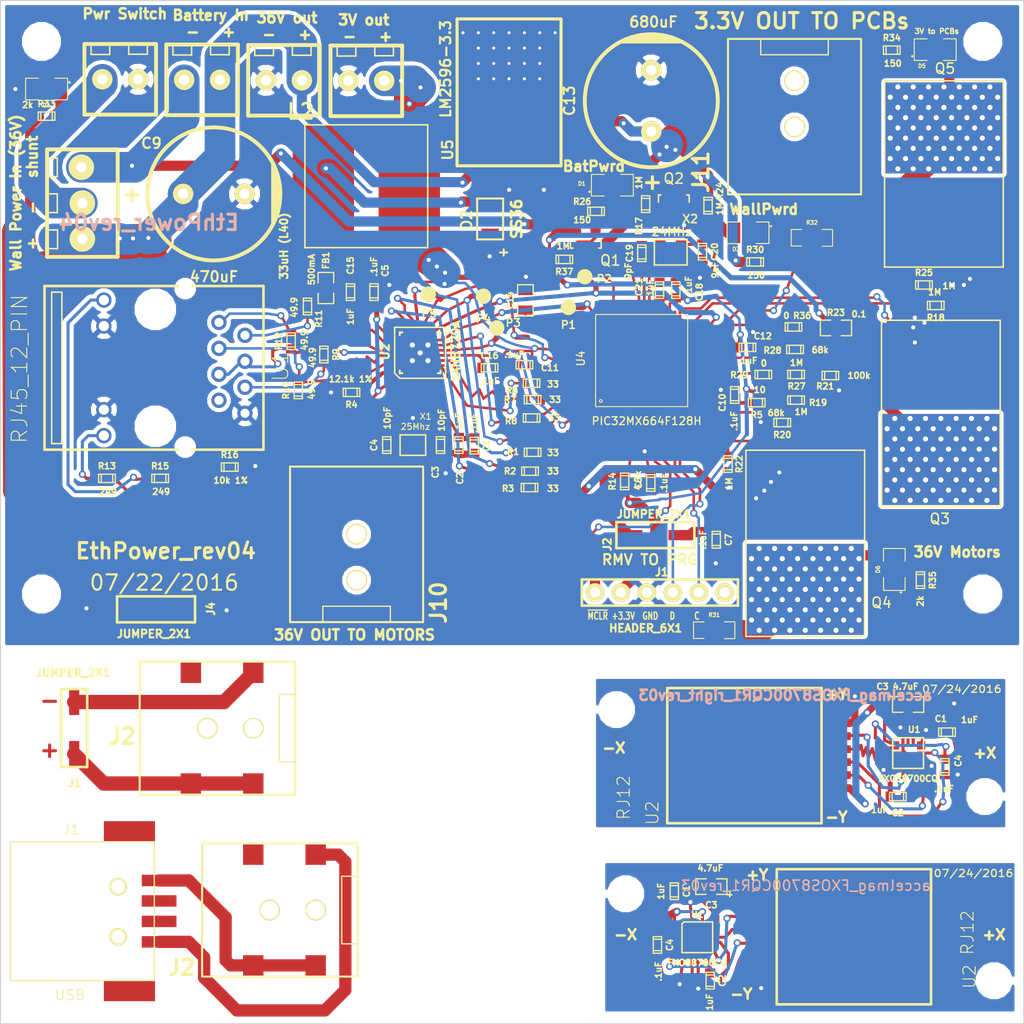
<source format=kicad_pcb>
(kicad_pcb (version 4) (host pcbnew 4.0.2+e4-6225~38~ubuntu14.04.1-stable)
  (layers (0 F.Cu signal) (31 B.Cu signal) (34 B.Paste user) (35 F.Paste user) (36 B.SilkS user) (37 F.SilkS user) (38 B.Mask user) (39 F.Mask user) (44 Edge.Cuts user))
  (net 0 "")
  (net 1 AVDD)
  (net 2 ECRSDV)
  (net 3 EMDC)
  (net 4 EMDIO)
  (net 5 EREFCLK)
  (net 6 ERXD0)
  (net 7 ERXD1)
  (net 8 ERXERR)
  (net 9 ETXD0)
  (net 10 ETXD1)
  (net 11 ETXEN)
  (net 12 GND)
  (net 13 GNDWALL)
  (net 14 GreenLED)
  (net 15 PGEC1_RB1)
  (net 16 PGED1_RB0)
  (net 17 RXN)
  (net 18 RXP)
  (net 19 SenseCurrentCharger/GNDBATTERY)
  (net 20 SenseVoltFull)
  (net 21 Switch3.3V)
  (net 22 SwitchCharger)
  (net 23 TXN)
  (net 24 TXP)
  (net 25 VDD)
  (net 26 VWallVBat)
  (net 27 YellowLED)
  (net 28 nRST)
  (net 29 ~MCLR~)
  (net 30 "Net-(C1-Pad1)")
  (net 31 "Net-(C3-Pad1)")
  (net 32 "Net-(C4-Pad2)")
  (net 33 "Net-(C7-Pad1)")
  (net 34 "Net-(C10-Pad1)")
  (net 35 "Net-(C19-Pad1)")
  (net 36 "Net-(C20-Pad1)")
  (net 37 "Net-(D1-Pad1)")
  (net 38 "Net-(D2-Pad1)")
  (net 39 "Net-(R1-Pad1)")
  (net 40 "Net-(R2-Pad1)")
  (net 41 "Net-(R3-Pad1)")
  (net 42 "Net-(R4-Pad1)")
  (net 43 "Net-(R6-Pad1)")
  (net 44 "Net-(R7-Pad1)")
  (net 45 "Net-(R8-Pad1)")
  (net 46 "Net-(R13-Pad2)")
  (net 47 "Net-(R15-Pad2)")
  (net 48 "Net-(C14-Pad1)")
  (net 49 SenseWallOrBatterySupply)
  (net 50 "Net-(D3-Pad1)")
  (net 51 "Net-(D3-Pad2)")
  (net 52 "Net-(D5-Pad1)")
  (net 53 "Net-(D5-Pad2)")
  (net 54 "Net-(D6-Pad1)")
  (net 55 "Net-(D6-Pad2)")
  (net 56 GNDBATTERY)
  (net 57 SenseCurrent36V)
  (net 58 SenseCurrent3.3V)
  (net 59 "Net-(Q3-Pad2)")
  (net 60 Switch36V)
  (net 61 "Net-(R27-Pad2)")
  (net 62 SenseVoltBattery)
  (net 63 "Net-(D4-Pad1)")
  (net 64 "Net-(J1-Pad4)")
  (net 65 "Net-(J1-Pad1)")
  (net 66 "Net-(J1-Pad2)")
  (net 67 INT1)
  (net 68 INT2)
  (net 69 SCL)
  (net 70 SDA)
  (net 71 Vdd)
  (net 72 "Net-(C2-Pad1)")
  (net 73 "Net-(C4-Pad1)")
  (module ted_capacitors:TED_SM0603_C (layer F.Cu) (at 132.3 98.5 270)
    (fp_text reference C1 (at 0 -1.2 270) (layer F.SilkS) (effects (font (size 0.6 0.6))))
    (fp_text value .1uF (at -2.2 0 270) (layer F.SilkS) (effects (font (size 0.6 0.6))))
    (pad 2 smd rect (at 0.75184 0 270) (size 0.89916 1.00076) (layers F.Cu F.Paste F.Mask) (net 12 GND) (clearance 0.1))
    (pad 1 smd rect (at -0.75184 0 270) (size 0.89916 1.00076) (layers F.Cu F.Paste F.Mask) (net 30 "Net-(C1-Pad1)") (clearance 0.1))
  )
  (module ted_capacitors:TED_SM0603_C (layer F.Cu) (at 130.8 98.45 270)
    (fp_text reference C2 (at 3.25 -0.1 270) (layer F.SilkS) (effects (font (size 0.6 0.6))))
    (fp_text value 1uF (at -2.35 0 270) (layer F.SilkS) (effects (font (size 0.6 0.6))))
    (pad 2 smd rect (at 0.75184 0 270) (size 0.89916 1.00076) (layers F.Cu F.Paste F.Mask) (net 12 GND) (clearance 0.1))
    (pad 1 smd rect (at -0.75184 0 270) (size 0.89916 1.00076) (layers F.Cu F.Paste F.Mask) (net 30 "Net-(C1-Pad1)") (clearance 0.1))
  )
  (module ted_capacitors:TED_SM0603_C (layer F.Cu) (at 129 98.45 270)
    (fp_text reference C3 (at 2.65 0.5 270) (layer F.SilkS) (effects (font (size 0.6 0.6))))
    (fp_text value 10pF (at -2.45 -0.1 270) (layer F.SilkS) (effects (font (size 0.6 0.6))))
    (pad 2 smd rect (at 0.75184 0 270) (size 0.89916 1.00076) (layers F.Cu F.Paste F.Mask) (net 12 GND) (clearance 0.1))
    (pad 1 smd rect (at -0.75184 0 270) (size 0.89916 1.00076) (layers F.Cu F.Paste F.Mask) (net 31 "Net-(C3-Pad1)") (clearance 0.1))
  )
  (module ted_capacitors:TED_SM0603_C (layer F.Cu) (at 123.75 98.45 270)
    (fp_text reference C4 (at 0 1.25 270) (layer F.SilkS) (effects (font (size 0.6 0.6))))
    (fp_text value 10pF (at -2.65 -0.05 270) (layer F.SilkS) (effects (font (size 0.6 0.6))))
    (pad 2 smd rect (at 0.75184 0 270) (size 0.89916 1.00076) (layers F.Cu F.Paste F.Mask) (net 32 "Net-(C4-Pad2)") (clearance 0.1))
    (pad 1 smd rect (at -0.75184 0 270) (size 0.89916 1.00076) (layers F.Cu F.Paste F.Mask) (net 12 GND) (clearance 0.1))
  )
  (module ted_capacitors:TED_SM0603_C (layer F.Cu) (at 122.5 83.5 90)
    (fp_text reference C5 (at 2.1 1.1 90) (layer F.SilkS) (effects (font (size 0.6 0.6))))
    (fp_text value .1uF (at 2.5 0 90) (layer F.SilkS) (effects (font (size 0.6 0.6))))
    (pad 2 smd rect (at 0.75184 0 90) (size 0.89916 1.00076) (layers F.Cu F.Paste F.Mask) (net 12 GND) (clearance 0.1))
    (pad 1 smd rect (at -0.75184 0 90) (size 0.89916 1.00076) (layers F.Cu F.Paste F.Mask) (net 1 AVDD) (clearance 0.1))
  )
  (module ted_capacitors:TED_SM0603_C (layer F.Cu) (at 155.95 107.7 270)
    (fp_text reference C7 (at 0 -1.2 270) (layer F.SilkS) (effects (font (size 0.6 0.6))))
    (fp_text value .1uF (at 0 1.3 270) (layer F.SilkS) (effects (font (size 0.6 0.6))))
    (pad 2 smd rect (at 0.75184 0 270) (size 0.89916 1.00076) (layers F.Cu F.Paste F.Mask) (net 12 GND) (clearance 0.1))
    (pad 1 smd rect (at -0.75184 0 270) (size 0.89916 1.00076) (layers F.Cu F.Paste F.Mask) (net 33 "Net-(C7-Pad1)") (clearance 0.1))
  )
  (module ted_capacitors:TED_SM0603_C (layer F.Cu) (at 149.55 102.15 90)
    (fp_text reference C8 (at 0 -1.2 90) (layer F.SilkS) (effects (font (size 0.6 0.6))))
    (fp_text value .1uF (at 0 1.3 90) (layer F.SilkS) (effects (font (size 0.6 0.6))))
    (pad 2 smd rect (at 0.75184 0 90) (size 0.89916 1.00076) (layers F.Cu F.Paste F.Mask) (net 12 GND) (clearance 0.1))
    (pad 1 smd rect (at -0.75184 0 90) (size 0.89916 1.00076) (layers F.Cu F.Paste F.Mask) (net 25 VDD) (clearance 0.1))
  )
  (module ted_capacitors:TED_SM0603_C (layer F.Cu) (at 157.75 93.55 90)
    (fp_text reference C10 (at -0.75 -1.2 90) (layer F.SilkS) (effects (font (size 0.6 0.6))))
    (fp_text value .1uF (at -2.55 -0.05 90) (layer F.SilkS) (effects (font (size 0.6 0.6))))
    (pad 2 smd rect (at 0.75184 0 90) (size 0.89916 1.00076) (layers F.Cu F.Paste F.Mask) (net 12 GND) (clearance 0.1))
    (pad 1 smd rect (at -0.75184 0 90) (size 0.89916 1.00076) (layers F.Cu F.Paste F.Mask) (net 34 "Net-(C10-Pad1)") (clearance 0.1))
  )
  (module ted_capacitors:TED_SM0603_C (layer F.Cu) (at 137.2 90.6 180)
    (fp_text reference C11 (at -2.5 -0.3 180) (layer F.SilkS) (effects (font (size 0.6 0.6))))
    (fp_text value .1uF (at 1 1 180) (layer F.SilkS) (effects (font (size 0.6 0.6))))
    (pad 2 smd rect (at 0.75184 0 180) (size 0.89916 1.00076) (layers F.Cu F.Paste F.Mask) (net 12 GND) (clearance 0.1))
    (pad 1 smd rect (at -0.75184 0 180) (size 0.89916 1.00076) (layers F.Cu F.Paste F.Mask) (net 25 VDD) (clearance 0.1))
  )
  (module ted_capacitors:TED_SM0603_C (layer F.Cu) (at 159 88.9)
    (fp_text reference C12 (at 1.5 -1.1) (layer F.SilkS) (effects (font (size 0.6 0.6))))
    (fp_text value .1uF (at 0 1.3) (layer F.SilkS) (effects (font (size 0.6 0.6))))
    (pad 2 smd rect (at 0.75184 0) (size 0.89916 1.00076) (layers F.Cu F.Paste F.Mask) (net 12 GND) (clearance 0.1))
    (pad 1 smd rect (at -0.75184 0) (size 0.89916 1.00076) (layers F.Cu F.Paste F.Mask) (net 25 VDD) (clearance 0.1))
  )
  (module ted_capacitors:TED_SM0805_C (layer F.Cu) (at 137.3 84.3 90)
    (fp_text reference C14 (at 0 -1.5 90) (layer F.SilkS) (effects (font (size 0.6 0.6))))
    (fp_text value "10uF (low ESR 1ohm)" hide)
    (pad 1 smd rect (at -0.9525 0 90) (size 0.889 1.397) (layers F.Cu F.Paste F.Mask) (net 48 "Net-(C14-Pad1)"))
    (pad 2 smd rect (at 0.9525 0 90) (size 0.889 1.397) (layers F.Cu F.Paste F.Mask) (net 12 GND))
  )
  (module ted_capacitors:TED_SM0603_C (layer F.Cu) (at 120.2 83.5 90)
    (fp_text reference C15 (at 2.6 0 90) (layer F.SilkS) (effects (font (size 0.6 0.6))))
    (fp_text value 1uF (at -2.4 0 90) (layer F.SilkS) (effects (font (size 0.6 0.6))))
    (pad 2 smd rect (at 0.75184 0 90) (size 0.89916 1.00076) (layers F.Cu F.Paste F.Mask) (net 12 GND) (clearance 0.1))
    (pad 1 smd rect (at -0.75184 0 90) (size 0.89916 1.00076) (layers F.Cu F.Paste F.Mask) (net 1 AVDD) (clearance 0.1))
  )
  (module ted_capacitors:TED_SM0603_C (layer F.Cu) (at 133.8 90.9)
    (fp_text reference C16 (at 0 -1.2) (layer F.SilkS) (effects (font (size 0.6 0.6))))
    (fp_text value .1uF (at 0 1.3) (layer F.SilkS) (effects (font (size 0.6 0.6))))
    (pad 2 smd rect (at 0.75184 0) (size 0.89916 1.00076) (layers F.Cu F.Paste F.Mask) (net 12 GND) (clearance 0.1))
    (pad 1 smd rect (at -0.75184 0) (size 0.89916 1.00076) (layers F.Cu F.Paste F.Mask) (net 25 VDD) (clearance 0.1))
  )
  (module ted_capacitors:TED_SM0603_C (layer F.Cu) (at 152 83.3 90)
    (fp_text reference C18 (at -0.2 2.3 90) (layer F.SilkS) (effects (font (size 0.6 0.6))))
    (fp_text value .1uF (at 0.4 1.25 90) (layer F.SilkS) (effects (font (size 0.6 0.6))))
    (pad 2 smd rect (at 0.75184 0 90) (size 0.89916 1.00076) (layers F.Cu F.Paste F.Mask) (net 12 GND) (clearance 0.1))
    (pad 1 smd rect (at -0.75184 0 90) (size 0.89916 1.00076) (layers F.Cu F.Paste F.Mask) (net 25 VDD) (clearance 0.1))
  )
  (module ted_capacitors:TED_SM0603_C (layer F.Cu) (at 148.675 79.7 90)
    (fp_text reference C19 (at 0 -1.2 90) (layer F.SilkS) (effects (font (size 0.6 0.6))))
    (fp_text value 9pF (at -1.75 -1.325 90) (layer F.SilkS) (effects (font (size 0.6 0.6))))
    (pad 2 smd rect (at 0.75184 0 90) (size 0.89916 1.00076) (layers F.Cu F.Paste F.Mask) (net 12 GND) (clearance 0.1))
    (pad 1 smd rect (at -0.75184 0 90) (size 0.89916 1.00076) (layers F.Cu F.Paste F.Mask) (net 35 "Net-(C19-Pad1)") (clearance 0.1))
  )
  (module ted_capacitors:TED_SM0603_C (layer F.Cu) (at 154.6 79.55 270)
    (fp_text reference C20 (at 0 -1.2 270) (layer F.SilkS) (effects (font (size 0.6 0.6))))
    (fp_text value 9pF (at 1.8 -1.25 270) (layer F.SilkS) (effects (font (size 0.6 0.6))))
    (pad 2 smd rect (at 0.75184 0 270) (size 0.89916 1.00076) (layers F.Cu F.Paste F.Mask) (net 12 GND) (clearance 0.1))
    (pad 1 smd rect (at -0.75184 0 270) (size 0.89916 1.00076) (layers F.Cu F.Paste F.Mask) (net 36 "Net-(C20-Pad1)") (clearance 0.1))
  )
  (module ted_capacitors:TED_SM0603_C (layer F.Cu) (at 150.4 83.3 90)
    (fp_text reference C21 (at 0.3 -2 90) (layer F.SilkS) (effects (font (size 0.6 0.6))))
    (fp_text value .1uF (at 0.1 -0.9 90) (layer F.SilkS) (effects (font (size 0.6 0.6))))
    (pad 2 smd rect (at 0.75184 0 90) (size 0.89916 1.00076) (layers F.Cu F.Paste F.Mask) (net 12 GND) (clearance 0.1))
    (pad 1 smd rect (at -0.75184 0 90) (size 0.89916 1.00076) (layers F.Cu F.Paste F.Mask) (net 25 VDD) (clearance 0.1))
  )
  (module ted_resistors:TED_SM0805_R (layer F.Cu) (at 117.8 83.1 270)
    (fp_text reference FB1 (at -2.7 0 270) (layer F.SilkS) (effects (font (size 0.6 0.6))))
    (fp_text value 500mA (at -1.8 1.4 270) (layer F.SilkS) (effects (font (size 0.6 0.6))))
    (pad 1 smd rect (at -0.9525 0 270) (size 0.889 1.397) (layers F.Cu F.Paste F.Mask) (net 25 VDD))
    (pad 2 smd rect (at 0.9525 0 270) (size 0.889 1.397) (layers F.Cu F.Paste F.Mask) (net 1 AVDD))
  )
  (module ted_holes:TED_Hole_3mm (layer F.Cu) (at 90 113)
    (fp_text reference H1 hide)
    (fp_text value HOLE hide)
    (pad "" np_thru_hole circle (at 0 0) (size 3 3) (drill 3) (layers *.Cu *.Mask F.SilkS))
  )
  (module ted_holes:TED_Hole_3mm (layer F.Cu) (at 90 59)
    (fp_text reference H2 hide)
    (fp_text value HOLE hide)
    (pad "" np_thru_hole circle (at 0 0) (size 3 3) (drill 3) (layers *.Cu *.Mask F.SilkS))
  )
  (module ted_holes:TED_Hole_3mm (layer F.Cu) (at 182 113)
    (fp_text reference H3 hide)
    (fp_text value HOLE hide)
    (pad "" np_thru_hole circle (at 0 0) (size 3 3) (drill 3) (layers *.Cu *.Mask F.SilkS))
  )
  (module ted_holes:TED_Hole_3mm (layer F.Cu) (at 182 59)
    (fp_text reference H4 hide)
    (fp_text value HOLE hide)
    (pad "" np_thru_hole circle (at 0 0) (size 3 3) (drill 3) (layers *.Cu *.Mask F.SilkS))
  )
  (module ted_connectors:TED_HEADER_6x1 (layer F.Cu) (at 150.45 112.85)
    (fp_text reference J1 (at 0.1778 -1.98628) (layer F.SilkS) (effects (font (size 0.762 0.762) (thickness 0.1905))))
    (fp_text value HEADER_6X1 (at -1.4 3.5) (layer F.SilkS) (effects (font (size 0.762 0.762) (thickness 0.1905))))
    (pad 5 thru_hole circle (at 3.78968 0) (size 1.8 1.8) (drill 1) (layers *.Cu *.Mask F.SilkS) (net 15 PGEC1_RB1))
    (pad 6 thru_hole circle (at 6.32968 0) (size 1.8 1.8) (drill 1) (layers *.Cu *.Mask F.SilkS))
    (pad 1 thru_hole circle (at -6.35 0) (size 1.8 1.8) (drill 1) (layers *.Cu *.Mask F.SilkS) (net 29 ~MCLR~))
    (pad 2 thru_hole circle (at -3.81 0) (size 1.8 1.8) (drill 1) (layers *.Cu *.Mask F.SilkS) (net 25 VDD))
    (pad 4 thru_hole circle (at 1.25984 0) (size 1.8 1.8) (drill 1) (layers *.Cu *.Mask F.SilkS) (net 16 PGED1_RB0))
    (pad 3 thru_hole circle (at -1.28016 0) (size 1.8 1.8) (drill 1) (layers *.Cu *.Mask F.SilkS) (net 12 GND))
  )
  (module ted_connectors:TED_HEADER_2x1_SMT (layer F.Cu) (at 150 107.25 90)
    (fp_text reference J2 (at -0.9 -4.7 90) (layer F.SilkS) (effects (font (size 0.762 0.762) (thickness 0.1905))))
    (fp_text value JUMPER_2X1 (at 2.05 -0.15 180) (layer F.SilkS) (effects (font (size 0.762 0.762) (thickness 0.1905))))
    (pad 1 smd rect (at 0 2.54 90) (size 0.9906 2.54) (layers F.Cu F.Paste F.Mask) (net 33 "Net-(C7-Pad1)") (clearance 0.508))
    (pad 2 smd rect (at 0 -2.54 90) (size 0.9906 2.54) (layers F.Cu F.Paste F.Mask) (net 29 ~MCLR~) (clearance 0.508))
  )
  (module ted_connectors:TED_TERMINAL_3.5MM_3PIN (layer F.Cu) (at 94 74.8 90)
    (fp_text reference J8 hide)
    (fp_text value TERMINAL_3X1 hide)
    (pad 3 thru_hole circle (at 3.5 -0.1 90) (size 2.5 2.5) (drill 1) (layers *.Mask B.Cu F.SilkS) (net 56 GNDBATTERY) (clearance 0.5))
    (pad 1 thru_hole circle (at -3.5 0 90) (size 2.5 2.5) (drill 1) (layers *.Mask B.Cu F.SilkS) (net 26 VWallVBat) (clearance 0.5))
    (pad 2 thru_hole circle (at 0 0 90) (size 2.5 2.5) (drill 1) (layers *.Mask B.Cu F.SilkS) (net 13 GNDWALL) (clearance 0.5))
  )
  (module ted_connectors:TED_2.1mm_DC_SMD (layer F.Cu) (at 120.8 108.15 270)
    (fp_text reference J10 (at 5.7 -8 270) (layer F.SilkS) (effects (font (thickness 0.3048))))
    (fp_text value DC_2.1MM hide)
    (pad "" np_thru_hole circle (at -1.00076 0 270) (size 1.99898 1.99898) (drill 1.69926) (layers *.Cu *.Mask F.SilkS))
    (pad 1 smd rect (at 3.50012 5.4102 270) (size 1.99898 1.99898) (layers F.Cu F.Paste F.Mask) (net 26 VWallVBat))
    (pad 1 smd rect (at -2.60096 5.4102 270) (size 1.99898 1.99898) (layers F.Cu F.Paste F.Mask) (net 26 VWallVBat))
    (pad 2 smd rect (at 3.50012 -5.41528 270) (size 1.99898 1.99898) (layers F.Cu F.Paste F.Mask) (net 57 SenseCurrent36V))
    (pad 3 smd rect (at -2.60096 -5.41528 270) (size 1.99898 1.99898) (layers F.Cu F.Paste F.Mask))
    (pad "" np_thru_hole circle (at 3.50012 0 270) (size 1.99898 1.99898) (drill 1.69926) (layers *.Cu *.Mask F.SilkS))
  )
  (module ted_connectors:TED_2.1mm_DC_SMD (layer F.Cu) (at 163.6 66.35 90)
    (fp_text reference J11 (at -5.4 -9.15 90) (layer F.SilkS) (effects (font (thickness 0.3048))))
    (fp_text value DC_2.1MM hide)
    (pad "" np_thru_hole circle (at -1.00076 0 90) (size 1.99898 1.99898) (drill 1.69926) (layers *.Cu *.Mask F.SilkS))
    (pad 1 smd rect (at 3.50012 5.4102 90) (size 1.99898 1.99898) (layers F.Cu F.Paste F.Mask) (net 25 VDD))
    (pad 1 smd rect (at -2.60096 5.4102 90) (size 1.99898 1.99898) (layers F.Cu F.Paste F.Mask) (net 25 VDD))
    (pad 2 smd rect (at 3.50012 -5.41528 90) (size 1.99898 1.99898) (layers F.Cu F.Paste F.Mask) (net 58 SenseCurrent3.3V))
    (pad 3 smd rect (at -2.60096 -5.41528 90) (size 1.99898 1.99898) (layers F.Cu F.Paste F.Mask))
    (pad "" np_thru_hole circle (at 3.50012 0 90) (size 1.99898 1.99898) (drill 1.69926) (layers *.Cu *.Mask F.SilkS))
  )
  (module ted_inductors:INDUCTOR_12x12_SMD (layer F.Cu) (at 121.75 73.15)
    (fp_text reference L2 (at -6.4 -7.3) (layer F.SilkS) (effects (font (size 1.5 1.5) (thickness 0.25))))
    (fp_text value "33uH (L40)" (at -8.05 5.85 90) (layer F.SilkS) (effects (font (size 0.75 0.75) (thickness 0.1875))))
    (pad 2 smd rect (at 4.2 0) (size 6 12) (layers F.Cu F.Paste F.Mask) (net 25 VDD))
    (pad 1 smd rect (at -4.2 0) (size 6 12) (layers F.Cu F.Paste F.Mask) (net 38 "Net-(D2-Pad1)"))
  )
  (module ted_resistors:TED_SM0603_R (layer F.Cu) (at 138 99.15)
    (fp_text reference R1 (at -1.9 -0.05) (layer F.SilkS) (effects (font (size 0.6 0.6))))
    (fp_text value 33 (at 2 0.05) (layer F.SilkS) (effects (font (size 0.6 0.6))))
    (pad 2 smd rect (at 0.75184 0) (size 0.89916 1.00076) (layers F.Cu F.Paste F.Mask) (net 11 ETXEN) (clearance 0.1))
    (pad 1 smd rect (at -0.75184 0) (size 0.89916 1.00076) (layers F.Cu F.Paste F.Mask) (net 39 "Net-(R1-Pad1)") (clearance 0.1))
  )
  (module ted_resistors:TED_SM0603_R (layer F.Cu) (at 137.75 101)
    (fp_text reference R2 (at -1.95 0) (layer F.SilkS) (effects (font (size 0.6 0.6))))
    (fp_text value 33 (at 2.25 0) (layer F.SilkS) (effects (font (size 0.6 0.6))))
    (pad 2 smd rect (at 0.75184 0) (size 0.89916 1.00076) (layers F.Cu F.Paste F.Mask) (net 9 ETXD0) (clearance 0.1))
    (pad 1 smd rect (at -0.75184 0) (size 0.89916 1.00076) (layers F.Cu F.Paste F.Mask) (net 40 "Net-(R2-Pad1)") (clearance 0.1))
  )
  (module ted_resistors:TED_SM0603_R (layer F.Cu) (at 137.7 102.6)
    (fp_text reference R3 (at -2.1 0.1) (layer F.SilkS) (effects (font (size 0.6 0.6))))
    (fp_text value 33 (at 2.3 0.1) (layer F.SilkS) (effects (font (size 0.6 0.6))))
    (pad 2 smd rect (at 0.75184 0) (size 0.89916 1.00076) (layers F.Cu F.Paste F.Mask) (net 10 ETXD1) (clearance 0.1))
    (pad 1 smd rect (at -0.75184 0) (size 0.89916 1.00076) (layers F.Cu F.Paste F.Mask) (net 41 "Net-(R3-Pad1)") (clearance 0.1))
  )
  (module ted_resistors:TED_SM0603_R (layer F.Cu) (at 120.3 93.3 180)
    (fp_text reference R4 (at 0 -1.2 180) (layer F.SilkS) (effects (font (size 0.6 0.6))))
    (fp_text value "12.1k 1%" (at 0.1 1.3 180) (layer F.SilkS) (effects (font (size 0.6 0.6))))
    (pad 2 smd rect (at 0.75184 0 180) (size 0.89916 1.00076) (layers F.Cu F.Paste F.Mask) (net 12 GND) (clearance 0.1))
    (pad 1 smd rect (at -0.75184 0 180) (size 0.89916 1.00076) (layers F.Cu F.Paste F.Mask) (net 42 "Net-(R4-Pad1)") (clearance 0.1))
  )
  (module ted_resistors:TED_SM0603_R (layer F.Cu) (at 159.9 94.3 180)
    (fp_text reference R5 (at 0 -1.2 180) (layer F.SilkS) (effects (font (size 0.6 0.6))))
    (fp_text value 10 (at -0.3 1.25 180) (layer F.SilkS) (effects (font (size 0.6 0.6))))
    (pad 2 smd rect (at 0.75184 0 180) (size 0.89916 1.00076) (layers F.Cu F.Paste F.Mask) (net 34 "Net-(C10-Pad1)") (clearance 0.1))
    (pad 1 smd rect (at -0.75184 0 180) (size 0.89916 1.00076) (layers F.Cu F.Paste F.Mask) (net 25 VDD) (clearance 0.1))
  )
  (module ted_resistors:TED_SM0603_R (layer F.Cu) (at 137.9 92.4)
    (fp_text reference R6 (at -1.9 0.7) (layer F.SilkS) (effects (font (size 0.6 0.6))))
    (fp_text value 33 (at 2.1 0.1) (layer F.SilkS) (effects (font (size 0.6 0.6))))
    (pad 2 smd rect (at 0.75184 0) (size 0.89916 1.00076) (layers F.Cu F.Paste F.Mask) (net 7 ERXD1) (clearance 0.1))
    (pad 1 smd rect (at -0.75184 0) (size 0.89916 1.00076) (layers F.Cu F.Paste F.Mask) (net 43 "Net-(R6-Pad1)") (clearance 0.1))
  )
  (module ted_resistors:TED_SM0603_R (layer F.Cu) (at 138 94)
    (fp_text reference R7 (at -2.2 0) (layer F.SilkS) (effects (font (size 0.6 0.6))))
    (fp_text value 33 (at 2.2 0) (layer F.SilkS) (effects (font (size 0.6 0.6))))
    (pad 2 smd rect (at 0.75184 0) (size 0.89916 1.00076) (layers F.Cu F.Paste F.Mask) (net 6 ERXD0) (clearance 0.1))
    (pad 1 smd rect (at -0.75184 0) (size 0.89916 1.00076) (layers F.Cu F.Paste F.Mask) (net 44 "Net-(R7-Pad1)") (clearance 0.1))
  )
  (module ted_resistors:TED_SM0603_R (layer F.Cu) (at 137.9 95.8)
    (fp_text reference R8 (at -2 0.3) (layer F.SilkS) (effects (font (size 0.6 0.6))))
    (fp_text value 33 (at 2.2 0) (layer F.SilkS) (effects (font (size 0.6 0.6))))
    (pad 2 smd rect (at 0.75184 0) (size 0.89916 1.00076) (layers F.Cu F.Paste F.Mask) (net 2 ECRSDV) (clearance 0.1))
    (pad 1 smd rect (at -0.75184 0) (size 0.89916 1.00076) (layers F.Cu F.Paste F.Mask) (net 45 "Net-(R8-Pad1)") (clearance 0.1))
  )
  (module ted_resistors:TED_SM0603_R (layer F.Cu) (at 117.6 89.6 270)
    (fp_text reference R9 (at 0 -1.2 270) (layer F.SilkS) (effects (font (size 0.6 0.6))))
    (fp_text value 49.9 (at 0.3 1.1 270) (layer F.SilkS) (effects (font (size 0.6 0.6))))
    (pad 2 smd rect (at 0.75184 0 270) (size 0.89916 1.00076) (layers F.Cu F.Paste F.Mask) (net 17 RXN) (clearance 0.1))
    (pad 1 smd rect (at -0.75184 0 270) (size 0.89916 1.00076) (layers F.Cu F.Paste F.Mask) (net 1 AVDD) (clearance 0.1))
  )
  (module ted_resistors:TED_SM0603_R (layer F.Cu) (at 115.1 93.1 90)
    (fp_text reference R10 (at 0 -1.2 90) (layer F.SilkS) (effects (font (size 0.6 0.6))))
    (fp_text value 49.9 (at 0.1 1.3 90) (layer F.SilkS) (effects (font (size 0.6 0.6))))
    (pad 2 smd rect (at 0.75184 0 90) (size 0.89916 1.00076) (layers F.Cu F.Paste F.Mask) (net 18 RXP) (clearance 0.1))
    (pad 1 smd rect (at -0.75184 0 90) (size 0.89916 1.00076) (layers F.Cu F.Paste F.Mask) (net 1 AVDD) (clearance 0.1))
  )
  (module ted_resistors:TED_SM0603_R (layer F.Cu) (at 116 84.9 270)
    (fp_text reference R11 (at 1.2 -1.1 270) (layer F.SilkS) (effects (font (size 0.6 0.6))))
    (fp_text value 49.9 (at 0.1 1.3 270) (layer F.SilkS) (effects (font (size 0.6 0.6))))
    (pad 2 smd rect (at 0.75184 0 270) (size 0.89916 1.00076) (layers F.Cu F.Paste F.Mask) (net 23 TXN) (clearance 0.1))
    (pad 1 smd rect (at -0.75184 0 270) (size 0.89916 1.00076) (layers F.Cu F.Paste F.Mask) (net 1 AVDD) (clearance 0.1))
  )
  (module ted_resistors:TED_SM0603_R (layer F.Cu) (at 114.4 88.3 90)
    (fp_text reference R12 (at 0 -1.2 90) (layer F.SilkS) (effects (font (size 0.6 0.6))))
    (fp_text value 49.9 (at 0.1 1.3 90) (layer F.SilkS) (effects (font (size 0.6 0.6))))
    (pad 2 smd rect (at 0.75184 0 90) (size 0.89916 1.00076) (layers F.Cu F.Paste F.Mask) (net 24 TXP) (clearance 0.1))
    (pad 1 smd rect (at -0.75184 0 90) (size 0.89916 1.00076) (layers F.Cu F.Paste F.Mask) (net 1 AVDD) (clearance 0.1))
  )
  (module ted_resistors:TED_SM0603_R (layer F.Cu) (at 96.4 101.7)
    (fp_text reference R13 (at 0 -1.2) (layer F.SilkS) (effects (font (size 0.6 0.6))))
    (fp_text value 249 (at 0.1 1.3) (layer F.SilkS) (effects (font (size 0.6 0.6))))
    (pad 2 smd rect (at 0.75184 0) (size 0.89916 1.00076) (layers F.Cu F.Paste F.Mask) (net 46 "Net-(R13-Pad2)") (clearance 0.1))
    (pad 1 smd rect (at -0.75184 0) (size 0.89916 1.00076) (layers F.Cu F.Paste F.Mask) (net 27 YellowLED) (clearance 0.1))
  )
  (module ted_resistors:TED_SM0603_R (layer F.Cu) (at 147 102 90)
    (fp_text reference R14 (at 0 -1.2 90) (layer F.SilkS) (effects (font (size 0.6 0.6))))
    (fp_text value 4.7k (at 0.1 1.3 90) (layer F.SilkS) (effects (font (size 0.6 0.6))))
    (pad 2 smd rect (at 0.75184 0 90) (size 0.89916 1.00076) (layers F.Cu F.Paste F.Mask) (net 29 ~MCLR~) (clearance 0.1))
    (pad 1 smd rect (at -0.75184 0 90) (size 0.89916 1.00076) (layers F.Cu F.Paste F.Mask) (net 25 VDD) (clearance 0.1))
  )
  (module ted_resistors:TED_SM0603_R (layer F.Cu) (at 101.6 101.7)
    (fp_text reference R15 (at 0 -1.2) (layer F.SilkS) (effects (font (size 0.6 0.6))))
    (fp_text value 249 (at 0.1 1.3) (layer F.SilkS) (effects (font (size 0.6 0.6))))
    (pad 2 smd rect (at 0.75184 0) (size 0.89916 1.00076) (layers F.Cu F.Paste F.Mask) (net 47 "Net-(R15-Pad2)") (clearance 0.1))
    (pad 1 smd rect (at -0.75184 0) (size 0.89916 1.00076) (layers F.Cu F.Paste F.Mask) (net 14 GreenLED) (clearance 0.1))
  )
  (module ted_resistors:TED_SM0603_R (layer F.Cu) (at 108.4 100.6)
    (fp_text reference R16 (at 0 -1.2) (layer F.SilkS) (effects (font (size 0.6 0.6))))
    (fp_text value "10k 1%" (at 0.1 1.3) (layer F.SilkS) (effects (font (size 0.6 0.6))))
    (pad 2 smd rect (at 0.75184 0) (size 0.89916 1.00076) (layers F.Cu F.Paste F.Mask) (net 12 GND) (clearance 0.1))
    (pad 1 smd rect (at -0.75184 0) (size 0.89916 1.00076) (layers F.Cu F.Paste F.Mask) (net 47 "Net-(R15-Pad2)") (clearance 0.1))
  )
  (module ted_resistors:TED_SM0603_R (layer F.Cu) (at 149.05 74.9 270)
    (fp_text reference R17 (at 2.15 0.65 270) (layer F.SilkS) (effects (font (size 0.6 0.6))))
    (fp_text value 1M (at -2.1 0.65 270) (layer F.SilkS) (effects (font (size 0.6 0.6))))
    (pad 2 smd rect (at 0.75184 0 270) (size 0.89916 1.00076) (layers F.Cu F.Paste F.Mask) (net 49 SenseWallOrBatterySupply) (clearance 0.1))
    (pad 1 smd rect (at -0.75184 0 270) (size 0.89916 1.00076) (layers F.Cu F.Paste F.Mask) (net 25 VDD) (clearance 0.1))
  )
  (module ted_resistors:TED_SM0603_R (layer F.Cu) (at 177.4 84.8 180)
    (fp_text reference R18 (at 0 -1.2 180) (layer F.SilkS) (effects (font (size 0.6 0.6))))
    (fp_text value 1M (at 0.1 1.3 180) (layer F.SilkS) (effects (font (size 0.6 0.6))))
    (pad 2 smd rect (at 0.75184 0 180) (size 0.89916 1.00076) (layers F.Cu F.Paste F.Mask) (net 12 GND) (clearance 0.1))
    (pad 1 smd rect (at -0.75184 0 180) (size 0.89916 1.00076) (layers F.Cu F.Paste F.Mask) (net 22 SwitchCharger) (clearance 0.1))
  )
  (module ted_resistors:TED_SM0603_R (layer F.Cu) (at 163.75 94.05 180)
    (fp_text reference R19 (at -2.15 -0.25 180) (layer F.SilkS) (effects (font (size 0.6 0.6))))
    (fp_text value 1M (at -0.5 -1.15 180) (layer F.SilkS) (effects (font (size 0.6 0.6))))
    (pad 2 smd rect (at 0.75184 0 180) (size 0.89916 1.00076) (layers F.Cu F.Paste F.Mask) (net 20 SenseVoltFull) (clearance 0.1))
    (pad 1 smd rect (at -0.75184 0 180) (size 0.89916 1.00076) (layers F.Cu F.Paste F.Mask) (net 26 VWallVBat) (clearance 0.1))
  )
  (module ted_resistors:TED_SM0603_R (layer F.Cu) (at 162.4 96.25 180)
    (fp_text reference R20 (at 0 -1.2 180) (layer F.SilkS) (effects (font (size 0.6 0.6))))
    (fp_text value 68k (at 0.6 0.95 180) (layer F.SilkS) (effects (font (size 0.6 0.6))))
    (pad 2 smd rect (at 0.75184 0 180) (size 0.89916 1.00076) (layers F.Cu F.Paste F.Mask) (net 12 GND) (clearance 0.1))
    (pad 1 smd rect (at -0.75184 0 180) (size 0.89916 1.00076) (layers F.Cu F.Paste F.Mask) (net 20 SenseVoltFull) (clearance 0.1))
  )
  (module ted_resistors:TED_SM0603_R (layer F.Cu) (at 167.1 91.65)
    (fp_text reference R21 (at -0.5 1.05) (layer F.SilkS) (effects (font (size 0.6 0.6))))
    (fp_text value 100k (at 2.8 0) (layer F.SilkS) (effects (font (size 0.6 0.6))))
    (pad 2 smd rect (at 0.75184 0) (size 0.89916 1.00076) (layers F.Cu F.Paste F.Mask) (net 12 GND) (clearance 0.1))
    (pad 1 smd rect (at -0.75184 0) (size 0.89916 1.00076) (layers F.Cu F.Paste F.Mask) (net 26 VWallVBat) (clearance 0.1))
  )
  (module ted_resistors:TED_SM0603_R (layer F.Cu) (at 157.1 100.3 270)
    (fp_text reference R22 (at 0 -1.1 270) (layer F.SilkS) (effects (font (size 0.6 0.6))))
    (fp_text value 1M (at 1.95 -0.1 270) (layer F.SilkS) (effects (font (size 0.6 0.6))))
    (pad 2 smd rect (at 0.75184 0 270) (size 0.89916 1.00076) (layers F.Cu F.Paste F.Mask) (net 12 GND) (clearance 0.1))
    (pad 1 smd rect (at -0.75184 0 270) (size 0.89916 1.00076) (layers F.Cu F.Paste F.Mask) (net 60 Switch36V) (clearance 0.1))
  )
  (module ted_resistors:TED_SM0805_R (layer F.Cu) (at 167.65 87)
    (fp_text reference R23 (at 0 -1.5) (layer F.SilkS) (effects (font (size 0.6 0.6))))
    (fp_text value 0.1 (at 2.25 -1.35) (layer F.SilkS) (effects (font (size 0.6 0.6))))
    (pad 1 smd rect (at -0.9525 0) (size 0.889 1.397) (layers F.Cu F.Paste F.Mask) (net 56 GNDBATTERY))
    (pad 2 smd rect (at 0.9525 0) (size 0.889 1.397) (layers F.Cu F.Paste F.Mask) (net 59 "Net-(Q3-Pad2)"))
  )
  (module ted_resistors:TED_SM0603_R (layer F.Cu) (at 155.15 75.05 270)
    (fp_text reference R24 (at -1.45 -1.15 270) (layer F.SilkS) (effects (font (size 0.6 0.6))))
    (fp_text value 1M (at 0.3 -1.15 270) (layer F.SilkS) (effects (font (size 0.6 0.6))))
    (pad 2 smd rect (at 0.75184 0 270) (size 0.89916 1.00076) (layers F.Cu F.Paste F.Mask) (net 51 "Net-(D3-Pad2)") (clearance 0.1))
    (pad 1 smd rect (at -0.75184 0 270) (size 0.89916 1.00076) (layers F.Cu F.Paste F.Mask) (net 25 VDD) (clearance 0.1))
  )
  (module ted_resistors:TED_SM0603_R (layer F.Cu) (at 176.25 82.8)
    (fp_text reference R25 (at 0 -1.2) (layer F.SilkS) (effects (font (size 0.6 0.6))))
    (fp_text value 1M (at 2.45 0.1) (layer F.SilkS) (effects (font (size 0.6 0.6))))
    (pad 2 smd rect (at 0.75184 0) (size 0.89916 1.00076) (layers F.Cu F.Paste F.Mask) (net 12 GND) (clearance 0.1))
    (pad 1 smd rect (at -0.75184 0) (size 0.89916 1.00076) (layers F.Cu F.Paste F.Mask) (net 21 Switch3.3V) (clearance 0.1))
  )
  (module ted_resistors:TED_SM0603_R (layer F.Cu) (at 144.2 75.6)
    (fp_text reference R26 (at -1.35 -0.95) (layer F.SilkS) (effects (font (size 0.6 0.6))))
    (fp_text value 150 (at -1.35 0.85) (layer F.SilkS) (effects (font (size 0.6 0.6))))
    (pad 2 smd rect (at 0.75184 0) (size 0.89916 1.00076) (layers F.Cu F.Paste F.Mask) (net 37 "Net-(D1-Pad1)") (clearance 0.1))
    (pad 1 smd rect (at -0.75184 0) (size 0.89916 1.00076) (layers F.Cu F.Paste F.Mask) (net 25 VDD) (clearance 0.1))
  )
  (module ted_resistors:TED_SM0603_R (layer F.Cu) (at 163.75 91.55 180)
    (fp_text reference R27 (at -0.05 -1.15 180) (layer F.SilkS) (effects (font (size 0.6 0.6))))
    (fp_text value 1M (at -0.05 1.15 180) (layer F.SilkS) (effects (font (size 0.6 0.6))))
    (pad 2 smd rect (at 0.75184 0 180) (size 0.89916 1.00076) (layers F.Cu F.Paste F.Mask) (net 61 "Net-(R27-Pad2)") (clearance 0.1))
    (pad 1 smd rect (at -0.75184 0 180) (size 0.89916 1.00076) (layers F.Cu F.Paste F.Mask) (net 26 VWallVBat) (clearance 0.1))
  )
  (module ted_resistors:TED_SM0603_R (layer F.Cu) (at 163.65 89.1)
    (fp_text reference R28 (at -2.2 0.1) (layer F.SilkS) (effects (font (size 0.6 0.6))))
    (fp_text value 68k (at 2.45 0.05) (layer F.SilkS) (effects (font (size 0.6 0.6))))
    (pad 2 smd rect (at 0.75184 0) (size 0.89916 1.00076) (layers F.Cu F.Paste F.Mask) (net 56 GNDBATTERY) (clearance 0.1))
    (pad 1 smd rect (at -0.75184 0) (size 0.89916 1.00076) (layers F.Cu F.Paste F.Mask) (net 61 "Net-(R27-Pad2)") (clearance 0.1))
  )
  (module ted_resistors:TED_SM0603_R (layer F.Cu) (at 160.55 91.55)
    (fp_text reference R29 (at -2.35 0.05) (layer F.SilkS) (effects (font (size 0.6 0.6))))
    (fp_text value 0 (at 0.05 -1.1) (layer F.SilkS) (effects (font (size 0.6 0.6))))
    (pad 2 smd rect (at 0.75184 0) (size 0.89916 1.00076) (layers F.Cu F.Paste F.Mask) (net 61 "Net-(R27-Pad2)") (clearance 0.1))
    (pad 1 smd rect (at -0.75184 0) (size 0.89916 1.00076) (layers F.Cu F.Paste F.Mask) (net 62 SenseVoltBattery) (clearance 0.1))
  )
  (module ted_ICs:TED_QFN24+1 (layer F.Cu) (at 127.01 89.43 90)
    (fp_text reference U2 (at 0.1 -3.425 90) (layer F.SilkS) (effects (font (size 0.8 0.8) (thickness 0.2))))
    (fp_text value LAN8720A (at 0.175 3.475 90) (layer F.SilkS) (effects (font (size 0.8 0.8) (thickness 0.2))))
    (pad 25 smd rect (at 0 0) (size 2.49936 2.49936) (layers F.Cu F.Paste F.Mask) (net 12 GND))
    (pad 1 smd oval (at -1.99898 -1.24968 90) (size 0.8001 0.24892) (layers F.Cu F.Paste F.Mask) (net 1 AVDD))
    (pad 2 smd oval (at -1.99898 -0.7493 90) (size 0.8001 0.24892) (layers F.Cu F.Paste F.Mask) (net 47 "Net-(R15-Pad2)"))
    (pad 3 smd oval (at -1.99898 -0.24892 90) (size 0.8001 0.24892) (layers F.Cu F.Paste F.Mask) (net 46 "Net-(R13-Pad2)"))
    (pad 4 smd oval (at -1.99898 0.24892 90) (size 0.8001 0.24892) (layers F.Cu F.Paste F.Mask) (net 32 "Net-(C4-Pad2)"))
    (pad 5 smd oval (at -1.99898 0.7493 90) (size 0.8001 0.24892) (layers F.Cu F.Paste F.Mask) (net 31 "Net-(C3-Pad1)"))
    (pad 6 smd oval (at -1.99898 1.24968 90) (size 0.8001 0.24892) (layers F.Cu F.Paste F.Mask) (net 30 "Net-(C1-Pad1)"))
    (pad 7 smd oval (at -1.24968 1.99898 180) (size 0.8001 0.24892) (layers F.Cu F.Paste F.Mask) (net 43 "Net-(R6-Pad1)"))
    (pad 8 smd oval (at -0.7493 1.99898 180) (size 0.8001 0.24892) (layers F.Cu F.Paste F.Mask) (net 44 "Net-(R7-Pad1)"))
    (pad 9 smd oval (at -0.24892 1.99898 180) (size 0.8001 0.24892) (layers F.Cu F.Paste F.Mask) (net 25 VDD))
    (pad 10 smd oval (at 0.24892 1.99898 180) (size 0.8001 0.24892) (layers F.Cu F.Paste F.Mask) (net 8 ERXERR))
    (pad 11 smd oval (at 0.7493 1.99898 180) (size 0.8001 0.24892) (layers F.Cu F.Paste F.Mask) (net 45 "Net-(R8-Pad1)"))
    (pad 12 smd oval (at 1.24968 1.99898 180) (size 0.8001 0.24892) (layers F.Cu F.Paste F.Mask) (net 4 EMDIO))
    (pad 13 smd oval (at 1.99898 1.24968 270) (size 0.8001 0.24892) (layers F.Cu F.Paste F.Mask) (net 3 EMDC))
    (pad 14 smd oval (at 1.99898 0.7493 270) (size 0.8001 0.24892) (layers F.Cu F.Paste F.Mask) (net 5 EREFCLK))
    (pad 15 smd oval (at 1.99898 0.24892 270) (size 0.8001 0.24892) (layers F.Cu F.Paste F.Mask) (net 28 nRST))
    (pad 16 smd oval (at 1.99898 -0.24892 270) (size 0.8001 0.24892) (layers F.Cu F.Paste F.Mask) (net 39 "Net-(R1-Pad1)"))
    (pad 17 smd oval (at 1.99898 -0.7493 270) (size 0.8001 0.24892) (layers F.Cu F.Paste F.Mask) (net 40 "Net-(R2-Pad1)"))
    (pad 18 smd oval (at 1.99898 -1.24968 270) (size 0.8001 0.24892) (layers F.Cu F.Paste F.Mask) (net 41 "Net-(R3-Pad1)"))
    (pad 19 smd oval (at 1.24968 -1.99898) (size 0.8001 0.24892) (layers F.Cu F.Paste F.Mask) (net 1 AVDD))
    (pad 20 smd oval (at 0.7493 -1.99898) (size 0.8001 0.24892) (layers F.Cu F.Paste F.Mask) (net 23 TXN))
    (pad 21 smd oval (at 0.24892 -1.99898) (size 0.8001 0.24892) (layers F.Cu F.Paste F.Mask) (net 24 TXP))
    (pad 22 smd oval (at -0.24892 -1.99898) (size 0.8001 0.24892) (layers F.Cu F.Paste F.Mask) (net 17 RXN))
    (pad 23 smd oval (at -0.7493 -1.99898) (size 0.8001 0.24892) (layers F.Cu F.Paste F.Mask) (net 18 RXP))
    (pad 24 smd oval (at -1.24968 -1.99898) (size 0.8001 0.24892) (layers F.Cu F.Paste F.Mask) (net 42 "Net-(R4-Pad1)"))
    (pad 25 thru_hole circle (at 0 0) (size 0.6 0.6) (drill 0.5) (layers *.Cu) (net 12 GND))
    (pad 25 thru_hole circle (at 0.762 -0.762) (size 0.6 0.6) (drill 0.5) (layers *.Cu) (net 12 GND))
    (pad 25 thru_hole circle (at -0.762 -0.762) (size 0.6 0.6) (drill 0.5) (layers *.Cu) (net 12 GND))
    (pad 25 thru_hole circle (at 0.762 0.762) (size 0.6 0.6) (drill 0.5) (layers *.Cu) (net 12 GND))
    (pad 25 thru_hole circle (at -0.762 0.762) (size 0.6 0.6) (drill 0.5) (layers *.Cu) (net 12 GND))
    (pad 25 smd rect (at 0 0) (size 2.49936 2.49936) (layers B.Cu B.Paste B.Mask) (net 12 GND))
  )
  (module ted_ICs:TED_QFN64+1 (layer F.Cu) (at 148.66 90.19 90)
    (fp_text reference U4 (at 0.2 -5.95 90) (layer F.SilkS) (effects (font (size 0.762 0.762) (thickness 0.127))))
    (fp_text value PIC32MX664F128H (at -5.91 0.49 180) (layer F.SilkS) (effects (font (size 0.762 0.762) (thickness 0.127))))
    (pad 15 smd rect (at -4.45 3.25 180) (size 0.25 0.85) (layers F.Cu F.Paste F.Mask) (net 15 PGEC1_RB1))
    (pad 16 smd rect (at -4.45 3.75 180) (size 0.25 0.85) (layers F.Cu F.Paste F.Mask) (net 16 PGED1_RB0))
    (pad 9 smd rect (at -4.45 0.25 180) (size 0.25 0.85) (layers F.Cu F.Paste F.Mask) (net 12 GND))
    (pad 10 smd rect (at -4.45 0.75 180) (size 0.25 0.85) (layers F.Cu F.Paste F.Mask) (net 25 VDD))
    (pad 12 smd rect (at -4.45 1.75 180) (size 0.25 0.85) (layers F.Cu F.Paste F.Mask) (net 57 SenseCurrent36V))
    (pad 11 smd rect (at -4.45 1.25 180) (size 0.25 0.85) (layers F.Cu F.Paste F.Mask))
    (pad 14 smd rect (at -4.45 2.75 180) (size 0.25 0.85) (layers F.Cu F.Paste F.Mask))
    (pad 13 smd rect (at -4.45 2.25 180) (size 0.25 0.85) (layers F.Cu F.Paste F.Mask))
    (pad 5 smd rect (at -4.45 -1.75 180) (size 0.25 0.85) (layers F.Cu F.Paste F.Mask))
    (pad 6 smd rect (at -4.45 -1.25 180) (size 0.25 0.85) (layers F.Cu F.Paste F.Mask))
    (pad 8 smd rect (at -4.45 -0.25 180) (size 0.25 0.85) (layers F.Cu F.Paste F.Mask))
    (pad 7 smd rect (at -4.45 -0.75 180) (size 0.25 0.85) (layers F.Cu F.Paste F.Mask) (net 29 ~MCLR~))
    (pad 3 smd rect (at -4.45 -2.75 180) (size 0.25 0.85) (layers F.Cu F.Paste F.Mask) (net 10 ETXD1))
    (pad 4 smd rect (at -4.45 -2.25 180) (size 0.25 0.85) (layers F.Cu F.Paste F.Mask))
    (pad 2 smd rect (at -4.45 -3.25 180) (size 0.25 0.85) (layers F.Cu F.Paste F.Mask) (net 9 ETXD0))
    (pad 1 smd rect (at -4.45 -3.75 180) (size 0.25 0.85) (layers F.Cu F.Paste F.Mask) (net 11 ETXEN))
    (pad 64 smd rect (at -3.75 -4.45 270) (size 0.25 0.85) (layers F.Cu F.Paste F.Mask) (net 8 ERXERR))
    (pad 63 smd rect (at -3.25 -4.45 270) (size 0.25 0.85) (layers F.Cu F.Paste F.Mask) (net 5 EREFCLK))
    (pad 61 smd rect (at -2.25 -4.45 270) (size 0.25 0.85) (layers F.Cu F.Paste F.Mask) (net 6 ERXD0))
    (pad 62 smd rect (at -2.75 -4.45 270) (size 0.25 0.85) (layers F.Cu F.Paste F.Mask) (net 2 ECRSDV))
    (pad 58 smd rect (at -0.75 -4.45 270) (size 0.25 0.85) (layers F.Cu F.Paste F.Mask) (net 28 nRST))
    (pad 57 smd rect (at -0.25 -4.45 270) (size 0.25 0.85) (layers F.Cu F.Paste F.Mask) (net 25 VDD))
    (pad 59 smd rect (at -1.25 -4.45 270) (size 0.25 0.85) (layers F.Cu F.Paste F.Mask))
    (pad 60 smd rect (at -1.75 -4.45 270) (size 0.25 0.85) (layers F.Cu F.Paste F.Mask) (net 7 ERXD1))
    (pad 52 smd rect (at 2.25 -4.45 270) (size 0.25 0.85) (layers F.Cu F.Paste F.Mask))
    (pad 51 smd rect (at 2.75 -4.45 270) (size 0.25 0.85) (layers F.Cu F.Paste F.Mask))
    (pad 54 smd rect (at 1.25 -4.45 270) (size 0.25 0.85) (layers F.Cu F.Paste F.Mask))
    (pad 53 smd rect (at 1.75 -4.45 270) (size 0.25 0.85) (layers F.Cu F.Paste F.Mask))
    (pad 55 smd rect (at 0.75 -4.45 270) (size 0.25 0.85) (layers F.Cu F.Paste F.Mask))
    (pad 56 smd rect (at 0.25 -4.45 270) (size 0.25 0.85) (layers F.Cu F.Paste F.Mask) (net 48 "Net-(C14-Pad1)"))
    (pad 49 smd rect (at 3.75 -4.45 270) (size 0.25 0.85) (layers F.Cu F.Paste F.Mask) (net 4 EMDIO))
    (pad 50 smd rect (at 3.25 -4.45 270) (size 0.25 0.85) (layers F.Cu F.Paste F.Mask))
    (pad 48 smd rect (at 4.45 -3.75 180) (size 0.25 0.85) (layers F.Cu F.Paste F.Mask))
    (pad 47 smd rect (at 4.45 -3.25 180) (size 0.25 0.85) (layers F.Cu F.Paste F.Mask))
    (pad 45 smd rect (at 4.45 -2.25 180) (size 0.25 0.85) (layers F.Cu F.Paste F.Mask))
    (pad 46 smd rect (at 4.45 -2.75 180) (size 0.25 0.85) (layers F.Cu F.Paste F.Mask) (net 49 SenseWallOrBatterySupply))
    (pad 42 smd rect (at 4.45 -0.75 180) (size 0.25 0.85) (layers F.Cu F.Paste F.Mask))
    (pad 41 smd rect (at 4.45 -0.25 180) (size 0.25 0.85) (layers F.Cu F.Paste F.Mask) (net 12 GND))
    (pad 43 smd rect (at 4.45 -1.25 180) (size 0.25 0.85) (layers F.Cu F.Paste F.Mask))
    (pad 44 smd rect (at 4.45 -1.75 180) (size 0.25 0.85) (layers F.Cu F.Paste F.Mask))
    (pad 36 smd rect (at 4.45 2.25 180) (size 0.25 0.85) (layers F.Cu F.Paste F.Mask))
    (pad 35 smd rect (at 4.45 2.75 180) (size 0.25 0.85) (layers F.Cu F.Paste F.Mask) (net 25 VDD))
    (pad 38 smd rect (at 4.45 1.25 180) (size 0.25 0.85) (layers F.Cu F.Paste F.Mask) (net 25 VDD))
    (pad 37 smd rect (at 4.45 1.75 180) (size 0.25 0.85) (layers F.Cu F.Paste F.Mask))
    (pad 39 smd rect (at 4.45 0.75 180) (size 0.25 0.85) (layers F.Cu F.Paste F.Mask) (net 36 "Net-(C20-Pad1)"))
    (pad 40 smd rect (at 4.45 0.25 180) (size 0.25 0.85) (layers F.Cu F.Paste F.Mask) (net 35 "Net-(C19-Pad1)"))
    (pad 33 smd rect (at 4.45 3.75 180) (size 0.25 0.85) (layers F.Cu F.Paste F.Mask) (net 22 SwitchCharger))
    (pad 34 smd rect (at 4.45 3.25 180) (size 0.25 0.85) (layers F.Cu F.Paste F.Mask))
    (pad 31 smd rect (at 3.25 4.45 270) (size 0.25 0.85) (layers F.Cu F.Paste F.Mask))
    (pad 32 smd rect (at 3.75 4.45 270) (size 0.25 0.85) (layers F.Cu F.Paste F.Mask) (net 21 Switch3.3V))
    (pad 25 smd rect (at 0.25 4.45 270) (size 0.25 0.85) (layers F.Cu F.Paste F.Mask) (net 12 GND))
    (pad 26 smd rect (at 0.75 4.45 270) (size 0.25 0.85) (layers F.Cu F.Paste F.Mask) (net 25 VDD))
    (pad 28 smd rect (at 1.75 4.45 270) (size 0.25 0.85) (layers F.Cu F.Paste F.Mask))
    (pad 27 smd rect (at 1.27 4.45 270) (size 0.25 0.85) (layers F.Cu F.Paste F.Mask) (net 19 SenseCurrentCharger/GNDBATTERY))
    (pad 30 smd rect (at 2.75 4.45 270) (size 0.25 0.85) (layers F.Cu F.Paste F.Mask) (net 3 EMDC))
    (pad 29 smd rect (at 2.25 4.45 270) (size 0.25 0.85) (layers F.Cu F.Paste F.Mask) (net 58 SenseCurrent3.3V))
    (pad 21 smd rect (at -1.75 4.45 270) (size 0.25 0.85) (layers F.Cu F.Paste F.Mask))
    (pad 22 smd rect (at -1.25 4.45 270) (size 0.25 0.85) (layers F.Cu F.Paste F.Mask) (net 62 SenseVoltBattery))
    (pad 24 smd rect (at -0.25 4.45 270) (size 0.25 0.85) (layers F.Cu F.Paste F.Mask))
    (pad 23 smd rect (at -0.75 4.45 270) (size 0.25 0.85) (layers F.Cu F.Paste F.Mask))
    (pad 19 smd rect (at -2.75 4.45 270) (size 0.25 0.85) (layers F.Cu F.Paste F.Mask) (net 34 "Net-(C10-Pad1)"))
    (pad 20 smd rect (at -2.25 4.45 270) (size 0.25 0.85) (layers F.Cu F.Paste F.Mask) (net 12 GND))
    (pad 18 smd rect (at -3.25 4.45 270) (size 0.25 0.85) (layers F.Cu F.Paste F.Mask) (net 20 SenseVoltFull))
    (pad 17 smd rect (at -3.75 4.45 270) (size 0.25 0.85) (layers F.Cu F.Paste F.Mask) (net 60 Switch36V))
    (pad 65 smd rect (at 0 0 270) (size 7.15 7.15) (layers F.Cu F.Paste F.Mask) (net 12 GND))
  )
  (module ted_ICs:TED_TO263 (layer F.Cu) (at 135.7 71.15 90)
    (fp_text reference U5 (at 1.55 -6 90) (layer F.SilkS) (effects (font (size 1.016 1.016) (thickness 0.2032))))
    (fp_text value LM2596-3.3 (at 9.45 -6.2 90) (layer F.SilkS) (effects (font (size 1.016 1.016) (thickness 0.2032))))
    (pad 3 thru_hole circle (at 13 4.5 90) (size 0.78 0.78) (drill 0.3) (layers *.Cu *.Mask) (net 12 GND))
    (pad 3 thru_hole circle (at 13 -4.5 90) (size 0.78 0.78) (drill 0.3) (layers *.Cu *.Mask) (net 12 GND))
    (pad 3 thru_hole circle (at 8.5 3 90) (size 0.78 0.78) (drill 0.3) (layers *.Cu *.Mask) (net 12 GND))
    (pad 3 thru_hole circle (at 10 3 90) (size 0.78 0.78) (drill 0.3) (layers *.Cu *.Mask) (net 12 GND))
    (pad 3 thru_hole circle (at 11.5 3 90) (size 0.78 0.78) (drill 0.3) (layers *.Cu *.Mask) (net 12 GND))
    (pad 3 thru_hole circle (at 13 3 90) (size 0.78 0.78) (drill 0.3) (layers *.Cu *.Mask) (net 12 GND))
    (pad 3 thru_hole circle (at 8.5 0 90) (size 0.78 0.78) (drill 0.3) (layers *.Cu *.Mask) (net 12 GND))
    (pad 3 thru_hole circle (at 10 0 90) (size 0.78 0.78) (drill 0.3) (layers *.Cu *.Mask) (net 12 GND))
    (pad 3 thru_hole circle (at 11.5 0 90) (size 0.78 0.78) (drill 0.3) (layers *.Cu *.Mask) (net 12 GND))
    (pad 3 thru_hole circle (at 13 0 90) (size 0.78 0.78) (drill 0.3) (layers *.Cu *.Mask) (net 12 GND))
    (pad 3 thru_hole circle (at 13 1.5 90) (size 0.78 0.78) (drill 0.3) (layers *.Cu *.Mask) (net 12 GND))
    (pad 3 thru_hole circle (at 11.5 1.5 90) (size 0.78 0.78) (drill 0.3) (layers *.Cu *.Mask) (net 12 GND))
    (pad 3 thru_hole circle (at 10 1.5 90) (size 0.78 0.78) (drill 0.3) (layers *.Cu *.Mask) (net 12 GND))
    (pad 3 thru_hole circle (at 8.5 1.5 90) (size 0.78 0.78) (drill 0.3) (layers *.Cu *.Mask) (net 12 GND))
    (pad 3 thru_hole circle (at 8.5 -1.5 90) (size 0.78 0.78) (drill 0.3) (layers *.Cu *.Mask) (net 12 GND))
    (pad 3 thru_hole circle (at 10 -1.5 90) (size 0.78 0.78) (drill 0.3) (layers *.Cu *.Mask) (net 12 GND))
    (pad 3 thru_hole circle (at 11.5 -1.5 90) (size 0.78 0.78) (drill 0.3) (layers *.Cu *.Mask) (net 12 GND))
    (pad 3 thru_hole circle (at 13 -1.5 90) (size 0.78 0.78) (drill 0.3) (layers *.Cu *.Mask) (net 12 GND))
    (pad 3 thru_hole circle (at 13 -3 90) (size 0.78 0.78) (drill 0.3) (layers *.Cu *.Mask) (net 12 GND))
    (pad 3 thru_hole circle (at 11.5 -3 90) (size 0.78 0.78) (drill 0.3) (layers *.Cu *.Mask) (net 12 GND))
    (pad 3 thru_hole circle (at 10 -3 90) (size 0.78 0.78) (drill 0.3) (layers *.Cu *.Mask) (net 12 GND))
    (pad 3 smd rect (at 13.21 0 90) (size 1.91 10.8) (layers F.Cu F.Paste F.Mask) (net 12 GND))
    (pad 4 smd rect (at 0 1.7 90) (size 2.16 1.07) (layers F.Cu F.Paste F.Mask) (net 25 VDD))
    (pad 5 smd rect (at 0 3.4 90) (size 2.16 1.07) (layers F.Cu F.Paste F.Mask) (net 12 GND))
    (pad 3 smd rect (at 0 0 90) (size 2.16 1.07) (layers F.Cu F.Paste F.Mask) (net 12 GND))
    (pad 2 smd rect (at 0 -1.7 90) (size 2.16 1.07) (layers F.Cu F.Paste F.Mask) (net 38 "Net-(D2-Pad1)"))
    (pad 1 smd rect (at 0 -3.4 90) (size 2.16 1.07) (layers F.Cu F.Paste F.Mask) (net 26 VWallVBat))
    (pad 3 smd rect (at 10.675 0 90) (size 6.99 8.33) (layers F.Cu F.Paste F.Mask) (net 12 GND))
    (pad 3 thru_hole circle (at 8.5 -3 90) (size 0.78 0.78) (drill 0.3) (layers *.Cu *.Mask) (net 12 GND))
    (pad 3 smd rect (at 10.675 0 90) (size 6.99 8.33) (layers B.Cu F.Paste F.Mask) (net 12 GND))
    (pad 3 smd rect (at 13.21 0 90) (size 1.91 10.8) (layers B.Cu F.Paste F.Mask) (net 12 GND))
  )
  (module ted_crystals:TED_crystal_FA-20H (layer F.Cu) (at 126.3 98.45 180)
    (fp_text reference X1 (at -1.25 2.8 180) (layer F.SilkS) (effects (font (size 0.6 0.6) (thickness 0.1))))
    (fp_text value 25Mhz (at -0.25 1.8 180) (layer F.SilkS) (effects (font (size 0.6 0.6) (thickness 0.1))))
    (pad 1 smd rect (at -0.85 0.7 180) (size 1.2 1.1) (layers F.Cu F.Paste F.Mask) (net 31 "Net-(C3-Pad1)"))
    (pad 2 smd rect (at 0.85 0.7 180) (size 1.2 1.1) (layers F.Cu F.Paste F.Mask) (net 12 GND))
    (pad 4 smd rect (at -0.85 -0.7 180) (size 1.2 1.1) (layers F.Cu F.Paste F.Mask) (net 12 GND))
    (pad 3 smd rect (at 0.85 -0.7 180) (size 1.2 1.1) (layers F.Cu F.Paste F.Mask) (net 32 "Net-(C4-Pad2)"))
  )
  (module ted_crystals:crystal_TSX3225 (layer F.Cu) (at 151.5 79.6)
    (fp_text reference X2 (at 1.9 -3.25) (layer F.SilkS) (effects (font (size 0.8 0.8))))
    (fp_text value 24MHz (at 0.1 -2) (layer F.SilkS) (effects (font (size 0.8 0.8))))
    (pad 1 smd rect (at -1 0.75) (size 1 0.8) (layers F.Cu F.Paste F.Mask) (net 35 "Net-(C19-Pad1)"))
    (pad 2 smd rect (at 1 0.75) (size 1 0.8) (layers F.Cu F.Paste F.Mask) (net 12 GND))
    (pad 4 smd rect (at -1 -0.75) (size 1 0.8) (layers F.Cu F.Paste F.Mask) (net 12 GND))
    (pad 3 smd rect (at 1 -0.75) (size 1 0.8) (layers F.Cu F.Paste F.Mask) (net 36 "Net-(C20-Pad1)"))
  )
  (module ted_resistors:TED_SM1206_R (layer F.Cu) (at 165.3 78.2)
    (fp_text reference R32 (at 0 -1.5) (layer F.SilkS) (effects (font (size 0.381 0.381) (thickness 0.09398))))
    (fp_text value 0.05 hide)
    (pad 1 smd rect (at -1.46304 -0.01524) (size 1.00076 1.50114) (layers F.Cu F.Paste F.Mask) (net 58 SenseCurrent3.3V))
    (pad 2 smd rect (at 1.46304 -0.00508) (size 1.00076 1.5494) (layers F.Cu F.Paste F.Mask) (net 53 "Net-(D5-Pad2)"))
  )
  (module ted_diodes:TED_DO-214AC (layer F.Cu) (at 133.85 76.35 90)
    (fp_text reference D2 (at -0.1 -2.3 90) (layer F.SilkS) (effects (font (size 1.016 1) (thickness 0.2))))
    (fp_text value SS36 (at 0 2.6 90) (layer F.SilkS) (effects (font (size 1.016 1.016) (thickness 0.254))))
    (pad 2 smd rect (at -1.7 0 90) (size 1.52 1.68) (layers F.Cu F.Paste F.Mask) (net 12 GND))
    (pad 1 smd rect (at 1.7 0 90) (size 1.52 1.68) (layers F.Cu F.Paste F.Mask) (net 38 "Net-(D2-Pad1)"))
  )
  (module ted_capacitors:TED_c_elec_radial_13mm (layer F.Cu) (at 106.85 73.9)
    (fp_text reference C9 (at -6.1 -4.95) (layer F.SilkS) (effects (font (size 1.016 1.016) (thickness 0.2032))))
    (fp_text value 470uF (at 0 8.1) (layer F.SilkS) (effects (font (size 1.016 1.016) (thickness 0.2032))))
    (fp_text user + (at -8 0) (layer F.SilkS) (effects (font (thickness 0.3048))))
    (pad 1 thru_hole circle (at -3 0) (size 2 2) (drill 1) (layers *.Mask B.Cu F.SilkS) (net 26 VWallVBat))
    (pad 2 thru_hole circle (at 3 0) (size 2 2) (drill 1) (layers *.Mask B.Cu F.SilkS) (net 12 GND))
  )
  (module ted_capacitors:TED_c_elec_radial_13mm (layer F.Cu) (at 149.6 64.8 90)
    (fp_text reference C13 (at 0 -8 90) (layer F.SilkS) (effects (font (size 1.016 1.016) (thickness 0.2032))))
    (fp_text value 680uF (at 7.7 0.2 180) (layer F.SilkS) (effects (font (size 1.016 1.016) (thickness 0.2032))))
    (fp_text user + (at -8 0 90) (layer F.SilkS) (effects (font (thickness 0.3048))))
    (pad 1 thru_hole circle (at -3 0 90) (size 2 2) (drill 1) (layers *.Mask B.Cu F.SilkS) (net 25 VDD))
    (pad 2 thru_hole circle (at 3 0 90) (size 2 2) (drill 1) (layers *.Mask B.Cu F.SilkS) (net 12 GND))
  )
  (module ted_resistors:TED_SM0603_R (layer F.Cu) (at 159.75 80.55)
    (fp_text reference R30 (at 0 -1.2) (layer F.SilkS) (effects (font (size 0.6 0.6))))
    (fp_text value 150 (at 0.1 1.3) (layer F.SilkS) (effects (font (size 0.6 0.6))))
    (pad 2 smd rect (at 0.75184 0) (size 0.89916 1.00076) (layers F.Cu F.Paste F.Mask) (net 50 "Net-(D3-Pad1)") (clearance 0.1))
    (pad 1 smd rect (at -0.75184 0) (size 0.89916 1.00076) (layers F.Cu F.Paste F.Mask) (net 25 VDD) (clearance 0.1))
  )
  (module ted_resistors:TED_SM0603_R (layer F.Cu) (at 90.5 66.3)
    (fp_text reference R33 (at 0 -1.2) (layer F.SilkS) (effects (font (size 0.6 0.6))))
    (fp_text value 2k (at -1.85 -1.1) (layer F.SilkS) (effects (font (size 0.6 0.6))))
    (pad 2 smd rect (at 0.75184 0) (size 0.89916 1.00076) (layers F.Cu F.Paste F.Mask) (net 63 "Net-(D4-Pad1)") (clearance 0.1))
    (pad 1 smd rect (at -0.75184 0) (size 0.89916 1.00076) (layers F.Cu F.Paste F.Mask) (net 26 VWallVBat) (clearance 0.1))
  )
  (module ted_resistors:TED_SM0603_R (layer F.Cu) (at 173.1 59.85)
    (fp_text reference R34 (at 0 -1.2) (layer F.SilkS) (effects (font (size 0.6 0.6))))
    (fp_text value 150 (at 0.1 1.3) (layer F.SilkS) (effects (font (size 0.6 0.6))))
    (pad 2 smd rect (at 0.75184 0) (size 0.89916 1.00076) (layers F.Cu F.Paste F.Mask) (net 52 "Net-(D5-Pad1)") (clearance 0.1))
    (pad 1 smd rect (at -0.75184 0) (size 0.89916 1.00076) (layers F.Cu F.Paste F.Mask) (net 25 VDD) (clearance 0.1))
  )
  (module ted_resistors:TED_SM0603_R (layer F.Cu) (at 175.9 111.65 270)
    (fp_text reference R35 (at 0 -1.2 270) (layer F.SilkS) (effects (font (size 0.6 0.6))))
    (fp_text value 2k (at 2.05 0 270) (layer F.SilkS) (effects (font (size 0.6 0.6))))
    (pad 2 smd rect (at 0.75184 0 270) (size 0.89916 1.00076) (layers F.Cu F.Paste F.Mask) (net 54 "Net-(D6-Pad1)") (clearance 0.1))
    (pad 1 smd rect (at -0.75184 0 270) (size 0.89916 1.00076) (layers F.Cu F.Paste F.Mask) (net 26 VWallVBat) (clearance 0.1))
  )
  (module ted_resistors:TED_SM0603_R (layer F.Cu) (at 163.5 86.9 180)
    (fp_text reference R36 (at -0.85 1.1 180) (layer F.SilkS) (effects (font (size 0.6 0.6))))
    (fp_text value 0 (at 0.7 1.1 180) (layer F.SilkS) (effects (font (size 0.6 0.6))))
    (pad 2 smd rect (at 0.75184 0 180) (size 0.89916 1.00076) (layers F.Cu F.Paste F.Mask) (net 19 SenseCurrentCharger/GNDBATTERY) (clearance 0.1))
    (pad 1 smd rect (at -0.75184 0 180) (size 0.89916 1.00076) (layers F.Cu F.Paste F.Mask) (net 56 GNDBATTERY) (clearance 0.1))
  )
  (module ted_connectors:TED_TERMINAL_3.5MM_2PIN (layer F.Cu) (at 97.7 62.7)
    (fp_text reference J3 hide)
    (fp_text value Trmnl_2x1 hide)
    (pad 1 thru_hole circle (at -1.75006 0) (size 2 2) (drill 1) (layers *.Mask B.Cu F.SilkS) (net 13 GNDWALL) (clearance 0.75))
    (pad 2 thru_hole circle (at 1.75006 0) (size 2 2) (drill 1) (layers *.Mask B.Cu F.SilkS) (net 12 GND) (clearance 0.75))
  )
  (module ted_connectors:TED_TERMINAL_3.5MM_2PIN (layer F.Cu) (at 105.7 62.75)
    (fp_text reference J5 hide)
    (fp_text value Trmnl_2x1 hide)
    (pad 1 thru_hole circle (at -1.75006 0) (size 2 2) (drill 1) (layers *.Mask B.Cu F.SilkS) (net 56 GNDBATTERY) (clearance 0.75))
    (pad 2 thru_hole circle (at 1.75006 0) (size 2 2) (drill 1) (layers *.Mask B.Cu F.SilkS) (net 26 VWallVBat) (clearance 0.75))
  )
  (module ted_connectors:TED_TERMINAL_3.5MM_2PIN (layer F.Cu) (at 113.7 62.8)
    (fp_text reference J6 hide)
    (fp_text value Trmnl_2x1 hide)
    (pad 1 thru_hole circle (at -1.75006 0) (size 2 2) (drill 1) (layers *.Mask B.Cu F.SilkS) (net 12 GND) (clearance 0.75))
    (pad 2 thru_hole circle (at 1.75006 0) (size 2 2) (drill 1) (layers *.Mask B.Cu F.SilkS) (net 26 VWallVBat) (clearance 0.75))
  )
  (module ted_connectors:TED_TERMINAL_3.5MM_2PIN (layer F.Cu) (at 121.75 62.85)
    (fp_text reference J7 hide)
    (fp_text value Trmnl_2x1 hide)
    (pad 1 thru_hole circle (at -1.75006 0) (size 2 2) (drill 1) (layers *.Mask B.Cu F.SilkS) (net 12 GND) (clearance 0.75))
    (pad 2 thru_hole circle (at 1.75006 0) (size 2 2) (drill 1) (layers *.Mask B.Cu F.SilkS) (net 25 VDD) (clearance 0.75))
  )
  (module ted_resistors:TED_SM1206_R (layer F.Cu) (at 155.75 116.55)
    (fp_text reference R31 (at 0 -1.5) (layer F.SilkS) (effects (font (size 0.381 0.381) (thickness 0.09398))))
    (fp_text value 0.01 hide)
    (pad 1 smd rect (at -1.46304 -0.01524) (size 1.00076 1.50114) (layers F.Cu F.Paste F.Mask) (net 57 SenseCurrent36V))
    (pad 2 smd rect (at 1.46304 -0.00508) (size 1.00076 1.5494) (layers F.Cu F.Paste F.Mask) (net 55 "Net-(D6-Pad2)"))
  )
  (module ted_transistors:TED_D2PAK (layer F.Cu) (at 178.2 67.45)
    (fp_text reference Q5 (at 0.1 -5.8) (layer F.SilkS))
    (fp_text value NMOSFET_GDS)
    (pad 1 smd rect (at -2.54 11.43) (size 2.08 3.81) (layers F.Cu F.Paste F.Mask) (net 21 Switch3.3V))
    (pad 2 smd rect (at 0 0) (size 11.43 8.89) (layers F.Cu F.Paste F.Mask) (net 53 "Net-(D5-Pad2)"))
    (pad 3 smd rect (at 2.54 11.43) (size 2.08 3.81) (layers F.Cu F.Paste F.Mask) (net 12 GND))
    (pad 2 smd rect (at 0 0) (size 11.43 8.89) (layers B.Cu) (net 53 "Net-(D5-Pad2)"))
    (pad 2 thru_hole circle (at 0 0) (size 0.6 0.6) (drill 0.5) (layers *.Cu) (net 53 "Net-(D5-Pad2)"))
    (pad 2 thru_hole circle (at -1.5 0) (size 0.6 0.6) (drill 0.5) (layers *.Cu) (net 53 "Net-(D5-Pad2)"))
    (pad 2 thru_hole circle (at -3 0) (size 0.6 0.6) (drill 0.5) (layers *.Cu) (net 53 "Net-(D5-Pad2)"))
    (pad 2 thru_hole circle (at -4.5 0) (size 0.6 0.6) (drill 0.5) (layers *.Cu) (net 53 "Net-(D5-Pad2)"))
    (pad 2 thru_hole circle (at 1.5 0) (size 0.6 0.6) (drill 0.5) (layers *.Cu) (net 53 "Net-(D5-Pad2)"))
    (pad 2 thru_hole circle (at 3 0) (size 0.6 0.6) (drill 0.5) (layers *.Cu) (net 53 "Net-(D5-Pad2)"))
    (pad 2 thru_hole circle (at 4.5 0) (size 0.6 0.6) (drill 0.5) (layers *.Cu) (net 53 "Net-(D5-Pad2)"))
    (pad 2 thru_hole circle (at -0.75 1) (size 0.6 0.6) (drill 0.5) (layers *.Cu) (net 53 "Net-(D5-Pad2)"))
    (pad 2 thru_hole circle (at -2.25 1) (size 0.6 0.6) (drill 0.5) (layers *.Cu) (net 53 "Net-(D5-Pad2)"))
    (pad 2 thru_hole circle (at -3.75 1) (size 0.6 0.6) (drill 0.5) (layers *.Cu) (net 53 "Net-(D5-Pad2)"))
    (pad 2 thru_hole circle (at -5.25 1) (size 0.6 0.6) (drill 0.5) (layers *.Cu) (net 53 "Net-(D5-Pad2)"))
    (pad 2 thru_hole circle (at 0.75 1) (size 0.6 0.6) (drill 0.5) (layers *.Cu) (net 53 "Net-(D5-Pad2)"))
    (pad 2 thru_hole circle (at 2.25 1) (size 0.6 0.6) (drill 0.5) (layers *.Cu) (net 53 "Net-(D5-Pad2)"))
    (pad 2 thru_hole circle (at 3.75 1) (size 0.6 0.6) (drill 0.5) (layers *.Cu) (net 53 "Net-(D5-Pad2)"))
    (pad 2 thru_hole circle (at 5.25 1) (size 0.6 0.6) (drill 0.5) (layers *.Cu) (net 53 "Net-(D5-Pad2)"))
    (pad 2 thru_hole circle (at -0.75 -1) (size 0.6 0.6) (drill 0.5) (layers *.Cu) (net 53 "Net-(D5-Pad2)"))
    (pad 2 thru_hole circle (at -2.25 -1) (size 0.6 0.6) (drill 0.5) (layers *.Cu) (net 53 "Net-(D5-Pad2)"))
    (pad 2 thru_hole circle (at -3.75 -1) (size 0.6 0.6) (drill 0.5) (layers *.Cu) (net 53 "Net-(D5-Pad2)"))
    (pad 2 thru_hole circle (at -5.25 -1) (size 0.6 0.6) (drill 0.5) (layers *.Cu) (net 53 "Net-(D5-Pad2)"))
    (pad 2 thru_hole circle (at 0.75 -1) (size 0.6 0.6) (drill 0.5) (layers *.Cu) (net 53 "Net-(D5-Pad2)"))
    (pad 2 thru_hole circle (at 2.25 -1) (size 0.6 0.6) (drill 0.5) (layers *.Cu) (net 53 "Net-(D5-Pad2)"))
    (pad 2 thru_hole circle (at 3.75 -1) (size 0.6 0.6) (drill 0.5) (layers *.Cu) (net 53 "Net-(D5-Pad2)"))
    (pad 2 thru_hole circle (at 5.25 -1) (size 0.6 0.6) (drill 0.5) (layers *.Cu) (net 53 "Net-(D5-Pad2)"))
    (pad 2 thru_hole circle (at 0 2) (size 0.6 0.6) (drill 0.5) (layers *.Cu) (net 53 "Net-(D5-Pad2)"))
    (pad 2 thru_hole circle (at -1.5 2) (size 0.6 0.6) (drill 0.5) (layers *.Cu) (net 53 "Net-(D5-Pad2)"))
    (pad 2 thru_hole circle (at -3 2) (size 0.6 0.6) (drill 0.5) (layers *.Cu) (net 53 "Net-(D5-Pad2)"))
    (pad 2 thru_hole circle (at -4.5 2) (size 0.6 0.6) (drill 0.5) (layers *.Cu) (net 53 "Net-(D5-Pad2)"))
    (pad 2 thru_hole circle (at 1.5 2) (size 0.6 0.6) (drill 0.5) (layers *.Cu) (net 53 "Net-(D5-Pad2)"))
    (pad 2 thru_hole circle (at 3 2) (size 0.6 0.6) (drill 0.5) (layers *.Cu) (net 53 "Net-(D5-Pad2)"))
    (pad 2 thru_hole circle (at 4.5 2) (size 0.6 0.6) (drill 0.5) (layers *.Cu) (net 53 "Net-(D5-Pad2)"))
    (pad 2 thru_hole circle (at 0 -2) (size 0.6 0.6) (drill 0.5) (layers *.Cu) (net 53 "Net-(D5-Pad2)"))
    (pad 2 thru_hole circle (at -1.5 -2) (size 0.6 0.6) (drill 0.5) (layers *.Cu) (net 53 "Net-(D5-Pad2)"))
    (pad 2 thru_hole circle (at -3 -2) (size 0.6 0.6) (drill 0.5) (layers *.Cu) (net 53 "Net-(D5-Pad2)"))
    (pad 2 thru_hole circle (at -4.5 -2) (size 0.6 0.6) (drill 0.5) (layers *.Cu) (net 53 "Net-(D5-Pad2)"))
    (pad 2 thru_hole circle (at 1.5 -2) (size 0.6 0.6) (drill 0.5) (layers *.Cu) (net 53 "Net-(D5-Pad2)"))
    (pad 2 thru_hole circle (at 3 -2) (size 0.6 0.6) (drill 0.5) (layers *.Cu) (net 53 "Net-(D5-Pad2)"))
    (pad 2 thru_hole circle (at 4.5 -2) (size 0.6 0.6) (drill 0.5) (layers *.Cu) (net 53 "Net-(D5-Pad2)"))
    (pad 2 thru_hole circle (at -0.75 3) (size 0.6 0.6) (drill 0.5) (layers *.Cu) (net 53 "Net-(D5-Pad2)"))
    (pad 2 thru_hole circle (at -2.25 3) (size 0.6 0.6) (drill 0.5) (layers *.Cu) (net 53 "Net-(D5-Pad2)"))
    (pad 2 thru_hole circle (at -3.75 3) (size 0.6 0.6) (drill 0.5) (layers *.Cu) (net 53 "Net-(D5-Pad2)"))
    (pad 2 thru_hole circle (at -5.25 3) (size 0.6 0.6) (drill 0.5) (layers *.Cu) (net 53 "Net-(D5-Pad2)"))
    (pad 2 thru_hole circle (at 0.75 3) (size 0.6 0.6) (drill 0.5) (layers *.Cu) (net 53 "Net-(D5-Pad2)"))
    (pad 2 thru_hole circle (at 2.25 3) (size 0.6 0.6) (drill 0.5) (layers *.Cu) (net 53 "Net-(D5-Pad2)"))
    (pad 2 thru_hole circle (at 3.75 3) (size 0.6 0.6) (drill 0.5) (layers *.Cu) (net 53 "Net-(D5-Pad2)"))
    (pad 2 thru_hole circle (at 5.25 3) (size 0.6 0.6) (drill 0.5) (layers *.Cu) (net 53 "Net-(D5-Pad2)"))
    (pad 2 thru_hole circle (at -0.75 -3) (size 0.6 0.6) (drill 0.5) (layers *.Cu) (net 53 "Net-(D5-Pad2)"))
    (pad 2 thru_hole circle (at -2.25 -3) (size 0.6 0.6) (drill 0.5) (layers *.Cu) (net 53 "Net-(D5-Pad2)"))
    (pad 2 thru_hole circle (at -3.75 -3) (size 0.6 0.6) (drill 0.5) (layers *.Cu) (net 53 "Net-(D5-Pad2)"))
    (pad 2 thru_hole circle (at -5.25 -3) (size 0.6 0.6) (drill 0.5) (layers *.Cu) (net 53 "Net-(D5-Pad2)"))
    (pad 2 thru_hole circle (at 0.75 -3) (size 0.6 0.6) (drill 0.5) (layers *.Cu) (net 53 "Net-(D5-Pad2)"))
    (pad 2 thru_hole circle (at 2.25 -3) (size 0.6 0.6) (drill 0.5) (layers *.Cu) (net 53 "Net-(D5-Pad2)"))
    (pad 2 thru_hole circle (at 3.75 -3) (size 0.6 0.6) (drill 0.5) (layers *.Cu) (net 53 "Net-(D5-Pad2)"))
    (pad 2 thru_hole circle (at 5.25 -3) (size 0.6 0.6) (drill 0.5) (layers *.Cu) (net 53 "Net-(D5-Pad2)"))
    (pad 2 thru_hole circle (at 0 4) (size 0.6 0.6) (drill 0.5) (layers *.Cu) (net 53 "Net-(D5-Pad2)"))
    (pad 2 thru_hole circle (at -1.5 4) (size 0.6 0.6) (drill 0.5) (layers *.Cu) (net 53 "Net-(D5-Pad2)"))
    (pad 2 thru_hole circle (at -3 4) (size 0.6 0.6) (drill 0.5) (layers *.Cu) (net 53 "Net-(D5-Pad2)"))
    (pad 2 thru_hole circle (at -4.5 4) (size 0.6 0.6) (drill 0.5) (layers *.Cu) (net 53 "Net-(D5-Pad2)"))
    (pad 2 thru_hole circle (at 1.5 4) (size 0.6 0.6) (drill 0.5) (layers *.Cu) (net 53 "Net-(D5-Pad2)"))
    (pad 2 thru_hole circle (at 3 4) (size 0.6 0.6) (drill 0.5) (layers *.Cu) (net 53 "Net-(D5-Pad2)"))
    (pad 2 thru_hole circle (at 4.5 4) (size 0.6 0.6) (drill 0.5) (layers *.Cu) (net 53 "Net-(D5-Pad2)"))
    (pad 2 thru_hole circle (at 0 -4) (size 0.6 0.6) (drill 0.5) (layers *.Cu) (net 53 "Net-(D5-Pad2)"))
    (pad 2 thru_hole circle (at -1.5 -4) (size 0.6 0.6) (drill 0.5) (layers *.Cu) (net 53 "Net-(D5-Pad2)"))
    (pad 2 thru_hole circle (at -3 -4) (size 0.6 0.6) (drill 0.5) (layers *.Cu) (net 53 "Net-(D5-Pad2)"))
    (pad 2 thru_hole circle (at -4.5 -4) (size 0.6 0.6) (drill 0.5) (layers *.Cu) (net 53 "Net-(D5-Pad2)"))
    (pad 2 thru_hole circle (at 1.5 -4) (size 0.6 0.6) (drill 0.5) (layers *.Cu) (net 53 "Net-(D5-Pad2)"))
    (pad 2 thru_hole circle (at 3 -4) (size 0.6 0.6) (drill 0.5) (layers *.Cu) (net 53 "Net-(D5-Pad2)"))
    (pad 2 thru_hole circle (at 4.5 -4) (size 0.6 0.6) (drill 0.5) (layers *.Cu) (net 53 "Net-(D5-Pad2)"))
  )
  (module ted_transistors:TED_D2PAK (layer F.Cu) (at 164.65 112.55 180)
    (fp_text reference Q4 (at -7.45 -1.3 180) (layer F.SilkS))
    (fp_text value NMOSFET_GDS)
    (pad 1 smd rect (at -2.54 11.43 180) (size 2.08 3.81) (layers F.Cu F.Paste F.Mask) (net 60 Switch36V))
    (pad 2 smd rect (at 0 0 180) (size 11.43 8.89) (layers F.Cu F.Paste F.Mask) (net 55 "Net-(D6-Pad2)"))
    (pad 3 smd rect (at 2.54 11.43 180) (size 2.08 3.81) (layers F.Cu F.Paste F.Mask) (net 12 GND))
    (pad 2 smd rect (at 0 0 180) (size 11.43 8.89) (layers B.Cu) (net 55 "Net-(D6-Pad2)"))
    (pad 2 thru_hole circle (at 0 0 180) (size 0.6 0.6) (drill 0.5) (layers *.Cu) (net 55 "Net-(D6-Pad2)"))
    (pad 2 thru_hole circle (at -1.5 0 180) (size 0.6 0.6) (drill 0.5) (layers *.Cu) (net 55 "Net-(D6-Pad2)"))
    (pad 2 thru_hole circle (at -3 0 180) (size 0.6 0.6) (drill 0.5) (layers *.Cu) (net 55 "Net-(D6-Pad2)"))
    (pad 2 thru_hole circle (at -4.5 0 180) (size 0.6 0.6) (drill 0.5) (layers *.Cu) (net 55 "Net-(D6-Pad2)"))
    (pad 2 thru_hole circle (at 1.5 0 180) (size 0.6 0.6) (drill 0.5) (layers *.Cu) (net 55 "Net-(D6-Pad2)"))
    (pad 2 thru_hole circle (at 3 0 180) (size 0.6 0.6) (drill 0.5) (layers *.Cu) (net 55 "Net-(D6-Pad2)"))
    (pad 2 thru_hole circle (at 4.5 0 180) (size 0.6 0.6) (drill 0.5) (layers *.Cu) (net 55 "Net-(D6-Pad2)"))
    (pad 2 thru_hole circle (at -0.75 1 180) (size 0.6 0.6) (drill 0.5) (layers *.Cu) (net 55 "Net-(D6-Pad2)"))
    (pad 2 thru_hole circle (at -2.25 1 180) (size 0.6 0.6) (drill 0.5) (layers *.Cu) (net 55 "Net-(D6-Pad2)"))
    (pad 2 thru_hole circle (at -3.75 1 180) (size 0.6 0.6) (drill 0.5) (layers *.Cu) (net 55 "Net-(D6-Pad2)"))
    (pad 2 thru_hole circle (at -5.25 1 180) (size 0.6 0.6) (drill 0.5) (layers *.Cu) (net 55 "Net-(D6-Pad2)"))
    (pad 2 thru_hole circle (at 0.75 1 180) (size 0.6 0.6) (drill 0.5) (layers *.Cu) (net 55 "Net-(D6-Pad2)"))
    (pad 2 thru_hole circle (at 2.25 1 180) (size 0.6 0.6) (drill 0.5) (layers *.Cu) (net 55 "Net-(D6-Pad2)"))
    (pad 2 thru_hole circle (at 3.75 1 180) (size 0.6 0.6) (drill 0.5) (layers *.Cu) (net 55 "Net-(D6-Pad2)"))
    (pad 2 thru_hole circle (at 5.25 1 180) (size 0.6 0.6) (drill 0.5) (layers *.Cu) (net 55 "Net-(D6-Pad2)"))
    (pad 2 thru_hole circle (at -0.75 -1 180) (size 0.6 0.6) (drill 0.5) (layers *.Cu) (net 55 "Net-(D6-Pad2)"))
    (pad 2 thru_hole circle (at -2.25 -1 180) (size 0.6 0.6) (drill 0.5) (layers *.Cu) (net 55 "Net-(D6-Pad2)"))
    (pad 2 thru_hole circle (at -3.75 -1 180) (size 0.6 0.6) (drill 0.5) (layers *.Cu) (net 55 "Net-(D6-Pad2)"))
    (pad 2 thru_hole circle (at -5.25 -1 180) (size 0.6 0.6) (drill 0.5) (layers *.Cu) (net 55 "Net-(D6-Pad2)"))
    (pad 2 thru_hole circle (at 0.75 -1 180) (size 0.6 0.6) (drill 0.5) (layers *.Cu) (net 55 "Net-(D6-Pad2)"))
    (pad 2 thru_hole circle (at 2.25 -1 180) (size 0.6 0.6) (drill 0.5) (layers *.Cu) (net 55 "Net-(D6-Pad2)"))
    (pad 2 thru_hole circle (at 3.75 -1 180) (size 0.6 0.6) (drill 0.5) (layers *.Cu) (net 55 "Net-(D6-Pad2)"))
    (pad 2 thru_hole circle (at 5.25 -1 180) (size 0.6 0.6) (drill 0.5) (layers *.Cu) (net 55 "Net-(D6-Pad2)"))
    (pad 2 thru_hole circle (at 0 2 180) (size 0.6 0.6) (drill 0.5) (layers *.Cu) (net 55 "Net-(D6-Pad2)"))
    (pad 2 thru_hole circle (at -1.5 2 180) (size 0.6 0.6) (drill 0.5) (layers *.Cu) (net 55 "Net-(D6-Pad2)"))
    (pad 2 thru_hole circle (at -3 2 180) (size 0.6 0.6) (drill 0.5) (layers *.Cu) (net 55 "Net-(D6-Pad2)"))
    (pad 2 thru_hole circle (at -4.5 2 180) (size 0.6 0.6) (drill 0.5) (layers *.Cu) (net 55 "Net-(D6-Pad2)"))
    (pad 2 thru_hole circle (at 1.5 2 180) (size 0.6 0.6) (drill 0.5) (layers *.Cu) (net 55 "Net-(D6-Pad2)"))
    (pad 2 thru_hole circle (at 3 2 180) (size 0.6 0.6) (drill 0.5) (layers *.Cu) (net 55 "Net-(D6-Pad2)"))
    (pad 2 thru_hole circle (at 4.5 2 180) (size 0.6 0.6) (drill 0.5) (layers *.Cu) (net 55 "Net-(D6-Pad2)"))
    (pad 2 thru_hole circle (at 0 -2 180) (size 0.6 0.6) (drill 0.5) (layers *.Cu) (net 55 "Net-(D6-Pad2)"))
    (pad 2 thru_hole circle (at -1.5 -2 180) (size 0.6 0.6) (drill 0.5) (layers *.Cu) (net 55 "Net-(D6-Pad2)"))
    (pad 2 thru_hole circle (at -3 -2 180) (size 0.6 0.6) (drill 0.5) (layers *.Cu) (net 55 "Net-(D6-Pad2)"))
    (pad 2 thru_hole circle (at -4.5 -2 180) (size 0.6 0.6) (drill 0.5) (layers *.Cu) (net 55 "Net-(D6-Pad2)"))
    (pad 2 thru_hole circle (at 1.5 -2 180) (size 0.6 0.6) (drill 0.5) (layers *.Cu) (net 55 "Net-(D6-Pad2)"))
    (pad 2 thru_hole circle (at 3 -2 180) (size 0.6 0.6) (drill 0.5) (layers *.Cu) (net 55 "Net-(D6-Pad2)"))
    (pad 2 thru_hole circle (at 4.5 -2 180) (size 0.6 0.6) (drill 0.5) (layers *.Cu) (net 55 "Net-(D6-Pad2)"))
    (pad 2 thru_hole circle (at -0.75 3 180) (size 0.6 0.6) (drill 0.5) (layers *.Cu) (net 55 "Net-(D6-Pad2)"))
    (pad 2 thru_hole circle (at -2.25 3 180) (size 0.6 0.6) (drill 0.5) (layers *.Cu) (net 55 "Net-(D6-Pad2)"))
    (pad 2 thru_hole circle (at -3.75 3 180) (size 0.6 0.6) (drill 0.5) (layers *.Cu) (net 55 "Net-(D6-Pad2)"))
    (pad 2 thru_hole circle (at -5.25 3 180) (size 0.6 0.6) (drill 0.5) (layers *.Cu) (net 55 "Net-(D6-Pad2)"))
    (pad 2 thru_hole circle (at 0.75 3 180) (size 0.6 0.6) (drill 0.5) (layers *.Cu) (net 55 "Net-(D6-Pad2)"))
    (pad 2 thru_hole circle (at 2.25 3 180) (size 0.6 0.6) (drill 0.5) (layers *.Cu) (net 55 "Net-(D6-Pad2)"))
    (pad 2 thru_hole circle (at 3.75 3 180) (size 0.6 0.6) (drill 0.5) (layers *.Cu) (net 55 "Net-(D6-Pad2)"))
    (pad 2 thru_hole circle (at 5.25 3 180) (size 0.6 0.6) (drill 0.5) (layers *.Cu) (net 55 "Net-(D6-Pad2)"))
    (pad 2 thru_hole circle (at -0.75 -3 180) (size 0.6 0.6) (drill 0.5) (layers *.Cu) (net 55 "Net-(D6-Pad2)"))
    (pad 2 thru_hole circle (at -2.25 -3 180) (size 0.6 0.6) (drill 0.5) (layers *.Cu) (net 55 "Net-(D6-Pad2)"))
    (pad 2 thru_hole circle (at -3.75 -3 180) (size 0.6 0.6) (drill 0.5) (layers *.Cu) (net 55 "Net-(D6-Pad2)"))
    (pad 2 thru_hole circle (at -5.25 -3 180) (size 0.6 0.6) (drill 0.5) (layers *.Cu) (net 55 "Net-(D6-Pad2)"))
    (pad 2 thru_hole circle (at 0.75 -3 180) (size 0.6 0.6) (drill 0.5) (layers *.Cu) (net 55 "Net-(D6-Pad2)"))
    (pad 2 thru_hole circle (at 2.25 -3 180) (size 0.6 0.6) (drill 0.5) (layers *.Cu) (net 55 "Net-(D6-Pad2)"))
    (pad 2 thru_hole circle (at 3.75 -3 180) (size 0.6 0.6) (drill 0.5) (layers *.Cu) (net 55 "Net-(D6-Pad2)"))
    (pad 2 thru_hole circle (at 5.25 -3 180) (size 0.6 0.6) (drill 0.5) (layers *.Cu) (net 55 "Net-(D6-Pad2)"))
    (pad 2 thru_hole circle (at 0 4 180) (size 0.6 0.6) (drill 0.5) (layers *.Cu) (net 55 "Net-(D6-Pad2)"))
    (pad 2 thru_hole circle (at -1.5 4 180) (size 0.6 0.6) (drill 0.5) (layers *.Cu) (net 55 "Net-(D6-Pad2)"))
    (pad 2 thru_hole circle (at -3 4 180) (size 0.6 0.6) (drill 0.5) (layers *.Cu) (net 55 "Net-(D6-Pad2)"))
    (pad 2 thru_hole circle (at -4.5 4 180) (size 0.6 0.6) (drill 0.5) (layers *.Cu) (net 55 "Net-(D6-Pad2)"))
    (pad 2 thru_hole circle (at 1.5 4 180) (size 0.6 0.6) (drill 0.5) (layers *.Cu) (net 55 "Net-(D6-Pad2)"))
    (pad 2 thru_hole circle (at 3 4 180) (size 0.6 0.6) (drill 0.5) (layers *.Cu) (net 55 "Net-(D6-Pad2)"))
    (pad 2 thru_hole circle (at 4.5 4 180) (size 0.6 0.6) (drill 0.5) (layers *.Cu) (net 55 "Net-(D6-Pad2)"))
    (pad 2 thru_hole circle (at 0 -4 180) (size 0.6 0.6) (drill 0.5) (layers *.Cu) (net 55 "Net-(D6-Pad2)"))
    (pad 2 thru_hole circle (at -1.5 -4 180) (size 0.6 0.6) (drill 0.5) (layers *.Cu) (net 55 "Net-(D6-Pad2)"))
    (pad 2 thru_hole circle (at -3 -4 180) (size 0.6 0.6) (drill 0.5) (layers *.Cu) (net 55 "Net-(D6-Pad2)"))
    (pad 2 thru_hole circle (at -4.5 -4 180) (size 0.6 0.6) (drill 0.5) (layers *.Cu) (net 55 "Net-(D6-Pad2)"))
    (pad 2 thru_hole circle (at 1.5 -4 180) (size 0.6 0.6) (drill 0.5) (layers *.Cu) (net 55 "Net-(D6-Pad2)"))
    (pad 2 thru_hole circle (at 3 -4 180) (size 0.6 0.6) (drill 0.5) (layers *.Cu) (net 55 "Net-(D6-Pad2)"))
    (pad 2 thru_hole circle (at 4.5 -4 180) (size 0.6 0.6) (drill 0.5) (layers *.Cu) (net 55 "Net-(D6-Pad2)"))
  )
  (module ted_transistors:TED_D2PAK (layer F.Cu) (at 177.9 99.85 180)
    (fp_text reference Q3 (at 0.1 -5.8 180) (layer F.SilkS))
    (fp_text value NMOSFET_GDS)
    (pad 1 smd rect (at -2.54 11.43 180) (size 2.08 3.81) (layers F.Cu F.Paste F.Mask) (net 22 SwitchCharger))
    (pad 2 smd rect (at 0 0 180) (size 11.43 8.89) (layers F.Cu F.Paste F.Mask) (net 59 "Net-(Q3-Pad2)"))
    (pad 3 smd rect (at 2.54 11.43 180) (size 2.08 3.81) (layers F.Cu F.Paste F.Mask) (net 12 GND))
    (pad 2 smd rect (at 0 0 180) (size 11.43 8.89) (layers B.Cu) (net 59 "Net-(Q3-Pad2)"))
    (pad 2 thru_hole circle (at 0 0 180) (size 0.6 0.6) (drill 0.5) (layers *.Cu) (net 59 "Net-(Q3-Pad2)"))
    (pad 2 thru_hole circle (at -1.5 0 180) (size 0.6 0.6) (drill 0.5) (layers *.Cu) (net 59 "Net-(Q3-Pad2)"))
    (pad 2 thru_hole circle (at -3 0 180) (size 0.6 0.6) (drill 0.5) (layers *.Cu) (net 59 "Net-(Q3-Pad2)"))
    (pad 2 thru_hole circle (at -4.5 0 180) (size 0.6 0.6) (drill 0.5) (layers *.Cu) (net 59 "Net-(Q3-Pad2)"))
    (pad 2 thru_hole circle (at 1.5 0 180) (size 0.6 0.6) (drill 0.5) (layers *.Cu) (net 59 "Net-(Q3-Pad2)"))
    (pad 2 thru_hole circle (at 3 0 180) (size 0.6 0.6) (drill 0.5) (layers *.Cu) (net 59 "Net-(Q3-Pad2)"))
    (pad 2 thru_hole circle (at 4.5 0 180) (size 0.6 0.6) (drill 0.5) (layers *.Cu) (net 59 "Net-(Q3-Pad2)"))
    (pad 2 thru_hole circle (at -0.75 1 180) (size 0.6 0.6) (drill 0.5) (layers *.Cu) (net 59 "Net-(Q3-Pad2)"))
    (pad 2 thru_hole circle (at -2.25 1 180) (size 0.6 0.6) (drill 0.5) (layers *.Cu) (net 59 "Net-(Q3-Pad2)"))
    (pad 2 thru_hole circle (at -3.75 1 180) (size 0.6 0.6) (drill 0.5) (layers *.Cu) (net 59 "Net-(Q3-Pad2)"))
    (pad 2 thru_hole circle (at -5.25 1 180) (size 0.6 0.6) (drill 0.5) (layers *.Cu) (net 59 "Net-(Q3-Pad2)"))
    (pad 2 thru_hole circle (at 0.75 1 180) (size 0.6 0.6) (drill 0.5) (layers *.Cu) (net 59 "Net-(Q3-Pad2)"))
    (pad 2 thru_hole circle (at 2.25 1 180) (size 0.6 0.6) (drill 0.5) (layers *.Cu) (net 59 "Net-(Q3-Pad2)"))
    (pad 2 thru_hole circle (at 3.75 1 180) (size 0.6 0.6) (drill 0.5) (layers *.Cu) (net 59 "Net-(Q3-Pad2)"))
    (pad 2 thru_hole circle (at 5.25 1 180) (size 0.6 0.6) (drill 0.5) (layers *.Cu) (net 59 "Net-(Q3-Pad2)"))
    (pad 2 thru_hole circle (at -0.75 -1 180) (size 0.6 0.6) (drill 0.5) (layers *.Cu) (net 59 "Net-(Q3-Pad2)"))
    (pad 2 thru_hole circle (at -2.25 -1 180) (size 0.6 0.6) (drill 0.5) (layers *.Cu) (net 59 "Net-(Q3-Pad2)"))
    (pad 2 thru_hole circle (at -3.75 -1 180) (size 0.6 0.6) (drill 0.5) (layers *.Cu) (net 59 "Net-(Q3-Pad2)"))
    (pad 2 thru_hole circle (at -5.25 -1 180) (size 0.6 0.6) (drill 0.5) (layers *.Cu) (net 59 "Net-(Q3-Pad2)"))
    (pad 2 thru_hole circle (at 0.75 -1 180) (size 0.6 0.6) (drill 0.5) (layers *.Cu) (net 59 "Net-(Q3-Pad2)"))
    (pad 2 thru_hole circle (at 2.25 -1 180) (size 0.6 0.6) (drill 0.5) (layers *.Cu) (net 59 "Net-(Q3-Pad2)"))
    (pad 2 thru_hole circle (at 3.75 -1 180) (size 0.6 0.6) (drill 0.5) (layers *.Cu) (net 59 "Net-(Q3-Pad2)"))
    (pad 2 thru_hole circle (at 5.25 -1 180) (size 0.6 0.6) (drill 0.5) (layers *.Cu) (net 59 "Net-(Q3-Pad2)"))
    (pad 2 thru_hole circle (at 0 2 180) (size 0.6 0.6) (drill 0.5) (layers *.Cu) (net 59 "Net-(Q3-Pad2)"))
    (pad 2 thru_hole circle (at -1.5 2 180) (size 0.6 0.6) (drill 0.5) (layers *.Cu) (net 59 "Net-(Q3-Pad2)"))
    (pad 2 thru_hole circle (at -3 2 180) (size 0.6 0.6) (drill 0.5) (layers *.Cu) (net 59 "Net-(Q3-Pad2)"))
    (pad 2 thru_hole circle (at -4.5 2 180) (size 0.6 0.6) (drill 0.5) (layers *.Cu) (net 59 "Net-(Q3-Pad2)"))
    (pad 2 thru_hole circle (at 1.5 2 180) (size 0.6 0.6) (drill 0.5) (layers *.Cu) (net 59 "Net-(Q3-Pad2)"))
    (pad 2 thru_hole circle (at 3 2 180) (size 0.6 0.6) (drill 0.5) (layers *.Cu) (net 59 "Net-(Q3-Pad2)"))
    (pad 2 thru_hole circle (at 4.5 2 180) (size 0.6 0.6) (drill 0.5) (layers *.Cu) (net 59 "Net-(Q3-Pad2)"))
    (pad 2 thru_hole circle (at 0 -2 180) (size 0.6 0.6) (drill 0.5) (layers *.Cu) (net 59 "Net-(Q3-Pad2)"))
    (pad 2 thru_hole circle (at -1.5 -2 180) (size 0.6 0.6) (drill 0.5) (layers *.Cu) (net 59 "Net-(Q3-Pad2)"))
    (pad 2 thru_hole circle (at -3 -2 180) (size 0.6 0.6) (drill 0.5) (layers *.Cu) (net 59 "Net-(Q3-Pad2)"))
    (pad 2 thru_hole circle (at -4.5 -2 180) (size 0.6 0.6) (drill 0.5) (layers *.Cu) (net 59 "Net-(Q3-Pad2)"))
    (pad 2 thru_hole circle (at 1.5 -2 180) (size 0.6 0.6) (drill 0.5) (layers *.Cu) (net 59 "Net-(Q3-Pad2)"))
    (pad 2 thru_hole circle (at 3 -2 180) (size 0.6 0.6) (drill 0.5) (layers *.Cu) (net 59 "Net-(Q3-Pad2)"))
    (pad 2 thru_hole circle (at 4.5 -2 180) (size 0.6 0.6) (drill 0.5) (layers *.Cu) (net 59 "Net-(Q3-Pad2)"))
    (pad 2 thru_hole circle (at -0.75 3 180) (size 0.6 0.6) (drill 0.5) (layers *.Cu) (net 59 "Net-(Q3-Pad2)"))
    (pad 2 thru_hole circle (at -2.25 3 180) (size 0.6 0.6) (drill 0.5) (layers *.Cu) (net 59 "Net-(Q3-Pad2)"))
    (pad 2 thru_hole circle (at -3.75 3 180) (size 0.6 0.6) (drill 0.5) (layers *.Cu) (net 59 "Net-(Q3-Pad2)"))
    (pad 2 thru_hole circle (at -5.25 3 180) (size 0.6 0.6) (drill 0.5) (layers *.Cu) (net 59 "Net-(Q3-Pad2)"))
    (pad 2 thru_hole circle (at 0.75 3 180) (size 0.6 0.6) (drill 0.5) (layers *.Cu) (net 59 "Net-(Q3-Pad2)"))
    (pad 2 thru_hole circle (at 2.25 3 180) (size 0.6 0.6) (drill 0.5) (layers *.Cu) (net 59 "Net-(Q3-Pad2)"))
    (pad 2 thru_hole circle (at 3.75 3 180) (size 0.6 0.6) (drill 0.5) (layers *.Cu) (net 59 "Net-(Q3-Pad2)"))
    (pad 2 thru_hole circle (at 5.25 3 180) (size 0.6 0.6) (drill 0.5) (layers *.Cu) (net 59 "Net-(Q3-Pad2)"))
    (pad 2 thru_hole circle (at -0.75 -3 180) (size 0.6 0.6) (drill 0.5) (layers *.Cu) (net 59 "Net-(Q3-Pad2)"))
    (pad 2 thru_hole circle (at -2.25 -3 180) (size 0.6 0.6) (drill 0.5) (layers *.Cu) (net 59 "Net-(Q3-Pad2)"))
    (pad 2 thru_hole circle (at -3.75 -3 180) (size 0.6 0.6) (drill 0.5) (layers *.Cu) (net 59 "Net-(Q3-Pad2)"))
    (pad 2 thru_hole circle (at -5.25 -3 180) (size 0.6 0.6) (drill 0.5) (layers *.Cu) (net 59 "Net-(Q3-Pad2)"))
    (pad 2 thru_hole circle (at 0.75 -3 180) (size 0.6 0.6) (drill 0.5) (layers *.Cu) (net 59 "Net-(Q3-Pad2)"))
    (pad 2 thru_hole circle (at 2.25 -3 180) (size 0.6 0.6) (drill 0.5) (layers *.Cu) (net 59 "Net-(Q3-Pad2)"))
    (pad 2 thru_hole circle (at 3.75 -3 180) (size 0.6 0.6) (drill 0.5) (layers *.Cu) (net 59 "Net-(Q3-Pad2)"))
    (pad 2 thru_hole circle (at 5.25 -3 180) (size 0.6 0.6) (drill 0.5) (layers *.Cu) (net 59 "Net-(Q3-Pad2)"))
    (pad 2 thru_hole circle (at 0 4 180) (size 0.6 0.6) (drill 0.5) (layers *.Cu) (net 59 "Net-(Q3-Pad2)"))
    (pad 2 thru_hole circle (at -1.5 4 180) (size 0.6 0.6) (drill 0.5) (layers *.Cu) (net 59 "Net-(Q3-Pad2)"))
    (pad 2 thru_hole circle (at -3 4 180) (size 0.6 0.6) (drill 0.5) (layers *.Cu) (net 59 "Net-(Q3-Pad2)"))
    (pad 2 thru_hole circle (at -4.5 4 180) (size 0.6 0.6) (drill 0.5) (layers *.Cu) (net 59 "Net-(Q3-Pad2)"))
    (pad 2 thru_hole circle (at 1.5 4 180) (size 0.6 0.6) (drill 0.5) (layers *.Cu) (net 59 "Net-(Q3-Pad2)"))
    (pad 2 thru_hole circle (at 3 4 180) (size 0.6 0.6) (drill 0.5) (layers *.Cu) (net 59 "Net-(Q3-Pad2)"))
    (pad 2 thru_hole circle (at 4.5 4 180) (size 0.6 0.6) (drill 0.5) (layers *.Cu) (net 59 "Net-(Q3-Pad2)"))
    (pad 2 thru_hole circle (at 0 -4 180) (size 0.6 0.6) (drill 0.5) (layers *.Cu) (net 59 "Net-(Q3-Pad2)"))
    (pad 2 thru_hole circle (at -1.5 -4 180) (size 0.6 0.6) (drill 0.5) (layers *.Cu) (net 59 "Net-(Q3-Pad2)"))
    (pad 2 thru_hole circle (at -3 -4 180) (size 0.6 0.6) (drill 0.5) (layers *.Cu) (net 59 "Net-(Q3-Pad2)"))
    (pad 2 thru_hole circle (at -4.5 -4 180) (size 0.6 0.6) (drill 0.5) (layers *.Cu) (net 59 "Net-(Q3-Pad2)"))
    (pad 2 thru_hole circle (at 1.5 -4 180) (size 0.6 0.6) (drill 0.5) (layers *.Cu) (net 59 "Net-(Q3-Pad2)"))
    (pad 2 thru_hole circle (at 3 -4 180) (size 0.6 0.6) (drill 0.5) (layers *.Cu) (net 59 "Net-(Q3-Pad2)"))
    (pad 2 thru_hole circle (at 4.5 -4 180) (size 0.6 0.6) (drill 0.5) (layers *.Cu) (net 59 "Net-(Q3-Pad2)"))
  )
  (module ted_led:TED_SM1206_LED (layer F.Cu) (at 145.8 73.05)
    (fp_text reference D1 (at -3 -0.15) (layer F.SilkS) (effects (font (size 0.381 0.381) (thickness 0.09398))))
    (fp_text value LED hide)
    (pad 1 smd rect (at -1.375 0) (size 1.25 2) (layers F.Cu F.Paste F.Mask) (net 37 "Net-(D1-Pad1)"))
    (pad 2 smd rect (at 1.375 0) (size 1.25 2) (layers F.Cu F.Paste F.Mask) (net 49 SenseWallOrBatterySupply))
  )
  (module ted_led:TED_SM1206_LED (layer F.Cu) (at 159.05 77.7 180)
    (fp_text reference D3 (at 1.15 -1.6 180) (layer F.SilkS) (effects (font (size 0.381 0.381) (thickness 0.09398))))
    (fp_text value LED hide)
    (pad 1 smd rect (at -1.375 0 180) (size 1.25 2) (layers F.Cu F.Paste F.Mask) (net 50 "Net-(D3-Pad1)"))
    (pad 2 smd rect (at 1.375 0 180) (size 1.25 2) (layers F.Cu F.Paste F.Mask) (net 51 "Net-(D3-Pad2)"))
  )
  (module ted_led:TED_SM1206_LED (layer F.Cu) (at 90.5 63.65 180)
    (fp_text reference D4 (at 0 -1.6 180) (layer F.SilkS) (effects (font (size 0.381 0.381) (thickness 0.09398))))
    (fp_text value LED hide)
    (pad 1 smd rect (at -1.375 0 180) (size 1.25 2) (layers F.Cu F.Paste F.Mask) (net 63 "Net-(D4-Pad1)"))
    (pad 2 smd rect (at 1.375 0 180) (size 1.25 2) (layers F.Cu F.Paste F.Mask) (net 12 GND))
  )
  (module ted_led:TED_SM1206_LED (layer F.Cu) (at 177.35 59.8)
    (fp_text reference D5 (at -1.3 1.6) (layer F.SilkS) (effects (font (size 0.381 0.381) (thickness 0.09398))))
    (fp_text value LED hide)
    (pad 1 smd rect (at -1.375 0) (size 1.25 2) (layers F.Cu F.Paste F.Mask) (net 52 "Net-(D5-Pad1)"))
    (pad 2 smd rect (at 1.375 0) (size 1.25 2) (layers F.Cu F.Paste F.Mask) (net 53 "Net-(D5-Pad2)"))
  )
  (module ted_led:TED_SM1206_LED (layer F.Cu) (at 173.35 110.6 90)
    (fp_text reference D6 (at 0 -1.6 90) (layer F.SilkS) (effects (font (size 0.381 0.381) (thickness 0.09398))))
    (fp_text value LED hide)
    (pad 1 smd rect (at -1.375 0 90) (size 1.25 2) (layers F.Cu F.Paste F.Mask) (net 54 "Net-(D6-Pad1)"))
    (pad 2 smd rect (at 1.375 0 90) (size 1.25 2) (layers F.Cu F.Paste F.Mask) (net 55 "Net-(D6-Pad2)"))
  )
  (module ted_connectors:TED_RJ45_12pin_Top (layer F.Cu) (at 101 90.9 270)
    (fp_text reference U1 (at -0.1524 -12.36472 270) (layer F.SilkS) (effects (font (thickness 0.09906))))
    (fp_text value RJ45_12_PIN (at 0.1016 13.13688 270) (layer F.SilkS) (effects (font (thickness 0.09906))))
    (pad 9 thru_hole circle (at -6.625 4.9 270) (size 1.5 1.5) (drill 1) (layers *.Mask B.Cu B.Paste) (net 14 GreenLED) (clearance 0.2))
    (pad 10 thru_hole circle (at -4.085 4.9 270) (size 1.5 1.5) (drill 1) (layers *.Mask B.Cu B.Paste) (net 12 GND) (clearance 0.2))
    (pad 11 thru_hole circle (at 4.085 4.9 270) (size 1.5 1.5) (drill 1) (layers *.Mask B.Cu B.Paste) (net 12 GND) (clearance 0.2))
    (pad 12 thru_hole circle (at 6.625 4.9 270) (size 1.5 1.5) (drill 1) (layers *.Mask B.Cu B.Paste) (net 27 YellowLED) (clearance 0.2))
    (pad 1 thru_hole circle (at -4.44 -6.35 270) (size 1.5 1.5) (drill 0.89) (layers *.Mask B.Cu B.Paste) (net 24 TXP) (clearance 0.2))
    (pad 5 thru_hole circle (at 0.63 -6.35 270) (size 1.5 1.5) (drill 0.89) (layers *.Mask B.Cu B.Paste) (net 1 AVDD) (clearance 0.2))
    (pad 3 thru_hole circle (at -1.9 -6.35 270) (size 1.5 1.5) (drill 0.89) (layers *.Mask B.Cu B.Paste) (net 18 RXP) (clearance 0.2))
    (pad 7 thru_hole circle (at 3.17 -6.35 270) (size 1.5 1.5) (drill 0.89) (layers *.Mask B.Cu B.Paste) (clearance 0.2))
    (pad 2 thru_hole circle (at -3.18 -8.89 270) (size 1.5 1.5) (drill 0.89) (layers *.Mask B.Cu B.Paste) (net 23 TXN) (clearance 0.2))
    (pad 6 thru_hole circle (at 1.9 -8.89 270) (size 1.5 1.5) (drill 0.89) (layers *.Mask B.Cu B.Paste) (net 17 RXN) (clearance 0.2))
    (pad 4 thru_hole circle (at -0.64 -8.89 270) (size 1.5 1.5) (drill 0.89) (layers *.Mask B.Cu B.Paste) (net 1 AVDD) (clearance 0.2))
    (pad "" np_thru_hole circle (at 5.715 -0.13208 270) (size 3.25 3.25) (drill 3.25) (layers *.Mask B.Cu F.SilkS) (clearance 0.3))
    (pad "" np_thru_hole circle (at -5.715 -0.13208 270) (size 3.25 3.25) (drill 3.25) (layers *.Mask B.Cu F.SilkS) (clearance 0.3))
    (pad "" np_thru_hole circle (at -7.745 -3.05 270) (size 1.3 1.3) (drill 1.3) (layers *.Mask B.Cu F.SilkS) (clearance 0.3))
    (pad "" np_thru_hole circle (at 7.745 -3.05 270) (size 1.3 1.3) (drill 1.3) (layers *.Mask B.Cu F.SilkS) (clearance 0.3))
    (pad 8 thru_hole circle (at 4.44 -8.89 270) (size 1.5 1.5) (drill 0.89) (layers *.Mask B.Cu B.Paste) (net 12 GND) (clearance 0.2))
  )
  (module ted_transistors:SOT-23 (layer F.Cu) (at 151.8 74.65)
    (fp_text reference Q2 (at 0 -2.25) (layer F.SilkS))
    (fp_text value NMOSFET_GSD hide)
    (pad 1 smd rect (at -0.95 1.00076) (size 0.8001 0.8001) (layers F.Cu F.Paste F.Mask) (net 49 SenseWallOrBatterySupply))
    (pad 2 smd rect (at 0.95 1.00076) (size 0.8001 0.8001) (layers F.Cu F.Paste F.Mask) (net 12 GND))
    (pad 3 smd rect (at 0 -0.99822) (size 0.8001 0.8001) (layers F.Cu F.Paste F.Mask) (net 51 "Net-(D3-Pad2)"))
  )
  (module ted_transistors:SOT-23 (layer F.Cu) (at 143.2 78.55 180)
    (fp_text reference Q1 (at -2.4 -1.85 180) (layer F.SilkS))
    (fp_text value NMOSFET_GSD hide)
    (pad 1 smd rect (at -0.95 1.00076 180) (size 0.8001 0.8001) (layers F.Cu F.Paste F.Mask) (net 25 VDD))
    (pad 2 smd rect (at 0.95 1.00076 180) (size 0.8001 0.8001) (layers F.Cu F.Paste F.Mask) (net 56 GNDBATTERY))
    (pad 3 smd rect (at 0 -0.99822 180) (size 0.8001 0.8001) (layers F.Cu F.Paste F.Mask) (net 49 SenseWallOrBatterySupply))
  )
  (module ted_connectors:TED_HEADER_2x1_SMT (layer F.Cu) (at 101.2 114.5 90)
    (fp_text reference J4 (at 0.05 5.35 90) (layer F.SilkS) (effects (font (size 0.762 0.762) (thickness 0.1905))))
    (fp_text value JUMPER_2X1 (at -2.4 -0.2 180) (layer F.SilkS) (effects (font (size 0.762 0.762) (thickness 0.1905))))
    (pad 1 smd rect (at 0 2.54 90) (size 0.9906 2.54) (layers F.Cu F.Paste F.Mask) (net 12 GND) (clearance 0.508))
    (pad 2 smd rect (at 0 -2.54 90) (size 0.9906 2.54) (layers F.Cu F.Paste F.Mask) (net 12 GND) (clearance 0.508))
  )
  (module ted_test_pads:TED_TEST_PAD (layer F.Cu) (at 141.5 85)
    (fp_text reference P1 (at 0 1.7) (layer F.SilkS) (effects (font (size 0.75 0.75))))
    (fp_text value TEST_PAD hide)
    (pad 1 smd circle (at 0 0) (size 1.5 1.5) (layers F.Cu F.Paste F.SilkS F.Mask) (net 4 EMDIO))
  )
  (module ted_test_pads:TED_TEST_PAD (layer F.Cu) (at 143.1 82)
    (fp_text reference P2 (at 1.9 0.2) (layer F.SilkS) (effects (font (size 0.75 0.75))))
    (fp_text value TEST_PAD hide)
    (pad 1 smd circle (at 0 0) (size 1.5 1.5) (layers F.Cu F.Paste F.SilkS F.Mask) (net 3 EMDC))
  )
  (module ted_test_pads:TED_TEST_PAD (layer F.Cu) (at 134.5 87)
    (fp_text reference P3 (at 1.6 -0.5) (layer F.SilkS) (effects (font (size 0.75 0.75))))
    (fp_text value TEST_PAD hide)
    (pad 1 smd circle (at 0 0) (size 1.5 1.5) (layers F.Cu F.Paste F.SilkS F.Mask) (net 8 ERXERR))
  )
  (module ted_test_pads:TED_TEST_PAD (layer F.Cu) (at 133.2 83.9)
    (fp_text reference P4 (at 0 2.2) (layer F.SilkS) (effects (font (size 0.75 0.75))))
    (fp_text value TEST_PAD hide)
    (pad 1 smd circle (at 0 0) (size 1.5 1.5) (layers F.Cu F.Paste F.SilkS F.Mask) (net 5 EREFCLK))
  )
  (module ted_test_pads:TED_TEST_PAD (layer F.Cu) (at 127.8 83.7)
    (fp_text reference P5 (at 0.1 1.9) (layer F.SilkS) (effects (font (size 0.75 0.75))))
    (fp_text value TEST_PAD hide)
    (pad 1 smd circle (at 0 0) (size 1.5 1.5) (layers F.Cu F.Paste F.SilkS F.Mask) (net 28 nRST))
  )
  (module ted_resistors:TED_SM0603_R (layer F.Cu) (at 141.1 80.3 180)
    (fp_text reference R37 (at 0 -1.2 180) (layer F.SilkS) (effects (font (size 0.6 0.6))))
    (fp_text value 1M (at 0.1 1.3 180) (layer F.SilkS) (effects (font (size 0.6 0.6))))
    (pad 2 smd rect (at 0.75184 0 180) (size 0.89916 1.00076) (layers F.Cu F.Paste F.Mask) (net 56 GNDBATTERY) (clearance 0.1))
    (pad 1 smd rect (at -0.75184 0 180) (size 0.89916 1.00076) (layers F.Cu F.Paste F.Mask) (net 25 VDD) (clearance 0.1))
  )
  (module ted_connectors:TED_2.1mm_DC_SMD (layer F.Cu) (at 113.30096 143.8898)
    (fp_text reference J2 (at -9.60096 5.6102) (layer F.SilkS) (effects (font (thickness 0.3048))))
    (fp_text value DC_2.1mm_3pin hide)
    (pad "" np_thru_hole circle (at -1.00076 0) (size 1.99898 1.99898) (drill 1.69926) (layers *.Cu *.Mask F.SilkS))
    (pad 1 smd rect (at 3.50012 5.4102) (size 1.99898 1.99898) (layers F.Cu F.Paste F.Mask) (net 65 "Net-(J1-Pad1)"))
    (pad 1 smd rect (at -2.60096 5.4102) (size 1.99898 1.99898) (layers F.Cu F.Paste F.Mask) (net 65 "Net-(J1-Pad1)"))
    (pad 2 smd rect (at 3.50012 -5.41528) (size 1.99898 1.99898) (layers F.Cu F.Paste F.Mask) (net 64 "Net-(J1-Pad4)"))
    (pad 3 smd rect (at -2.60096 -5.41528) (size 1.99898 1.99898) (layers F.Cu F.Paste F.Mask))
    (pad "" np_thru_hole circle (at 3.50012 0) (size 1.99898 1.99898) (drill 1.69926) (layers *.Cu *.Mask F.SilkS))
  )
  (module ted_connectors:TED_USB_A_SMD (layer F.Cu) (at 94 144 270)
    (fp_text reference J1 (at -8 1.1 360) (layer F.SilkS) (effects (font (size 1.00076 1.00076) (thickness 0.09906))))
    (fp_text value USB (at 8.2 1.2 360) (layer F.SilkS) (effects (font (size 1.00076 1.00076) (thickness 0.09906))))
    (pad GP smd rect (at 7.8 -4.6 270) (size 2 5) (layers F.Cu F.Paste F.Mask))
    (pad GP smd rect (at -7.8 -4.6 270) (size 2 5) (layers F.Cu F.Paste F.Mask))
    (pad "" np_thru_hole circle (at 2.5 -3.5 270) (size 1.7 1.7) (drill 1.3) (layers *.Cu *.Mask F.SilkS))
    (pad 4 smd rect (at 3 -7.5 270) (size 1.12 3.39) (layers F.Cu F.Paste F.Mask) (net 64 "Net-(J1-Pad4)"))
    (pad 1 smd rect (at -3 -7.5 270) (size 1.12 3.39) (layers F.Cu F.Paste F.Mask) (net 65 "Net-(J1-Pad1)"))
    (pad 2 smd rect (at -1 -7.5 270) (size 1.12 3.39) (layers F.Cu F.Paste F.Mask))
    (pad 3 smd rect (at 1 -7.5 270) (size 1.12 3.39) (layers F.Cu F.Paste F.Mask))
    (pad "" np_thru_hole circle (at -2.4 -3.5 270) (size 1.7 1.7) (drill 1.3) (layers *.Cu *.Mask F.SilkS))
  )
  (module ted_connectors:TED_2.1mm_DC_SMD (layer F.Cu) (at 107.20096 126.11528)
    (fp_text reference J2 (at -9.30096 0.78472) (layer F.SilkS) (effects (font (thickness 0.3048))))
    (fp_text value DC_2.1mm_3pin hide)
    (pad "" np_thru_hole circle (at -1.00076 0) (size 1.99898 1.99898) (drill 1.69926) (layers *.Cu *.Mask F.SilkS))
    (pad 1 smd rect (at 3.50012 5.4102) (size 1.99898 1.99898) (layers F.Cu F.Paste F.Mask) (net 65 "Net-(J1-Pad1)"))
    (pad 1 smd rect (at -2.60096 5.4102) (size 1.99898 1.99898) (layers F.Cu F.Paste F.Mask) (net 65 "Net-(J1-Pad1)"))
    (pad 2 smd rect (at 3.50012 -5.41528) (size 1.99898 1.99898) (layers F.Cu F.Paste F.Mask) (net 66 "Net-(J1-Pad2)"))
    (pad 3 smd rect (at -2.60096 -5.41528) (size 1.99898 1.99898) (layers F.Cu F.Paste F.Mask))
    (pad "" np_thru_hole circle (at 3.50012 0) (size 1.99898 1.99898) (drill 1.69926) (layers *.Cu *.Mask F.SilkS))
  )
  (module ted_connectors:TED_HEADER_2x1_SMT (layer F.Cu) (at 93.2 126.1)
    (fp_text reference J1 (at 0.05 5.35) (layer F.SilkS) (effects (font (size 0.762 0.762) (thickness 0.1905))))
    (fp_text value JUMPER_2X1 (at -0.1 -5.4) (layer F.SilkS) (effects (font (size 0.762 0.762) (thickness 0.1905))))
    (pad 1 smd rect (at 0 2.54) (size 0.9906 2.54) (layers F.Cu F.Paste F.Mask) (net 65 "Net-(J1-Pad1)"))
    (pad 2 smd rect (at 0 -2.54) (size 0.9906 2.54) (layers F.Cu F.Paste F.Mask) (net 66 "Net-(J1-Pad2)"))
  )
  (module ted_connectors:TED_RJ12_855135002 (layer F.Cu) (at 169.4 146.5 270)
    (fp_text reference U2 (at 3.9 -11.3 270) (layer F.SilkS) (effects (font (size 1.2 1.2) (thickness 0.09906))))
    (fp_text value RJ12 (at -0.4 -11.1 270) (layer F.SilkS) (effects (font (size 1.2 1.2) (thickness 0.09906))))
    (pad 6 smd rect (at -3.175 7.9 270) (size 0.76 5) (layers F.Cu F.Paste F.Mask) (net 71 Vdd) (clearance 0.2))
    (pad 4 smd rect (at -0.635 7.9 270) (size 0.76 5) (layers F.Cu F.Paste F.Mask) (net 67 INT1) (clearance 0.2))
    (pad 2 smd rect (at 1.905 7.9 270) (size 0.76 5) (layers F.Cu F.Paste F.Mask) (net 70 SDA) (clearance 0.2))
    (pad 3 smd rect (at 0.635 7.9 270) (size 0.76 5) (layers F.Cu F.Paste F.Mask) (net 69 SCL) (clearance 0.2))
    (pad 1 smd rect (at 3.175 7.9 270) (size 0.76 5) (layers F.Cu F.Paste F.Mask) (net 12 GND) (clearance 0.2))
    (pad 5 smd rect (at -1.905 7.9 270) (size 0.76 5) (layers F.Cu F.Paste F.Mask) (net 68 INT2) (clearance 0.2))
    (pad PAD smd rect (at 0 -8.15 270) (size 8.8 4.5) (layers F.Cu F.Paste F.Mask))
  )
  (module ted_holes:TED_Hole_2_6mm (layer F.Cu) (at 147.1 142.3)
    (fp_text reference H1 hide)
    (fp_text value HOLE hide)
    (pad "" np_thru_hole circle (at 0 0) (size 2.6 2.6) (drill 2.6) (layers *.Cu *.Mask F.SilkS))
  )
  (module ted_holes:TED_Hole_2_6mm (layer F.Cu) (at 183.1 150.8)
    (fp_text reference H2 hide)
    (fp_text value HOLE hide)
    (pad "" np_thru_hole circle (at 0 0) (size 2.6 2.6) (drill 2.6) (layers *.Cu *.Mask F.SilkS))
  )
  (module ted_ICs:TED_QFN16_3x5 (layer F.Cu) (at 154.1 146.55)
    (fp_text reference U1 (at 0 -2.22) (layer F.SilkS) (effects (font (size 0.6 0.6))))
    (fp_text value FXOS8700CQ (at 0 2.49) (layer F.SilkS) (effects (font (size 0.6 0.6))))
    (pad 2 smd rect (at -1.275 -0.5) (size 0.8 0.3) (layers F.Cu F.Paste F.Mask) (net 73 "Net-(C4-Pad1)"))
    (pad 1 smd rect (at -1.275 -1) (size 0.8 0.3) (layers F.Cu F.Paste F.Mask) (net 71 Vdd))
    (pad 13 smd rect (at 1.275 -1) (size 0.8 0.3) (layers F.Cu F.Paste F.Mask) (net 12 GND))
    (pad 3 smd rect (at -1.275 -0.005) (size 0.8 0.3) (layers F.Cu F.Paste F.Mask) (net 12 GND))
    (pad 4 smd rect (at -1.275 0.5) (size 0.8 0.3) (layers F.Cu F.Paste F.Mask) (net 69 SCL))
    (pad 5 smd rect (at -1.275 1) (size 0.8 0.3) (layers F.Cu F.Paste F.Mask) (net 12 GND))
    (pad 6 smd rect (at -0.5 1.275) (size 0.3 0.8) (layers F.Cu F.Paste F.Mask) (net 70 SDA))
    (pad 7 smd rect (at -0.035 1.275) (size 0.3 0.8) (layers F.Cu F.Paste F.Mask) (net 12 GND))
    (pad 8 smd rect (at 0.5 1.275) (size 0.3 0.8) (layers F.Cu F.Paste F.Mask) (net 72 "Net-(C2-Pad1)"))
    (pad 9 smd rect (at 1.275 1) (size 0.8 0.3) (layers F.Cu F.Paste F.Mask) (net 68 INT2))
    (pad 10 smd rect (at 1.275 0.5) (size 0.8 0.3) (layers F.Cu F.Paste F.Mask) (net 12 GND))
    (pad 11 smd rect (at 1.275 -0.005) (size 0.8 0.3) (layers F.Cu F.Paste F.Mask) (net 67 INT1))
    (pad 12 smd rect (at 1.275 -0.5) (size 0.8 0.3) (layers F.Cu F.Paste F.Mask) (net 12 GND))
    (pad 14 smd rect (at 0.5 -1.275) (size 0.3 0.8) (layers F.Cu F.Paste F.Mask) (net 71 Vdd))
    (pad 15 smd rect (at -0.015 -1.275) (size 0.3 0.8) (layers F.Cu F.Paste F.Mask))
    (pad 16 smd rect (at -0.5 -1.275) (size 0.3 0.8) (layers F.Cu F.Paste F.Mask) (net 12 GND))
  )
  (module ted_capacitors:TED_SM0603_C (layer F.Cu) (at 151.85 142.05 270)
    (fp_text reference C1 (at 0 -1.2 270) (layer F.SilkS) (effects (font (size 0.6 0.6))))
    (fp_text value 1uF (at 0 1.3 270) (layer F.SilkS) (effects (font (size 0.6 0.6))))
    (pad 2 smd rect (at 0.75184 0 270) (size 0.89916 1.00076) (layers F.Cu F.Paste F.Mask) (net 12 GND) (clearance 0.1))
    (pad 1 smd rect (at -0.75184 0 270) (size 0.89916 1.00076) (layers F.Cu F.Paste F.Mask) (net 71 Vdd) (clearance 0.1))
  )
  (module ted_capacitors:TED_SM0603_C (layer F.Cu) (at 155.36 150.79 270)
    (fp_text reference C2 (at 0 -1.2 270) (layer F.SilkS) (effects (font (size 0.6 0.6))))
    (fp_text value 1uF (at 2.11 0.06 270) (layer F.SilkS) (effects (font (size 0.6 0.6))))
    (pad 2 smd rect (at 0.75184 0 270) (size 0.89916 1.00076) (layers F.Cu F.Paste F.Mask) (net 12 GND) (clearance 0.1))
    (pad 1 smd rect (at -0.75184 0 270) (size 0.89916 1.00076) (layers F.Cu F.Paste F.Mask) (net 72 "Net-(C2-Pad1)") (clearance 0.1))
  )
  (module ted_capacitors:TED_SM0603_C (layer F.Cu) (at 150.2 147.3 270)
    (fp_text reference C4 (at 0 -1.2 270) (layer F.SilkS) (effects (font (size 0.6 0.6))))
    (fp_text value .1uF (at 2.6 -0.1 270) (layer F.SilkS) (effects (font (size 0.6 0.6))))
    (pad 2 smd rect (at 0.75184 0 270) (size 0.89916 1.00076) (layers F.Cu F.Paste F.Mask) (net 12 GND) (clearance 0.1))
    (pad 1 smd rect (at -0.75184 0 270) (size 0.89916 1.00076) (layers F.Cu F.Paste F.Mask) (net 73 "Net-(C4-Pad1)") (clearance 0.1))
  )
  (module ted_capacitors:TED_SM2012_0805_ELEC_C (layer F.Cu) (at 155.47 141.6 180)
    (fp_text reference C3 (at 0 -1.8 180) (layer F.SilkS) (effects (font (size 0.6 0.6))))
    (fp_text value 4.7uF (at 0.1 1.8 180) (layer F.SilkS) (effects (font (size 0.6 0.6))))
    (pad 1 smd rect (at -0.9525 0 180) (size 0.889 1.397) (layers F.Cu F.Paste F.Mask) (net 71 Vdd))
    (pad 2 smd rect (at 0.9525 0 180) (size 0.889 1.397) (layers F.Cu F.Paste F.Mask) (net 12 GND))
  )
  (module ted_capacitors:TED_SM1608_0603_C (layer F.Cu) (at 178.5 126.5)
    (fp_text reference C1 (at -0.6 -1.3) (layer F.SilkS) (effects (font (size 0.6 0.6))))
    (fp_text value 1uF (at 2.2 -1.2) (layer F.SilkS) (effects (font (size 0.6 0.6))))
    (pad 2 smd rect (at 0.75184 0) (size 0.89916 1.00076) (layers F.Cu F.Paste F.Mask) (net 12 GND) (clearance 0.1))
    (pad 1 smd rect (at -0.75184 0) (size 0.89916 1.00076) (layers F.Cu F.Paste F.Mask) (net 71 Vdd) (clearance 0.1))
  )
  (module ted_capacitors:TED_SM1608_0603_C (layer F.Cu) (at 173.7 132.8 180)
    (fp_text reference C2 (at 0 -1.6 180) (layer F.SilkS) (effects (font (size 0.6 0.6))))
    (fp_text value 1uF (at 1.8 -1.3 180) (layer F.SilkS) (effects (font (size 0.6 0.6))))
    (pad 2 smd rect (at 0.75184 0 180) (size 0.89916 1.00076) (layers F.Cu F.Paste F.Mask) (net 12 GND) (clearance 0.1))
    (pad 1 smd rect (at -0.75184 0 180) (size 0.89916 1.00076) (layers F.Cu F.Paste F.Mask) (net 72 "Net-(C2-Pad1)") (clearance 0.1))
  )
  (module ted_capacitors:TED_SM1608_0603_C (layer F.Cu) (at 178.3 129.9 270)
    (fp_text reference C4 (at -0.6 -1.3 270) (layer F.SilkS) (effects (font (size 0.6 0.6))))
    (fp_text value .1uF (at 2.15 0.1 360) (layer F.SilkS) (effects (font (size 0.6 0.6))))
    (pad 2 smd rect (at 0.75184 0 270) (size 0.89916 1.00076) (layers F.Cu F.Paste F.Mask) (net 12 GND) (clearance 0.1))
    (pad 1 smd rect (at -0.75184 0 270) (size 0.89916 1.00076) (layers F.Cu F.Paste F.Mask) (net 73 "Net-(C4-Pad1)") (clearance 0.1))
  )
  (module ted_holes:TED_Hole_2_6mm (layer F.Cu) (at 146.2 124.3)
    (fp_text reference H1 hide)
    (fp_text value HOLE hide)
    (pad "" np_thru_hole circle (at 0 0) (size 2.6 2.6) (drill 2.6) (layers *.Cu *.Mask F.SilkS))
  )
  (module ted_holes:TED_Hole_2_6mm (layer F.Cu) (at 182.2 132.8)
    (fp_text reference H2 hide)
    (fp_text value HOLE hide)
    (pad "" np_thru_hole circle (at 0 0) (size 2.6 2.6) (drill 2.6) (layers *.Cu *.Mask F.SilkS))
  )
  (module ted_ICs:TED_QFN16_3x5 (layer F.Cu) (at 174.7 128.55)
    (fp_text reference U1 (at 0.6 -2.3) (layer F.SilkS) (effects (font (size 0.6 0.6))))
    (fp_text value FXOS8700CQ (at 0 2.49) (layer F.SilkS) (effects (font (size 0.6 0.6))))
    (pad 2 smd rect (at -1.275 -0.5) (size 0.8 0.3) (layers F.Cu F.Paste F.Mask) (net 73 "Net-(C4-Pad1)"))
    (pad 1 smd rect (at -1.275 -1) (size 0.8 0.3) (layers F.Cu F.Paste F.Mask) (net 71 Vdd))
    (pad 13 smd rect (at 1.275 -1) (size 0.8 0.3) (layers F.Cu F.Paste F.Mask) (net 12 GND))
    (pad 3 smd rect (at -1.275 -0.005) (size 0.8 0.3) (layers F.Cu F.Paste F.Mask) (net 12 GND))
    (pad 4 smd rect (at -1.275 0.5) (size 0.8 0.3) (layers F.Cu F.Paste F.Mask) (net 69 SCL))
    (pad 5 smd rect (at -1.275 1) (size 0.8 0.3) (layers F.Cu F.Paste F.Mask) (net 12 GND))
    (pad 6 smd rect (at -0.5 1.275) (size 0.3 0.8) (layers F.Cu F.Paste F.Mask) (net 70 SDA))
    (pad 7 smd rect (at -0.035 1.275) (size 0.3 0.8) (layers F.Cu F.Paste F.Mask) (net 12 GND))
    (pad 8 smd rect (at 0.5 1.275) (size 0.3 0.8) (layers F.Cu F.Paste F.Mask) (net 72 "Net-(C2-Pad1)"))
    (pad 9 smd rect (at 1.275 1) (size 0.8 0.3) (layers F.Cu F.Paste F.Mask) (net 68 INT2))
    (pad 10 smd rect (at 1.275 0.5) (size 0.8 0.3) (layers F.Cu F.Paste F.Mask) (net 12 GND))
    (pad 11 smd rect (at 1.275 -0.005) (size 0.8 0.3) (layers F.Cu F.Paste F.Mask) (net 67 INT1))
    (pad 12 smd rect (at 1.275 -0.5) (size 0.8 0.3) (layers F.Cu F.Paste F.Mask) (net 12 GND))
    (pad 14 smd rect (at 0.5 -1.275) (size 0.3 0.8) (layers F.Cu F.Paste F.Mask) (net 71 Vdd))
    (pad 15 smd rect (at -0.015 -1.275) (size 0.3 0.8) (layers F.Cu F.Paste F.Mask))
    (pad 16 smd rect (at -0.5 -1.275) (size 0.3 0.8) (layers F.Cu F.Paste F.Mask) (net 12 GND))
  )
  (module ted_connectors:TED_RJ12_855135002 (layer F.Cu) (at 158.7 128.8 90)
    (fp_text reference U2 (at -5.6 -9 90) (layer F.SilkS) (effects (font (size 1.2 1.2) (thickness 0.09906))))
    (fp_text value RJ12 (at -4.1 -11.8 270) (layer F.SilkS) (effects (font (size 1.2 1.2) (thickness 0.09906))))
    (pad 6 smd rect (at -3.175 7.9 90) (size 0.76 5) (layers F.Cu F.Paste F.Mask) (net 71 Vdd) (clearance 0.2))
    (pad 4 smd rect (at -0.635 7.9 90) (size 0.76 5) (layers F.Cu F.Paste F.Mask) (net 67 INT1) (clearance 0.2))
    (pad 2 smd rect (at 1.905 7.9 90) (size 0.76 5) (layers F.Cu F.Paste F.Mask) (net 70 SDA) (clearance 0.2))
    (pad 3 smd rect (at 0.635 7.9 90) (size 0.76 5) (layers F.Cu F.Paste F.Mask) (net 69 SCL) (clearance 0.2))
    (pad 1 smd rect (at 3.175 7.9 90) (size 0.76 5) (layers F.Cu F.Paste F.Mask) (net 12 GND) (clearance 0.2))
    (pad 5 smd rect (at -1.905 7.9 90) (size 0.76 5) (layers F.Cu F.Paste F.Mask) (net 68 INT2) (clearance 0.2))
    (pad PAD smd rect (at 0 -8.15 90) (size 8.8 4.5) (layers F.Cu F.Paste F.Mask))
  )
  (module ted_capacitors:TED_SM2012_0805_ELEC_C (layer F.Cu) (at 174.7 123.8)
    (fp_text reference C3 (at -2.5 -1.75) (layer F.SilkS) (effects (font (size 0.6 0.6))))
    (fp_text value 4.7uF (at -0.25 -1.75) (layer F.SilkS) (effects (font (size 0.6 0.6))))
    (pad 1 smd rect (at -0.9525 0) (size 0.889 1.397) (layers F.Cu F.Paste F.Mask) (net 71 Vdd))
    (pad 2 smd rect (at 0.9525 0) (size 0.889 1.397) (layers F.Cu F.Paste F.Mask) (net 12 GND))
  )
  (gr_text BatPwrd (at 144 71.2) (layer F.SilkS) (effects (font (size 1 1) (thickness 0.25))))
  (gr_text "3V to PCBs" (at 177.5 58) (layer F.SilkS) (effects (font (size 0.5 0.5) (thickness 0.125))))
  (gr_text WallPwrd (at 160.6 75.4) (layer F.SilkS) (effects (font (size 1 1) (thickness 0.25))))
  (gr_text "36V Motors" (at 179.5 108.9) (layer F.SilkS) (effects (font (size 1 1) (thickness 0.25))))
  (gr_text "3V out\n -   +" (at 121.5 57.7) (layer F.SilkS) (effects (font (size 1 1) (thickness 0.25))))
  (gr_text "3.3V OUT TO PCBs" (at 164.3 57) (layer F.SilkS) (effects (font (size 1.5 1.5) (thickness 0.3))))
  (gr_text "36V OUT TO MOTORS" (at 120.6 117) (layer F.SilkS) (effects (font (size 1 1) (thickness 0.25))))
  (gr_text "Battery In\n-   +" (at 106.55 57.25) (layer F.SilkS) (effects (font (size 1 1) (thickness 0.25))))
  (gr_text "36V out\n-   +" (at 114 57.5) (layer F.SilkS) (effects (font (size 1 1) (thickness 0.25))))
  (gr_text "Pwr Switch" (at 98.15 56.3) (layer F.SilkS) (effects (font (size 1 1) (thickness 0.25))))
  (gr_text "Wall Power In (36V)\n+   -   shunt" (at 88.3 73.8 90) (layer F.SilkS) (effects (font (size 1 1) (thickness 0.25))))
  (gr_text EthPower_rev04 (at 100.5 76.7) (layer B.SilkS) (effects (font (size 1.5 1.5) (thickness 0.3)) (justify mirror)))
  (gr_text "RMV TO PRG" (at 149.45 109.65) (layer F.SilkS) (effects (font (size 1 1) (thickness 0.2))))
  (gr_line (start 186 55) (end 86 55) (angle 90) (layer Edge.Cuts) (width 0.1))
  (gr_line (start 86 155) (end 186 155) (angle 90) (layer Edge.Cuts) (width 0.1))
  (gr_line (start 86 155) (end 86 55) (angle 90) (layer Edge.Cuts) (width 0.1))
  (gr_line (start 186 55) (end 186 155) (angle 90) (layer Edge.Cuts) (width 0.1))
  (gr_text EthPower_rev04 (at 102.15 108.8) (layer F.SilkS) (effects (font (size 1.5 1.5) (thickness 0.3))))
  (gr_text 07/22/2016 (at 102 111.9) (layer F.SilkS) (effects (font (size 1.5 1.5) (thickness 0.2))))
  (gr_text "~MCLR~ +3.3V  GND   D     C" (at 148.85 115.15) (layer F.SilkS) (effects (font (size 0.7 0.5) (thickness 0.125))))
  (gr_text "-\n\n+" (at 90.8 125.8) (layer F.Cu) (effects (font (size 1.5 1.5) (thickness 0.3))))
  (gr_text 07/24/2016 (at 181.1 140.3) (layer F.SilkS) (effects (font (size 0.7 0.8) (thickness 0.125))))
  (gr_text -X (at 147.1 146.3) (layer F.SilkS) (effects (font (size 1 1) (thickness 0.25))))
  (gr_text -Y (at 158.4 152.1) (layer F.SilkS) (effects (font (size 1 1) (thickness 0.25))))
  (gr_text +X (at 183.1 146.3) (layer F.SilkS) (effects (font (size 1 1) (thickness 0.25))))
  (gr_text +Y (at 159.95 140.44) (layer F.SilkS) (effects (font (size 1 1) (thickness 0.25))))
  (gr_text accelmag_FXOS8700CQR1_rev03 (at 164.7 141.5) (layer B.SilkS) (effects (font (size 1 1)) (justify mirror)))
  (gr_text accelmag_FXOS8700CQR1_right_rev03 (at 162.7 122.9) (layer B.SilkS) (effects (font (size 1 1) (thickness 0.25)) (justify mirror)))
  (gr_text 07/24/2016 (at 179.95 122.3) (layer F.SilkS) (effects (font (size 0.7 0.8) (thickness 0.125))))
  (gr_text -X (at 145.95 128.05) (layer F.SilkS) (effects (font (size 1 1) (thickness 0.25))))
  (gr_text -Y (at 167.7 134.8) (layer F.SilkS) (effects (font (size 1 1) (thickness 0.25))))
  (gr_text +X (at 182.2 128.55) (layer F.SilkS) (effects (font (size 1 1) (thickness 0.25))))
  (gr_text +Y (at 167.7 122.8) (layer F.SilkS) (effects (font (size 1 1) (thickness 0.25))))
  (segment (start 124.3 88.2) (end 122.77 86.67) (width 0.25) (layer F.Cu) (net 1))
  (segment (start 122.77 86.67) (end 122.77 86.17) (width 0.25) (layer F.Cu) (net 1))
  (segment (start 124.71575 88.2) (end 124.3 88.2) (width 0.25) (layer F.Cu) (net 1))
  (segment (start 125.01102 88.18032) (end 124.73543 88.18032) (width 0.25) (layer F.Cu) (net 1))
  (segment (start 124.73543 88.18032) (end 124.71575 88.2) (width 0.25) (layer F.Cu) (net 1))
  (segment (start 122.830182 89.40131) (end 122.9 93.15) (width 0.4) (layer B.Cu) (net 1))
  (segment (start 117.6 88.84816) (end 119.55184 89.44816) (width 0.3) (layer F.Cu) (net 1))
  (segment (start 122.830182 89.4013) (end 122.830182 89.40131) (width 0.3) (layer B.Cu) (net 1))
  (segment (start 119.6013 89.4013) (end 122.830182 89.4013) (width 0.3) (layer B.Cu) (net 1))
  (segment (start 119.6 89.4) (end 119.6013 89.4013) (width 0.3) (layer B.Cu) (net 1))
  (via (at 119.6 89.4) (size 0.7) (layers F.Cu B.Cu) (net 1))
  (segment (start 119.55184 89.44816) (end 119.6 89.4) (width 0.3) (layer F.Cu) (net 1))
  (segment (start 117.6 88.84816) (end 114.79632 89.44816) (width 0.3) (layer F.Cu) (net 1))
  (segment (start 114.79632 89.44816) (end 114.4 89.05184) (width 0.3) (layer F.Cu) (net 1))
  (segment (start 116 84.14816) (end 117.70434 84.14816) (width 0.25) (layer F.Cu) (net 1))
  (segment (start 117.70434 84.14816) (end 117.8 84.0525) (width 0.25) (layer F.Cu) (net 1))
  (segment (start 122.9 93.15) (end 122.9 93.3) (width 0.3) (layer F.Cu) (net 1))
  (segment (start 117.64816 94.7) (end 115.1 93.85184) (width 0.3) (layer F.Cu) (net 1))
  (segment (start 121.5 94.7) (end 117.64816 94.7) (width 0.3) (layer F.Cu) (net 1))
  (segment (start 122.9 93.3) (end 121.5 94.7) (width 0.3) (layer F.Cu) (net 1))
  (segment (start 109.89 90.26) (end 109.54 90.26) (width 0.3) (layer B.Cu) (net 1))
  (segment (start 108.27 91.53) (end 107.35 91.53) (width 0.3) (layer B.Cu) (net 1))
  (segment (start 109.54 90.26) (end 108.27 91.53) (width 0.3) (layer B.Cu) (net 1))
  (segment (start 114.4 89.05184) (end 113.2 89) (width 0.3) (layer F.Cu) (net 1))
  (segment (start 110.43 90.8) (end 109.89 90.26) (width 0.3) (layer B.Cu) (net 1))
  (segment (start 112.8 90.8) (end 110.43 90.8) (width 0.3) (layer B.Cu) (net 1))
  (segment (start 113.1 90.5) (end 112.8 90.8) (width 0.3) (layer B.Cu) (net 1))
  (via (at 113.1 90.5) (size 0.7) (layers F.Cu B.Cu) (net 1))
  (segment (start 112.6 90) (end 113.1 90.5) (width 0.3) (layer F.Cu) (net 1))
  (segment (start 112.6 89.2) (end 112.6 90) (width 0.3) (layer F.Cu) (net 1))
  (segment (start 113.2 89) (end 112.6 89.2) (width 0.3) (layer F.Cu) (net 1))
  (segment (start 117.8 84.0525) (end 117.8 84.4) (width 0.8) (layer F.Cu) (net 1))
  (segment (start 117.8 84.4) (end 118.35184 84.25184) (width 0.8) (layer F.Cu) (net 1))
  (segment (start 118.35184 84.25184) (end 120.2 84.25184) (width 0.8) (layer F.Cu) (net 1))
  (segment (start 122.77 86.17) (end 122.77 84.42184) (width 0.5) (layer F.Cu) (net 1))
  (segment (start 122.77 84.42184) (end 122.5 84.25184) (width 0.5) (layer F.Cu) (net 1))
  (segment (start 120.23 84.28) (end 120.55 84.30184) (width 0.7) (layer F.Cu) (net 1))
  (segment (start 120.55 84.30184) (end 120.62 84.23184) (width 0.5) (layer F.Cu) (net 1))
  (segment (start 120.62 84.23184) (end 122.5 84.25184) (width 0.5) (layer F.Cu) (net 1))
  (segment (start 122.838465 93.112625) (end 122.838465 93.104166) (width 0.4) (layer F.Cu) (net 1))
  (segment (start 125.22 91.748333) (end 122.838465 93.104166) (width 0.3) (layer F.Cu) (net 1))
  (segment (start 125.76032 91.42898) (end 125.22 91.748333) (width 0.25) (layer F.Cu) (net 1))
  (via (at 122.77 86.17) (size 0.7) (layers F.Cu B.Cu) (net 1))
  (segment (start 122.77 86.17) (end 122.830182 89.40131) (width 0.4) (layer B.Cu) (net 1))
  (via (at 122.9 93.15) (size 0.7) (layers F.Cu B.Cu) (net 1))
  (segment (start 122.9 93.15) (end 122.838465 93.112625) (width 0.4) (layer F.Cu) (net 1))
  (segment (start 144.21 92.94) (end 143.65 92.95) (width 0.25) (layer F.Cu) (net 2))
  (segment (start 141.7 93.4) (end 138.65184 95.8) (width 0.25) (layer F.Cu) (net 2))
  (segment (start 143.65 92.95) (end 141.7 93.4) (width 0.25) (layer F.Cu) (net 2))
  (segment (start 142.8 82.1) (end 143.2 82.1) (width 0.5) (layer F.Cu) (net 3))
  (segment (start 143.2 82.1) (end 144.2 82.9) (width 0.5) (layer F.Cu) (net 3))
  (segment (start 144.2 82.9) (end 144.2 83.6) (width 0.5) (layer F.Cu) (net 3))
  (via (at 144.2 83.6) (size 0.7) (drill 0.4) (layers F.Cu B.Cu) (net 3))
  (segment (start 152.9 85.5) (end 155.5 85.5) (width 0.5) (layer B.Cu) (net 3))
  (segment (start 155.5 85.5) (end 155.95 85.95) (width 0.5) (layer B.Cu) (net 3))
  (segment (start 152.43001 85.03001) (end 152.9 85.5) (width 0.5) (layer B.Cu) (net 3))
  (segment (start 150.9 83.6) (end 152.33001 85.03001) (width 0.5) (layer B.Cu) (net 3))
  (segment (start 152.33001 85.03001) (end 152.43001 85.03001) (width 0.5) (layer B.Cu) (net 3))
  (segment (start 143.9 83.6) (end 144.2 83.6) (width 0.5) (layer B.Cu) (net 3))
  (segment (start 144.2 83.6) (end 150.9 83.6) (width 0.5) (layer B.Cu) (net 3))
  (segment (start 154.8 87.45) (end 154.8 87.45) (width 0.25) (layer F.Cu) (net 3))
  (segment (start 134.740344 84.201533) (end 134.740344 84.201534) (width 0.3) (layer F.Cu) (net 3))
  (segment (start 134.8 84.4) (end 134.740344 84.201533) (width 0.3) (layer F.Cu) (net 3))
  (via (at 134.8 84.4) (size 0.7) (layers F.Cu B.Cu) (net 3))
  (segment (start 143.9 83.6) (end 134.8 84.4) (width 0.4) (layer B.Cu) (net 3))
  (via (at 155.95 85.95) (size 0.7) (layers F.Cu B.Cu) (net 3))
  (segment (start 128.25968 87.43102) (end 128.79 87.020996) (width 0.3) (layer F.Cu) (net 3))
  (segment (start 128.79 87.020996) (end 132.55 85.3) (width 0.3) (layer F.Cu) (net 3))
  (segment (start 132.55 85.3) (end 134.86 84.41) (width 0.3) (layer F.Cu) (net 3))
  (segment (start 154.8 87.45) (end 153.11 87.44) (width 0.25) (layer F.Cu) (net 3))
  (segment (start 154.8 87.45) (end 155.95 85.95) (width 0.25) (layer F.Cu) (net 3))
  (segment (start 141.9 85) (end 142.975 85) (width 0.5) (layer F.Cu) (net 4))
  (segment (start 142.975 85) (end 143.325 84.65) (width 0.5) (layer F.Cu) (net 4))
  (segment (start 144.21 86.44) (end 144.21 85.95) (width 0.25) (layer F.Cu) (net 4))
  (segment (start 135 85.5) (end 136.7 85.3) (width 0.4) (layer B.Cu) (net 4))
  (segment (start 136.7 85.3) (end 143.325 84.65) (width 0.4) (layer B.Cu) (net 4))
  (via (at 143.325 84.65) (size 0.7) (layers F.Cu B.Cu) (net 4))
  (segment (start 129.82 87.782604) (end 130.38823 87.176464) (width 0.25) (layer F.Cu) (net 4))
  (segment (start 130.38823 87.176464) (end 133.075 86.375) (width 0.25) (layer F.Cu) (net 4))
  (segment (start 133.075 86.375) (end 135 85.5) (width 0.25) (layer F.Cu) (net 4))
  (segment (start 129.82 87.782604) (end 129.00898 88.18032) (width 0.25) (layer F.Cu) (net 4))
  (via (at 135 85.5) (size 0.7) (layers F.Cu B.Cu) (net 4))
  (segment (start 144.21 85.95) (end 143.325 84.65) (width 0.25) (layer F.Cu) (net 4))
  (segment (start 133.2 83.9) (end 132 83.9) (width 0.5) (layer F.Cu) (net 5))
  (segment (start 132 83.9) (end 131.6 84.3) (width 0.5) (layer F.Cu) (net 5))
  (segment (start 144.21 93.44) (end 143.7 93.45) (width 0.25) (layer F.Cu) (net 5))
  (segment (start 143.7 93.45) (end 141.2 94.7) (width 0.25) (layer F.Cu) (net 5))
  (segment (start 141.2 94.7) (end 139.2 97.1) (width 0.25) (layer F.Cu) (net 5))
  (segment (start 139.2 97.1) (end 138.3 97.6) (width 0.25) (layer F.Cu) (net 5))
  (segment (start 138.3 97.6) (end 137.2 97.6) (width 0.25) (layer F.Cu) (net 5))
  (segment (start 137.2 97.6) (end 136.1 97.8) (width 0.25) (layer F.Cu) (net 5))
  (segment (start 136.1 97.8) (end 134.8 98.1) (width 0.25) (layer F.Cu) (net 5))
  (via (at 134.8 98.1) (size 0.7) (layers F.Cu B.Cu) (net 5))
  (segment (start 134.8 98.1) (end 133.3 97.6) (width 0.25) (layer B.Cu) (net 5))
  (segment (start 133.3 97.6) (end 132.1 88.9) (width 0.25) (layer B.Cu) (net 5))
  (segment (start 132.1 88.9) (end 131.6 84.3) (width 0.25) (layer B.Cu) (net 5))
  (via (at 131.6 84.3) (size 0.7) (layers F.Cu B.Cu) (net 5))
  (segment (start 131.6 84.3) (end 129.65 85.3) (width 0.25) (layer F.Cu) (net 5))
  (segment (start 127.75 87.05) (end 127.7593 87.43102) (width 0.25) (layer F.Cu) (net 5))
  (segment (start 127.75 87.05) (end 129.65 85.3) (width 0.25) (layer F.Cu) (net 5))
  (segment (start 143.65 92.45) (end 144.21 92.44) (width 0.25) (layer F.Cu) (net 6))
  (segment (start 143.65 92.45) (end 141.5 92.6) (width 0.25) (layer F.Cu) (net 6))
  (segment (start 141.5 92.6) (end 139.1 94.16) (width 0.25) (layer F.Cu) (net 6))
  (segment (start 138.75184 94) (end 139.1 94.16) (width 0.25) (layer F.Cu) (net 6))
  (segment (start 144.21 91.94) (end 140.5 91.95) (width 0.25) (layer F.Cu) (net 7))
  (segment (start 140.48 91.97) (end 140 92.1) (width 0.25) (layer F.Cu) (net 7))
  (segment (start 138.96 92.28) (end 138.65184 92.4) (width 0.25) (layer F.Cu) (net 7))
  (segment (start 140 92.1) (end 138.96 92.28) (width 0.25) (layer F.Cu) (net 7))
  (segment (start 140.5 91.95) (end 140.48 91.97) (width 0.25) (layer F.Cu) (net 7))
  (segment (start 134.5 87.1) (end 134.5 87.975) (width 0.5) (layer F.Cu) (net 8))
  (segment (start 134.5 87.975) (end 133.975 88.5) (width 0.5) (layer F.Cu) (net 8))
  (segment (start 132.8 88.95) (end 133.825 88.65) (width 0.25) (layer F.Cu) (net 8))
  (segment (start 129.6 89.2) (end 132.8 88.95) (width 0.25) (layer F.Cu) (net 8))
  (segment (start 129.00898 89.18108) (end 129.6 89.2) (width 0.25) (layer F.Cu) (net 8))
  (segment (start 133.825 88.65) (end 133.975 88.5) (width 0.25) (layer F.Cu) (net 8))
  (via (at 133.975 88.5) (size 0.7) (layers F.Cu B.Cu) (net 8))
  (segment (start 144.21 93.94) (end 142.93 94.5) (width 0.25) (layer F.Cu) (net 8))
  (segment (start 142.93 94.5) (end 142.3 95.5) (width 0.25) (layer F.Cu) (net 8))
  (segment (start 140.9 96.5) (end 137.8 93.5) (width 0.25) (layer B.Cu) (net 8))
  (segment (start 137.8 93.5) (end 136.85 89.6) (width 0.25) (layer B.Cu) (net 8))
  (segment (start 136.85 89.6) (end 133.975 88.5) (width 0.25) (layer B.Cu) (net 8))
  (via (at 140.9 96.5) (size 0.7) (layers F.Cu B.Cu) (net 8))
  (segment (start 140.9 96.5) (end 142.317385 95.5137) (width 0.25) (layer F.Cu) (net 8))
  (segment (start 142.3 95.5) (end 142.317385 95.5137) (width 0.25) (layer F.Cu) (net 8))
  (segment (start 133.975 88.5) (end 133.994515 88.484353) (width 0.25) (layer F.Cu) (net 8))
  (segment (start 139.55 100.9) (end 139.65 100.3) (width 0.25) (layer F.Cu) (net 9))
  (segment (start 145.42 94.62) (end 145.41134 94.62866) (width 0.25) (layer F.Cu) (net 9))
  (segment (start 145.41 95.28) (end 143.3 98) (width 0.25) (layer F.Cu) (net 9))
  (segment (start 139.55 100.9) (end 138.50184 101) (width 0.25) (layer F.Cu) (net 9))
  (segment (start 141.6 98.45) (end 141.45 99.35) (width 0.25) (layer F.Cu) (net 9))
  (segment (start 143.3 98) (end 141.6 98.45) (width 0.25) (layer F.Cu) (net 9))
  (segment (start 145.41 95.28) (end 145.41134 94.62866) (width 0.25) (layer F.Cu) (net 9))
  (segment (start 140.5 99.35) (end 141.45 99.35) (width 0.25) (layer F.Cu) (net 9))
  (segment (start 140.65 100.35) (end 140.5 99.35) (width 0.25) (layer F.Cu) (net 9))
  (segment (start 139.65 100.3) (end 140.65 100.35) (width 0.25) (layer F.Cu) (net 9))
  (segment (start 145.91 95.85) (end 145.91 94.65) (width 0.25) (layer F.Cu) (net 10))
  (segment (start 145.910035 95.809505) (end 145.91 95.85) (width 0.25) (layer F.Cu) (net 10))
  (segment (start 145.91 95.85) (end 144.35 98.04) (width 0.25) (layer F.Cu) (net 10))
  (segment (start 144.35 98.04) (end 143.4 99) (width 0.25) (layer F.Cu) (net 10))
  (segment (start 143.4 99) (end 139.7 102.05) (width 0.25) (layer F.Cu) (net 10))
  (segment (start 139.7 102.05) (end 138.45184 102.6) (width 0.3) (layer F.Cu) (net 10))
  (segment (start 144.91 94.64) (end 144.9 94.95) (width 0.25) (layer F.Cu) (net 11))
  (segment (start 144.9 94.95) (end 143.85 95.1) (width 0.25) (layer F.Cu) (net 11))
  (segment (start 143.85 95.1) (end 144 96) (width 0.25) (layer F.Cu) (net 11))
  (segment (start 144 96) (end 143.1 95.75) (width 0.25) (layer F.Cu) (net 11))
  (segment (start 143.1 95.75) (end 143.2 96.7) (width 0.25) (layer F.Cu) (net 11))
  (segment (start 143.2 96.7) (end 142.2 96.4) (width 0.25) (layer F.Cu) (net 11))
  (segment (start 142.2 96.4) (end 142.4 97.3) (width 0.25) (layer F.Cu) (net 11))
  (segment (start 142.4 97.3) (end 141.4 97.1) (width 0.25) (layer F.Cu) (net 11))
  (segment (start 141.4 97.1) (end 141.5 97.8) (width 0.25) (layer F.Cu) (net 11))
  (segment (start 141.5 97.8) (end 140.4 97.6) (width 0.25) (layer F.Cu) (net 11))
  (segment (start 140.4 97.6) (end 140.6 98.5) (width 0.25) (layer F.Cu) (net 11))
  (segment (start 140.6 98.5) (end 139.7 98.2) (width 0.25) (layer F.Cu) (net 11))
  (segment (start 139.7 98.2) (end 139.7 99) (width 0.25) (layer F.Cu) (net 11))
  (segment (start 139.7 99) (end 138.75184 99.15) (width 0.25) (layer F.Cu) (net 11))
  (segment (start 98.66 114.5) (end 94.5 114.5) (width 1) (layer F.Cu) (net 12))
  (segment (start 94.3 114.4) (end 94.1 114.4) (width 1) (layer B.Cu) (net 12))
  (segment (start 94.4 114.5) (end 94.3 114.4) (width 1) (layer B.Cu) (net 12))
  (segment (start 94.4 114.4) (end 94.4 114.5) (width 1) (layer B.Cu) (net 12))
  (via (at 94.4 114.4) (size 0.7) (drill 0.4) (layers F.Cu B.Cu) (net 12))
  (segment (start 94.5 114.5) (end 94.4 114.4) (width 1) (layer F.Cu) (net 12))
  (segment (start 103.74 114.5) (end 108 114.5) (width 1) (layer F.Cu) (net 12))
  (via (at 108.1 114.6) (size 0.7) (drill 0.4) (layers F.Cu B.Cu) (net 12))
  (segment (start 108 114.5) (end 108.1 114.6) (width 1) (layer F.Cu) (net 12))
  (segment (start 175.36 88.42) (end 175.36 85.99) (width 3) (layer F.Cu) (net 12))
  (via (at 175.36 85.99) (size 0.7) (drill 0.4) (layers F.Cu B.Cu) (net 12))
  (segment (start 175.2 86.95) (end 175.36 87.11) (width 3) (layer F.Cu) (net 12))
  (via (at 175.2 86.95) (size 0.7) (drill 0.4) (layers F.Cu B.Cu) (net 12))
  (segment (start 175.2 86.15) (end 175.2 86.95) (width 3) (layer B.Cu) (net 12))
  (segment (start 175.36 85.99) (end 175.2 86.15) (width 3) (layer B.Cu) (net 12))
  (segment (start 175.36 87.11) (end 175.36 88.42) (width 3) (layer F.Cu) (net 12))
  (via (at 175.36 88.42) (size 0.7) (drill 0.4) (layers F.Cu B.Cu) (net 12))
  (segment (start 175.36 88.42) (end 176.3 87.48) (width 3) (layer B.Cu) (net 12))
  (segment (start 176.3 87.48) (end 176.3 86.5) (width 3) (layer B.Cu) (net 12))
  (via (at 176.3 86.5) (size 0.7) (drill 0.4) (layers F.Cu B.Cu) (net 12))
  (segment (start 176.3 86.5) (end 175.36 87.44) (width 3) (layer F.Cu) (net 12))
  (segment (start 175.36 87.44) (end 175.36 88.42) (width 3) (layer F.Cu) (net 12))
  (segment (start 176.64816 84.8) (end 176.64816 84.00184) (width 1) (layer F.Cu) (net 12))
  (segment (start 177.00184 83.64816) (end 177.00184 82.8) (width 1) (layer F.Cu) (net 12))
  (segment (start 176.64816 84.00184) (end 177.00184 83.64816) (width 1) (layer F.Cu) (net 12))
  (segment (start 176.64816 84.8) (end 176.55 84.8) (width 1) (layer F.Cu) (net 12))
  (segment (start 176.55 84.8) (end 175.36 85.99) (width 1) (layer F.Cu) (net 12))
  (segment (start 155.95 108.45184) (end 155.95 109.95) (width 1) (layer F.Cu) (net 12))
  (via (at 155.9 110) (size 0.7) (drill 0.4) (layers F.Cu B.Cu) (net 12))
  (segment (start 155.95 109.95) (end 155.9 110) (width 1) (layer F.Cu) (net 12))
  (via (at 160.65 102.9) (size 0.7) (drill 0.4) (layers F.Cu B.Cu) (net 12))
  (segment (start 160.9 102.45) (end 162.36 100.99) (width 3) (layer F.Cu) (net 12))
  (segment (start 162.36 100.99) (end 161.61 101.47) (width 3) (layer F.Cu) (net 12))
  (via (at 162.11 101.12) (size 0.7) (drill 0.4) (layers F.Cu B.Cu) (net 12))
  (segment (start 161.61 101.47) (end 161.3 101.73) (width 3) (layer B.Cu) (net 12))
  (segment (start 161.3 101.73) (end 161.5 101.85) (width 3) (layer B.Cu) (net 12))
  (via (at 161.3 102.05) (size 0.7) (drill 0.4) (layers F.Cu B.Cu) (net 12))
  (segment (start 161.5 101.85) (end 162.36 100.99) (width 3) (layer F.Cu) (net 12))
  (segment (start 162.36 100.99) (end 161.61 101.74) (width 3) (layer F.Cu) (net 12))
  (segment (start 161.61 101.74) (end 161.61 101.47) (width 3) (layer F.Cu) (net 12))
  (segment (start 161.61 101.47) (end 161.61 101.74) (width 3) (layer F.Cu) (net 12))
  (segment (start 161.61 101.74) (end 160.05 103.45) (width 3) (layer F.Cu) (net 12))
  (via (at 159.85 103.65) (size 0.7) (drill 0.4) (layers F.Cu B.Cu) (net 12))
  (segment (start 157.1 101.05184) (end 157.1 102.5) (width 0.8) (layer F.Cu) (net 12))
  (via (at 157.2 102.6) (size 0.7) (drill 0.4) (layers F.Cu B.Cu) (net 12))
  (segment (start 157.1 102.5) (end 157.2 102.6) (width 0.8) (layer F.Cu) (net 12))
  (segment (start 167.85184 91.65) (end 167.85184 93.00184) (width 0.8) (layer F.Cu) (net 12))
  (via (at 167.95 93.1) (size 0.7) (drill 0.4) (layers F.Cu B.Cu) (net 12))
  (segment (start 167.85184 93.00184) (end 167.95 93.1) (width 0.8) (layer F.Cu) (net 12))
  (segment (start 152.75 75.65076) (end 152.75 76.9) (width 1) (layer F.Cu) (net 12))
  (via (at 152.8 76.95) (size 0.7) (drill 0.4) (layers F.Cu B.Cu) (net 12))
  (segment (start 152.75 76.9) (end 152.8 76.95) (width 1) (layer F.Cu) (net 12))
  (via (at 180.15 82.8) (size 0.7) (drill 0.4) (layers F.Cu B.Cu) (net 12))
  (segment (start 180.74 82.21) (end 180.15 82.8) (width 3) (layer F.Cu) (net 12))
  (segment (start 180.2 82.85) (end 180.2 83.75) (width 0.3) (layer B.Cu) (net 12))
  (segment (start 180.15 82.8) (end 180.2 82.85) (width 0.3) (layer B.Cu) (net 12))
  (via (at 180.74 82.21) (size 0.7) (drill 0.4) (layers F.Cu B.Cu) (net 12))
  (segment (start 180.74 82.21) (end 180.75 82.2) (width 3) (layer B.Cu) (net 12))
  (segment (start 180.74 78.88) (end 180.74 82.21) (width 3) (layer F.Cu) (net 12))
  (segment (start 177.00184 82.8) (end 179 82.8) (width 1) (layer F.Cu) (net 12))
  (via (at 179 82.8) (size 0.7) (drill 0.4) (layers F.Cu B.Cu) (net 12))
  (segment (start 133.85 78.05) (end 133.85 79.95) (width 1) (layer F.Cu) (net 12))
  (via (at 133.8 80) (size 0.7) (drill 0.4) (layers F.Cu B.Cu) (net 12))
  (segment (start 133.85 79.95) (end 133.8 80) (width 1) (layer F.Cu) (net 12))
  (segment (start 139.1 71.15) (end 139.1 73.5) (width 1) (layer F.Cu) (net 12))
  (segment (start 139.15 73.55) (end 139.05 73.45) (width 1) (layer B.Cu) (net 12))
  (segment (start 139.1 73.5) (end 139.15 73.55) (width 1) (layer B.Cu) (net 12))
  (via (at 139.1 73.5) (size 0.7) (drill 0.4) (layers F.Cu B.Cu) (net 12))
  (segment (start 135.7 71.15) (end 135.7 73.5) (width 1) (layer F.Cu) (net 12))
  (via (at 135.7 73.5) (size 0.7) (drill 0.4) (layers F.Cu B.Cu) (net 12))
  (segment (start 89.125 63.65) (end 87.45 63.65) (width 1) (layer F.Cu) (net 12))
  (via (at 87.45 63.65) (size 0.7) (drill 0.4) (layers F.Cu B.Cu) (net 12))
  (segment (start 161.64816 96.25) (end 160.35 96.25) (width 0.25) (layer F.Cu) (net 12))
  (via (at 160.3 96.2) (size 0.7) (layers F.Cu B.Cu) (net 12))
  (segment (start 160.35 96.25) (end 160.3 96.2) (width 0.25) (layer F.Cu) (net 12))
  (segment (start 157.75 92.79816) (end 156.65184 92.79816) (width 0.25) (layer F.Cu) (net 12))
  (segment (start 156.4 93.05) (end 156.45 93) (width 0.25) (layer B.Cu) (net 12))
  (via (at 156.4 93.05) (size 0.7) (layers F.Cu B.Cu) (net 12))
  (segment (start 156.65184 92.79816) (end 156.4 93.05) (width 0.25) (layer F.Cu) (net 12))
  (segment (start 109.15184 100.6) (end 110.8 100.6) (width 0.3) (layer F.Cu) (net 12))
  (via (at 110.9 100.5) (size 0.7) (layers F.Cu B.Cu) (net 12))
  (segment (start 110.8 100.6) (end 110.9 100.5) (width 0.3) (layer F.Cu) (net 12))
  (segment (start 148.925 99.175) (end 148.825 98.925) (width 0.25) (layer F.Cu) (net 12))
  (segment (start 148.825 98.925) (end 148.95 99.05) (width 0.25) (layer F.Cu) (net 12))
  (segment (start 148.9 95) (end 148.925 99.175) (width 0.25) (layer F.Cu) (net 12))
  (segment (start 129 99.20184) (end 127.20184 99.20184) (width 0.35) (layer F.Cu) (net 12))
  (segment (start 127.20184 99.20184) (end 127.15 99.15) (width 0.35) (layer F.Cu) (net 12))
  (segment (start 125.45 97.75) (end 125.55 96.6) (width 0.35) (layer F.Cu) (net 12))
  (segment (start 125.55 96.6) (end 126.25 95.85) (width 0.35) (layer F.Cu) (net 12))
  (via (at 126.3 95.8) (size 0.7) (layers F.Cu B.Cu) (net 12))
  (segment (start 126.25 95.85) (end 126.3 95.8) (width 0.25) (layer F.Cu) (net 12))
  (segment (start 125.45 97.75) (end 123.80184 97.75) (width 0.35) (layer F.Cu) (net 12))
  (segment (start 123.80184 97.75) (end 123.75 97.69816) (width 0.25) (layer F.Cu) (net 12))
  (segment (start 134.55184 90.9) (end 134.55184 92.25184) (width 0.25) (layer F.Cu) (net 12))
  (segment (start 134.8 95.6) (end 140.6 101) (width 0.25) (layer B.Cu) (net 12))
  (segment (start 134.8 92.9) (end 134.8 95.6) (width 0.25) (layer B.Cu) (net 12))
  (segment (start 134.6 92.3) (end 134.8 92.9) (width 0.25) (layer B.Cu) (net 12))
  (via (at 134.6 92.3) (size 0.7) (layers F.Cu B.Cu) (net 12))
  (segment (start 134.55184 92.25184) (end 134.6 92.3) (width 0.25) (layer F.Cu) (net 12))
  (segment (start 136.44816 90.6) (end 134.85184 90.6) (width 0.25) (layer F.Cu) (net 12))
  (segment (start 134.85184 90.6) (end 134.55184 90.9) (width 0.25) (layer F.Cu) (net 12))
  (segment (start 130.8 99.20184) (end 129.1 99.30184) (width 0.6) (layer F.Cu) (net 12))
  (segment (start 129.1 99.30184) (end 129 99.20184) (width 0.6) (layer F.Cu) (net 12))
  (segment (start 137.3 83.3475) (end 137.3 83.2) (width 0.25) (layer F.Cu) (net 12))
  (segment (start 137.35 82) (end 137.35 82.05) (width 0.25) (layer B.Cu) (net 12))
  (via (at 137.35 82) (size 0.7) (layers F.Cu B.Cu) (net 12))
  (segment (start 137.3 83.2) (end 137.35 82) (width 0.25) (layer F.Cu) (net 12))
  (segment (start 150.5 78.85) (end 148.77316 78.85) (width 0.35) (layer F.Cu) (net 12))
  (segment (start 148.77316 78.85) (end 148.675 78.94816) (width 0.35) (layer F.Cu) (net 12))
  (segment (start 152 82.54816) (end 150.4 82.54816) (width 0.25) (layer F.Cu) (net 12))
  (segment (start 152 82.54816) (end 154.3 82.2) (width 0.25) (layer F.Cu) (net 12))
  (via (at 154.35 82.1) (size 0.7) (layers F.Cu B.Cu) (net 12))
  (segment (start 154.3 82.2) (end 154.35 82.1) (width 0.25) (layer F.Cu) (net 12))
  (segment (start 159.75184 88.9) (end 159.790451 88.101957) (width 0.25) (layer F.Cu) (net 12))
  (segment (start 159.790451 88.101957) (end 159.45 87.3) (width 0.25) (layer F.Cu) (net 12))
  (via (at 159.55 87.4) (size 0.7) (layers F.Cu B.Cu) (net 12))
  (segment (start 159.45 87.3) (end 159.55 87.4) (width 0.25) (layer F.Cu) (net 12))
  (segment (start 159.800005 89.900677) (end 159.800005 88.948165) (width 0.25) (layer F.Cu) (net 12))
  (segment (start 153.99 89.94) (end 159.800005 89.900677) (width 0.25) (layer F.Cu) (net 12))
  (segment (start 153.11 89.94) (end 153.99 89.94) (width 0.25) (layer F.Cu) (net 12))
  (segment (start 159.800005 88.948165) (end 159.75184 88.9) (width 0.25) (layer F.Cu) (net 12))
  (via (at 148.95 99.05) (size 0.7) (layers F.Cu B.Cu) (net 12))
  (segment (start 148.95 99.05) (end 148.95 99.025) (width 0.25) (layer B.Cu) (net 12))
  (segment (start 150.5 78.85) (end 150.65 78.85) (width 0.3) (layer F.Cu) (net 12))
  (segment (start 152.15 80.35) (end 152.5 80.35) (width 0.3) (layer F.Cu) (net 12))
  (segment (start 150.65 78.85) (end 152.15 80.35) (width 0.3) (layer F.Cu) (net 12))
  (segment (start 129 99.20184) (end 128.9 100.9) (width 0.7) (layer F.Cu) (net 12))
  (via (at 129.5 101.2) (size 0.7) (layers F.Cu B.Cu) (net 12))
  (segment (start 128.9 100.9) (end 129.5 101.2) (width 0.7) (layer F.Cu) (net 12))
  (segment (start 152.225 80.175) (end 152.275 80.175) (width 0.25) (layer F.Cu) (net 12))
  (segment (start 152.45184 80.35184) (end 154.6 80.30184) (width 0.3) (layer F.Cu) (net 12))
  (segment (start 152.275 80.175) (end 152.45184 80.35184) (width 0.25) (layer F.Cu) (net 12))
  (segment (start 148.41 85.74) (end 148.4 84) (width 0.25) (layer F.Cu) (net 12))
  (segment (start 148.4 84) (end 147.7 81.65) (width 0.25) (layer F.Cu) (net 12))
  (segment (start 147.7 81.65) (end 147.7 79.25) (width 0.25) (layer F.Cu) (net 12))
  (segment (start 147.7 79.25) (end 147.70184 78.94816) (width 0.25) (layer F.Cu) (net 12))
  (segment (start 147.70184 78.94816) (end 148.675 78.94816) (width 0.3) (layer F.Cu) (net 12))
  (segment (start 148.95 99.05) (end 149.55 101.39816) (width 0.25) (layer F.Cu) (net 12))
  (segment (start 153.11 92.44) (end 153.4 92.45) (width 0.25) (layer F.Cu) (net 12))
  (segment (start 153.4 92.45) (end 153.6 92.45) (width 0.25) (layer F.Cu) (net 12))
  (segment (start 153.6 92.45) (end 157.5 92.5) (width 0.25) (layer F.Cu) (net 12))
  (segment (start 157.45 92.8) (end 157.75 92.79816) (width 0.25) (layer F.Cu) (net 12))
  (segment (start 157.37 92.8) (end 157.45 92.8) (width 0.25) (layer F.Cu) (net 12))
  (segment (start 157.554298 92.538832) (end 157.37 92.8) (width 0.25) (layer F.Cu) (net 12))
  (segment (start 157.51 92.51) (end 157.554298 92.538832) (width 0.25) (layer F.Cu) (net 12))
  (segment (start 157.5 92.5) (end 157.51 92.51) (width 0.25) (layer F.Cu) (net 12))
  (segment (start 148.9 95) (end 148.901029 94.648971) (width 0.25) (layer F.Cu) (net 12))
  (segment (start 148.901029 94.648971) (end 148.91 94.64) (width 0.25) (layer F.Cu) (net 12))
  (segment (start 153.11 89.94) (end 148.91 89.94) (width 0.25) (layer F.Cu) (net 12))
  (segment (start 148.91 89.94) (end 148.66 90.19) (width 0.25) (layer F.Cu) (net 12))
  (segment (start 148.91 94.64) (end 148.91 90.44) (width 0.25) (layer F.Cu) (net 12))
  (segment (start 148.91 90.44) (end 148.66 90.19) (width 0.25) (layer F.Cu) (net 12))
  (segment (start 148.41 85.74) (end 148.41 89.94) (width 0.25) (layer F.Cu) (net 12))
  (segment (start 148.41 89.94) (end 148.66 90.19) (width 0.25) (layer F.Cu) (net 12))
  (segment (start 120.55 82.79816) (end 120.22 82.76816) (width 0.5) (layer F.Cu) (net 12))
  (segment (start 120.22 82.76816) (end 120.2 82.74816) (width 0.5) (layer F.Cu) (net 12))
  (segment (start 122.5 82.74816) (end 123.2 82.55) (width 0.5) (layer F.Cu) (net 12))
  (segment (start 123.2 82.55) (end 124 82.8) (width 0.5) (layer F.Cu) (net 12))
  (via (at 124 82.8) (size 0.7) (layers F.Cu B.Cu) (net 12))
  (segment (start 124 82.8) (end 124 82.7) (width 0.5) (layer B.Cu) (net 12))
  (segment (start 119.54816 93.3) (end 118.3 93.3) (width 0.7) (layer F.Cu) (net 12))
  (segment (start 118.3 93.3) (end 118.3 93.33) (width 0.7) (layer B.Cu) (net 12))
  (via (at 118.3 93.3) (size 0.7) (layers F.Cu B.Cu) (net 12))
  (segment (start 148.900431 94.969534) (end 148.9 95) (width 0.25) (layer F.Cu) (net 12))
  (segment (start 122.5 82.74816) (end 121.474513 82.741393) (width 0.7) (layer F.Cu) (net 12))
  (segment (start 121.474513 82.741393) (end 120.55 82.79816) (width 0.7) (layer F.Cu) (net 12))
  (segment (start 132.3 99.25184) (end 130.8 99.4025) (width 0.7) (layer F.Cu) (net 12))
  (segment (start 155.375 145.55) (end 156.1 145.55) (width 0.3) (layer F.Cu) (net 12))
  (segment (start 151.803003 142.799801) (end 151.825161 142.821959) (width 0.3) (layer F.Cu) (net 12))
  (segment (start 153.403475 143.081959) (end 153.425633 143.104117) (width 0.3) (layer F.Cu) (net 12))
  (segment (start 151.825161 142.821959) (end 153.403475 143.081959) (width 0.3) (layer F.Cu) (net 12))
  (segment (start 153.775632 142.754118) (end 153.425633 143.104117) (width 0.3) (layer F.Cu) (net 12))
  (segment (start 154.3175 141.8) (end 154.3175 142.21225) (width 0.3) (layer F.Cu) (net 12))
  (segment (start 153.425633 143.599091) (end 153.425633 143.104117) (width 0.3) (layer F.Cu) (net 12))
  (segment (start 153.6 144.8) (end 153.425633 143.599091) (width 0.3) (layer F.Cu) (net 12))
  (segment (start 154.3175 142.21225) (end 153.775632 142.754118) (width 0.3) (layer F.Cu) (net 12))
  (segment (start 153.597488 145.331736) (end 153.6 144.8) (width 0.3) (layer F.Cu) (net 12))
  (via (at 153.425633 143.104117) (size 0.7) (drill 0.4) (layers F.Cu B.Cu) (net 12))
  (segment (start 154.19 151.57) (end 154.19 149.019912) (width 0.3) (layer F.Cu) (net 12))
  (segment (start 154.19 149.019912) (end 154.065 148.894912) (width 0.3) (layer F.Cu) (net 12))
  (segment (start 154.065 148.894912) (end 154.065 147.825) (width 0.3) (layer F.Cu) (net 12))
  (segment (start 159.4 151.6) (end 159.48 151.52) (width 0.8) (layer F.Cu) (net 12))
  (segment (start 159.48 151.52) (end 160.34 151.52) (width 0.8) (layer F.Cu) (net 12))
  (segment (start 158.8 151) (end 159.4 151.6) (width 0.8) (layer F.Cu) (net 12))
  (segment (start 158.8 150.2) (end 158.8 151) (width 0.8) (layer F.Cu) (net 12))
  (segment (start 159.325 149.675) (end 158.8 150.2) (width 0.8) (layer F.Cu) (net 12))
  (segment (start 161.5 149.675) (end 159.325 149.675) (width 0.8) (layer F.Cu) (net 12))
  (segment (start 156.1 144.5) (end 154.5175 142.9175) (width 0.3) (layer F.Cu) (net 12))
  (segment (start 154.5175 142.9175) (end 154.5175 141.6) (width 0.3) (layer F.Cu) (net 12))
  (segment (start 156.1 145.15) (end 156.1 144.5) (width 0.3) (layer F.Cu) (net 12))
  (segment (start 154.3175 141.8) (end 154.5175 141.6) (width 0.4) (layer F.Cu) (net 12))
  (segment (start 155.4 147.05) (end 156.35 147.05) (width 0.3) (layer F.Cu) (net 12))
  (segment (start 156.17816 151.54184) (end 155.36 151.54184) (width 0.3) (layer F.Cu) (net 12))
  (segment (start 156.38 151.34) (end 156.17816 151.54184) (width 0.3) (layer F.Cu) (net 12))
  (segment (start 156.38 150.33) (end 156.38 151.34) (width 0.3) (layer F.Cu) (net 12))
  (segment (start 157.14 149.57) (end 156.38 150.33) (width 0.3) (layer F.Cu) (net 12))
  (segment (start 157.14 148.14) (end 157.14 149.57) (width 0.3) (layer F.Cu) (net 12))
  (segment (start 156.35 147.05) (end 157.14 148.14) (width 0.3) (layer F.Cu) (net 12))
  (segment (start 155.4 146.05) (end 156.12 146.05) (width 0.3) (layer F.Cu) (net 12))
  (segment (start 156.1 146.03) (end 156.1 145.55) (width 0.3) (layer F.Cu) (net 12))
  (segment (start 156.1 145.55) (end 156.1 145.15) (width 0.3) (layer F.Cu) (net 12))
  (segment (start 156.12 146.05) (end 156.1 146.03) (width 0.3) (layer F.Cu) (net 12))
  (segment (start 155.36 151.54184) (end 154.21816 151.54184) (width 0.3) (layer F.Cu) (net 12))
  (segment (start 154.21816 151.54184) (end 154.19 151.57) (width 0.3) (layer F.Cu) (net 12))
  (via (at 160.34 151.52) (size 0.7) (layers F.Cu B.Cu) (net 12))
  (segment (start 152.4 148.4) (end 152.4 147.9) (width 0.3) (layer F.Cu) (net 12))
  (segment (start 152.4 148.4) (end 152.663793 149.015517) (width 0.3) (layer F.Cu) (net 12))
  (segment (start 152.37 151.14) (end 152.663793 149.015517) (width 0.3) (layer F.Cu) (net 12))
  (segment (start 152.5 147.55) (end 152.85 147.55) (width 0.3) (layer F.Cu) (net 12))
  (segment (start 152.4 147.9) (end 152.5 147.55) (width 0.3) (layer F.Cu) (net 12))
  (segment (start 152.165117 151.344883) (end 150.778449 150.604883) (width 0.3) (layer F.Cu) (net 12))
  (segment (start 152.37 151.14) (end 152.165117 151.344883) (width 0.3) (layer F.Cu) (net 12))
  (via (at 152.37 151.14) (size 0.7) (layers F.Cu B.Cu) (net 12))
  (via (at 154.19 151.57) (size 0.7) (layers F.Cu B.Cu) (net 12))
  (segment (start 154.19 151.57) (end 154.09 151.67) (width 0.3) (layer B.Cu) (net 12))
  (segment (start 152.85 146.545) (end 152.1 146.55) (width 0.3) (layer F.Cu) (net 12))
  (segment (start 150.94816 148.05184) (end 150.2 148.05184) (width 0.3) (layer F.Cu) (net 12))
  (segment (start 151.1 147.9) (end 150.94816 148.05184) (width 0.3) (layer F.Cu) (net 12))
  (segment (start 151.1 147.2) (end 151.1 147.9) (width 0.3) (layer F.Cu) (net 12))
  (segment (start 152.1 146.55) (end 151.1 147.2) (width 0.3) (layer F.Cu) (net 12))
  (segment (start 150.778449 150.604883) (end 150.2 148.05184) (width 0.3) (layer F.Cu) (net 12))
  (segment (start 175.6525 123.8) (end 179.1 123.8) (width 0.8) (layer F.Cu) (net 12))
  (segment (start 179.1 123.8) (end 179.2 123.7) (width 0.8) (layer F.Cu) (net 12))
  (segment (start 175.975 129.05) (end 176.45 129.05) (width 0.3) (layer F.Cu) (net 12))
  (via (at 177 129.8) (size 0.7) (layers F.Cu B.Cu) (net 12))
  (segment (start 176.45 129.05) (end 177 129.8) (width 0.3) (layer F.Cu) (net 12))
  (segment (start 173.425 128.545) (end 174.45 128.55) (width 0.3) (layer F.Cu) (net 12))
  (segment (start 174.45 128.55) (end 174.665 129.065) (width 0.3) (layer F.Cu) (net 12))
  (segment (start 172.94816 132.8) (end 172.94816 130.84816) (width 0.5) (layer F.Cu) (net 12))
  (segment (start 172.94816 130.84816) (end 172.3 130.2) (width 0.5) (layer F.Cu) (net 12))
  (segment (start 174.665 129.825) (end 174.665 129.065) (width 0.3) (layer F.Cu) (net 12))
  (segment (start 174.665 129.065) (end 174.665 128.765) (width 0.3) (layer F.Cu) (net 12))
  (segment (start 175.975 129.05) (end 175.2 129.05) (width 0.3) (layer F.Cu) (net 12))
  (segment (start 175.2 129.05) (end 174.665 128.765) (width 0.3) (layer F.Cu) (net 12))
  (segment (start 174.2 128.3) (end 174.2 127.275) (width 0.3) (layer F.Cu) (net 12))
  (segment (start 174.665 128.765) (end 174.2 128.3) (width 0.3) (layer F.Cu) (net 12))
  (segment (start 173.425 129.55) (end 172.7 129.55) (width 0.3) (layer F.Cu) (net 12))
  (segment (start 172.3 130.2) (end 172.3 130.1) (width 0.3) (layer B.Cu) (net 12))
  (via (at 172.3 130.2) (size 0.7) (layers F.Cu B.Cu) (net 12))
  (segment (start 172.7 129.55) (end 172.3 130.2) (width 0.3) (layer F.Cu) (net 12))
  (segment (start 175.975 127.55) (end 175.975 127.625) (width 0.3) (layer F.Cu) (net 12))
  (via (at 176.45 126.3) (size 0.7) (layers F.Cu B.Cu) (net 12))
  (segment (start 175.975 127.625) (end 176.45 126.3) (width 0.3) (layer F.Cu) (net 12))
  (segment (start 175.975 128.05) (end 175.975 127.55) (width 0.3) (layer F.Cu) (net 12))
  (via (at 179.54816 130.65184) (size 0.7) (drill 0.4) (layers F.Cu B.Cu) (net 12))
  (segment (start 179.5 130.6) (end 179.5 130.60368) (width 0.7) (layer B.Cu) (net 12))
  (segment (start 179.5 130.60368) (end 179.54816 130.65184) (width 0.7) (layer B.Cu) (net 12))
  (segment (start 174.2 127.275) (end 174.2 126.8) (width 0.3) (layer F.Cu) (net 12))
  (via (at 173.95 126.05) (size 0.7) (layers F.Cu B.Cu) (net 12))
  (segment (start 174.2 126.8) (end 173.95 126.05) (width 0.3) (layer F.Cu) (net 12))
  (segment (start 178.3 130.65184) (end 179.54816 130.65184) (width 0.8) (layer F.Cu) (net 12))
  (segment (start 179.54816 130.65184) (end 179.8 130.4) (width 0.8) (layer F.Cu) (net 12))
  (segment (start 179.8 130.4) (end 179.6 128.1) (width 0.8) (layer F.Cu) (net 12))
  (segment (start 179.6 128.1) (end 179.25184 126.5) (width 0.8) (layer F.Cu) (net 12))
  (segment (start 179.25184 126.5) (end 178.95184 123.94816) (width 0.8) (layer F.Cu) (net 12))
  (segment (start 178.95184 123.94816) (end 179.2 123.7) (width 0.8) (layer F.Cu) (net 12))
  (via (at 179.2 123.7) (size 0.7) (layers F.Cu B.Cu) (net 12))
  (segment (start 166.6 125.625) (end 169.075 125.625) (width 0.7) (layer F.Cu) (net 12))
  (via (at 169.5 123) (size 0.7) (layers F.Cu B.Cu) (net 12))
  (segment (start 169.5 125.2) (end 169.5 123) (width 0.7) (layer F.Cu) (net 12))
  (segment (start 169.075 125.625) (end 169.5 125.2) (width 0.7) (layer F.Cu) (net 12))
  (segment (start 95.94994 62.7) (end 95.94994 63.10006) (width 3) (layer B.Cu) (net 13))
  (segment (start 95.94994 63.10006) (end 89.25 69.8) (width 3) (layer B.Cu) (net 13))
  (segment (start 89.25 69.8) (end 89.25 72.85) (width 3) (layer B.Cu) (net 13))
  (segment (start 89.25 72.85) (end 91.2 74.8) (width 3) (layer B.Cu) (net 13))
  (segment (start 91.2 74.8) (end 94 74.8) (width 3) (layer B.Cu) (net 13))
  (segment (start 100.84816 101.7) (end 99.2 101.8) (width 0.3) (layer F.Cu) (net 14))
  (segment (start 94.825 84.275) (end 96.1 84.275) (width 0.3) (layer B.Cu) (net 14))
  (segment (start 92.6 86.5) (end 94.825 84.275) (width 0.3) (layer B.Cu) (net 14))
  (segment (start 92.6 102.3) (end 92.6 86.5) (width 0.3) (layer B.Cu) (net 14))
  (segment (start 93.3 103) (end 92.6 102.3) (width 0.3) (layer B.Cu) (net 14))
  (segment (start 97.1 103) (end 93.3 103) (width 0.3) (layer B.Cu) (net 14))
  (segment (start 99 101.6) (end 97.1 103) (width 0.3) (layer B.Cu) (net 14))
  (via (at 99 101.6) (size 0.7) (layers F.Cu B.Cu) (net 14))
  (segment (start 99.2 101.8) (end 99 101.6) (width 0.3) (layer F.Cu) (net 14))
  (segment (start 151.91 94.64) (end 151.91 101.21) (width 0.25) (layer F.Cu) (net 15))
  (segment (start 154.23968 105.58968) (end 154.23968 112.85) (width 0.25) (layer B.Cu) (net 15))
  (segment (start 153.75 105.1) (end 154.23968 105.58968) (width 0.25) (layer B.Cu) (net 15))
  (via (at 153.75 105.1) (size 0.7) (drill 0.4) (layers F.Cu B.Cu) (net 15))
  (segment (start 153.75 103.05) (end 153.75 105.1) (width 0.25) (layer F.Cu) (net 15))
  (segment (start 151.91 101.21) (end 153.75 103.05) (width 0.25) (layer F.Cu) (net 15))
  (segment (start 154.35067 112.74917) (end 154.23968 112.86016) (width 0.3) (layer B.Cu) (net 15))
  (segment (start 152.41 94.64) (end 152.41 100.81) (width 0.25) (layer F.Cu) (net 16))
  (segment (start 151.70984 106.04016) (end 151.70984 112.85) (width 0.25) (layer B.Cu) (net 16))
  (segment (start 153.4 104.35) (end 151.70984 106.04016) (width 0.25) (layer B.Cu) (net 16))
  (segment (start 154.2 104.35) (end 153.4 104.35) (width 0.25) (layer B.Cu) (net 16))
  (segment (start 154.35 104.2) (end 154.2 104.35) (width 0.25) (layer B.Cu) (net 16))
  (via (at 154.35 104.2) (size 0.7) (drill 0.4) (layers F.Cu B.Cu) (net 16))
  (segment (start 154.35 102.75) (end 154.35 104.2) (width 0.25) (layer F.Cu) (net 16))
  (segment (start 152.41 100.81) (end 154.35 102.75) (width 0.25) (layer F.Cu) (net 16))
  (segment (start 151.70984 112.49016) (end 151.70984 112.86524) (width 0.25) (layer B.Cu) (net 16))
  (segment (start 152.41 94.64) (end 152.45 94.8) (width 0.25) (layer F.Cu) (net 16))
  (segment (start 121.8 89.8) (end 121.6 91) (width 0.25) (layer F.Cu) (net 17))
  (segment (start 125.01102 89.67892) (end 122.9 89.7) (width 0.25) (layer F.Cu) (net 17))
  (segment (start 122.9 89.7) (end 122.6 90.4) (width 0.25) (layer F.Cu) (net 17))
  (segment (start 122.6 90.4) (end 121.8 89.8) (width 0.25) (layer F.Cu) (net 17))
  (segment (start 120.8 90) (end 120.4 91.2) (width 0.25) (layer F.Cu) (net 17))
  (segment (start 120.4 91.2) (end 119.7 90.3) (width 0.25) (layer F.Cu) (net 17))
  (segment (start 119.7 90.3) (end 119.1 91.1) (width 0.25) (layer F.Cu) (net 17))
  (segment (start 119.1 91.1) (end 118.6 90.3) (width 0.25) (layer F.Cu) (net 17))
  (segment (start 118.6 90.3) (end 117.6 90.35184) (width 0.25) (layer F.Cu) (net 17))
  (segment (start 121.6 91) (end 120.8 90) (width 0.25) (layer F.Cu) (net 17))
  (segment (start 117.6 90.35184) (end 117.6 91.2) (width 0.25) (layer F.Cu) (net 17))
  (segment (start 116 92.8) (end 109.89 92.8) (width 0.25) (layer B.Cu) (net 17))
  (segment (start 117.3 91.5) (end 116 92.8) (width 0.25) (layer B.Cu) (net 17))
  (via (at 117.3 91.5) (size 0.7) (layers F.Cu B.Cu) (net 17))
  (segment (start 117.6 91.2) (end 117.3 91.5) (width 0.25) (layer F.Cu) (net 17))
  (segment (start 115.1 92.34816) (end 115.2 91.3) (width 0.25) (layer F.Cu) (net 18))
  (segment (start 114.2 89) (end 107.35 89) (width 0.25) (layer B.Cu) (net 18))
  (segment (start 114.8 89.6) (end 114.2 89) (width 0.25) (layer B.Cu) (net 18))
  (segment (start 114.8 90.4) (end 114.8 89.6) (width 0.25) (layer B.Cu) (net 18))
  (segment (start 115.2 90.8) (end 114.8 90.4) (width 0.25) (layer B.Cu) (net 18))
  (via (at 115.2 90.8) (size 0.7) (layers F.Cu B.Cu) (net 18))
  (segment (start 115.2 91.3) (end 115.2 90.8) (width 0.25) (layer F.Cu) (net 18))
  (segment (start 124.16 90.19) (end 121.1 91.9) (width 0.25) (layer F.Cu) (net 18))
  (segment (start 125.01102 90.1793) (end 124.16 90.19) (width 0.25) (layer F.Cu) (net 18))
  (segment (start 119.2 92) (end 115.1 92.34816) (width 0.25) (layer F.Cu) (net 18))
  (segment (start 121.1 91.9) (end 119.2 92) (width 0.25) (layer F.Cu) (net 18))
  (segment (start 153.11 88.92) (end 155.38 88.92) (width 0.25) (layer F.Cu) (net 19))
  (segment (start 157.6 86.7) (end 162.54816 86.7) (width 0.25) (layer F.Cu) (net 19))
  (segment (start 155.38 88.92) (end 157.6 86.7) (width 0.25) (layer F.Cu) (net 19))
  (segment (start 162.54816 86.7) (end 162.74816 86.9) (width 0.25) (layer F.Cu) (net 19))
  (segment (start 163.15184 96.25) (end 163.15184 95.20184) (width 0.8) (layer F.Cu) (net 20))
  (segment (start 162.99816 95.04816) (end 162.99816 94.05) (width 0.8) (layer F.Cu) (net 20))
  (segment (start 163.15184 95.20184) (end 162.99816 95.04816) (width 0.8) (layer F.Cu) (net 20))
  (segment (start 153.11 93.44) (end 154.54 93.44) (width 0.25) (layer F.Cu) (net 20))
  (segment (start 163.15184 95.55184) (end 163.15184 96.25) (width 0.25) (layer F.Cu) (net 20))
  (segment (start 162.85 95.25) (end 162.75 95.15) (width 0.25) (layer F.Cu) (net 20))
  (segment (start 162.75 95.15) (end 163.15184 95.55184) (width 0.25) (layer F.Cu) (net 20))
  (segment (start 156.35 95.25) (end 162.85 95.25) (width 0.25) (layer F.Cu) (net 20))
  (segment (start 154.54 93.44) (end 156.35 95.25) (width 0.25) (layer F.Cu) (net 20))
  (segment (start 153.11 86.44) (end 153.76 86.44) (width 0.25) (layer F.Cu) (net 21))
  (segment (start 173.8 84.6) (end 175.49816 82.90184) (width 0.25) (layer F.Cu) (net 21))
  (segment (start 155.6 84.6) (end 173.8 84.6) (width 0.25) (layer F.Cu) (net 21))
  (segment (start 153.76 86.44) (end 155.6 84.6) (width 0.25) (layer F.Cu) (net 21))
  (segment (start 175.49816 82.90184) (end 175.49816 82.8) (width 0.25) (layer F.Cu) (net 21))
  (segment (start 175.49816 82.8) (end 175.49816 79.04184) (width 1) (layer F.Cu) (net 21))
  (segment (start 175.49816 79.04184) (end 175.66 78.88) (width 1) (layer F.Cu) (net 21))
  (segment (start 152.41 85.74) (end 152.41 85.24) (width 0.25) (layer F.Cu) (net 22))
  (segment (start 180.44 90.61) (end 180.44 88.42) (width 0.25) (layer F.Cu) (net 22))
  (segment (start 179.3 91.75) (end 180.44 90.61) (width 0.25) (layer F.Cu) (net 22))
  (segment (start 174.2 91.75) (end 179.3 91.75) (width 0.25) (layer F.Cu) (net 22))
  (segment (start 172.75 90.3) (end 174.2 91.75) (width 0.25) (layer F.Cu) (net 22))
  (segment (start 172.75 86.1) (end 172.75 90.3) (width 0.25) (layer F.Cu) (net 22))
  (segment (start 172.4 85.75) (end 172.75 86.1) (width 0.25) (layer F.Cu) (net 22))
  (via (at 172.4 85.75) (size 0.7) (drill 0.4) (layers F.Cu B.Cu) (net 22))
  (segment (start 172.4 84.7) (end 172.4 85.75) (width 0.25) (layer B.Cu) (net 22))
  (segment (start 171.65 83.95) (end 172.4 84.7) (width 0.25) (layer B.Cu) (net 22))
  (via (at 171.65 83.95) (size 0.7) (drill 0.4) (layers F.Cu B.Cu) (net 22))
  (segment (start 171.55 84.05) (end 171.65 83.95) (width 0.25) (layer F.Cu) (net 22))
  (segment (start 155.5 84.05) (end 171.55 84.05) (width 0.25) (layer F.Cu) (net 22))
  (segment (start 154.45 85.1) (end 155.5 84.05) (width 0.25) (layer F.Cu) (net 22))
  (segment (start 152.55 85.1) (end 154.45 85.1) (width 0.25) (layer F.Cu) (net 22))
  (segment (start 152.41 85.24) (end 152.55 85.1) (width 0.25) (layer F.Cu) (net 22))
  (segment (start 178.15184 84.8) (end 178.4 84.8) (width 1) (layer F.Cu) (net 22))
  (segment (start 178.4 84.8) (end 180.44 86.84) (width 1) (layer F.Cu) (net 22))
  (segment (start 180.44 86.84) (end 180.44 88.42) (width 1) (layer F.Cu) (net 22))
  (segment (start 116 86.8) (end 116 86.4) (width 0.25) (layer F.Cu) (net 23))
  (segment (start 116 86.4) (end 116 85.65184) (width 0.25) (layer F.Cu) (net 23))
  (via (at 116 86.8) (size 0.7) (layers F.Cu B.Cu) (net 23))
  (segment (start 116 86.8) (end 111.92 87.72) (width 0.25) (layer B.Cu) (net 23))
  (segment (start 109.89 87.72) (end 111.92 87.72) (width 0.25) (layer B.Cu) (net 23))
  (segment (start 125.01102 88.6807) (end 123.7807 88.6807) (width 0.25) (layer F.Cu) (net 23))
  (segment (start 120.6 86.2) (end 119.5 86.8) (width 0.25) (layer F.Cu) (net 23))
  (segment (start 119.5 86.8) (end 119.1 85.6) (width 0.25) (layer F.Cu) (net 23))
  (segment (start 119.1 85.6) (end 118.2 86.4) (width 0.25) (layer F.Cu) (net 23))
  (segment (start 118.2 86.4) (end 117.4 85.7) (width 0.25) (layer F.Cu) (net 23))
  (segment (start 117.4 85.7) (end 116 85.65184) (width 0.25) (layer F.Cu) (net 23))
  (segment (start 123.7807 88.6807) (end 122.3 87.2) (width 0.25) (layer F.Cu) (net 23))
  (segment (start 122.3 87.2) (end 121.2 87.4) (width 0.25) (layer F.Cu) (net 23))
  (segment (start 121.2 87.4) (end 120.6 86.2) (width 0.25) (layer F.Cu) (net 23))
  (segment (start 125.01102 89.18108) (end 122.88108 89.18108) (width 0.25) (layer F.Cu) (net 24))
  (segment (start 115.2 87.6) (end 114.4 87.54816) (width 0.25) (layer F.Cu) (net 24))
  (segment (start 116.5 87.7) (end 115.2 87.6) (width 0.25) (layer F.Cu) (net 24))
  (segment (start 119.8 87.7) (end 116.5 87.7) (width 0.25) (layer F.Cu) (net 24))
  (segment (start 122.88108 89.18108) (end 119.8 87.7) (width 0.25) (layer F.Cu) (net 24))
  (segment (start 107.35 86.46) (end 107.54 86.46) (width 0.25) (layer B.Cu) (net 24))
  (segment (start 113.44816 85.84816) (end 114.4 87.54816) (width 0.25) (layer F.Cu) (net 24))
  (segment (start 113.4 85.8) (end 113.44816 85.84816) (width 0.25) (layer F.Cu) (net 24))
  (via (at 113.4 85.8) (size 0.7) (layers F.Cu B.Cu) (net 24))
  (segment (start 112.1 85.6) (end 113.4 85.8) (width 0.25) (layer B.Cu) (net 24))
  (segment (start 108.4 85.6) (end 112.1 85.6) (width 0.25) (layer B.Cu) (net 24))
  (segment (start 107.54 86.46) (end 108.4 85.6) (width 0.25) (layer B.Cu) (net 24))
  (segment (start 141.85184 80.3) (end 141.85184 79.14816) (width 0.3) (layer F.Cu) (net 25))
  (segment (start 144.15 78.15) (end 144.15 77.54924) (width 0.3) (layer F.Cu) (net 25))
  (segment (start 143.7 78.6) (end 144.15 78.15) (width 0.3) (layer F.Cu) (net 25))
  (segment (start 142.4 78.6) (end 143.7 78.6) (width 0.3) (layer F.Cu) (net 25))
  (segment (start 141.85184 79.14816) (end 142.4 78.6) (width 0.3) (layer F.Cu) (net 25))
  (segment (start 125.95 73.15) (end 125.95 78.1) (width 3) (layer F.Cu) (net 25))
  (segment (start 125.95 78.1) (end 129.45 81.6) (width 3) (layer F.Cu) (net 25))
  (via (at 127.85 80.35) (size 0.7) (drill 0.4) (layers F.Cu B.Cu) (net 25))
  (segment (start 128 80.35) (end 127.85 80.35) (width 3) (layer F.Cu) (net 25))
  (segment (start 128.65 81) (end 128 80.35) (width 3) (layer F.Cu) (net 25))
  (via (at 128.65 81) (size 0.7) (drill 0.4) (layers F.Cu B.Cu) (net 25))
  (segment (start 128.85 81) (end 128.65 81) (width 3) (layer B.Cu) (net 25))
  (segment (start 129.45 81.6) (end 128.85 81) (width 3) (layer B.Cu) (net 25))
  (via (at 129.45 81.6) (size 0.7) (drill 0.4) (layers F.Cu B.Cu) (net 25))
  (segment (start 146.64 112.85) (end 146.64 112.66) (width 1) (layer F.Cu) (net 25))
  (segment (start 146.64 112.66) (end 150 109.3) (width 1) (layer F.Cu) (net 25))
  (segment (start 150 109.3) (end 150 105.8) (width 1) (layer F.Cu) (net 25))
  (segment (start 150 105.8) (end 148.3 104.1) (width 1) (layer F.Cu) (net 25))
  (segment (start 148.3 104.1) (end 147.5 104.1) (width 1) (layer F.Cu) (net 25))
  (segment (start 158.99816 80.55) (end 158 80.55) (width 1) (layer F.Cu) (net 25))
  (segment (start 155.15 72.2) (end 155.15 72.1) (width 1) (layer F.Cu) (net 25))
  (segment (start 155.1 72.2) (end 155.15 72.2) (width 1) (layer F.Cu) (net 25))
  (via (at 155.1 72.2) (size 0.7) (drill 0.4) (layers F.Cu B.Cu) (net 25))
  (segment (start 157.55 74.65) (end 155.1 72.2) (width 1) (layer B.Cu) (net 25))
  (segment (start 157.55 80.1) (end 157.55 74.65) (width 1) (layer B.Cu) (net 25))
  (segment (start 157.85 80.4) (end 157.55 80.1) (width 1) (layer B.Cu) (net 25))
  (via (at 157.85 80.4) (size 0.7) (drill 0.4) (layers F.Cu B.Cu) (net 25))
  (segment (start 158 80.55) (end 157.85 80.4) (width 1) (layer F.Cu) (net 25))
  (segment (start 169.0102 68.95096) (end 169.0102 62.84988) (width 3) (layer F.Cu) (net 25))
  (segment (start 169.0102 62.84988) (end 169.0102 61.5602) (width 3) (layer F.Cu) (net 25))
  (segment (start 151.1 69.1) (end 151.2 69.1) (width 3) (layer B.Cu) (net 25))
  (segment (start 151.1 69.3) (end 151.1 69.1) (width 3) (layer B.Cu) (net 25))
  (via (at 151.1 69.3) (size 0.7) (drill 0.4) (layers F.Cu B.Cu) (net 25))
  (segment (start 153.35 67.1) (end 151.1 69.3) (width 3) (layer F.Cu) (net 25))
  (segment (start 153.35 60.65) (end 153.35 67.1) (width 3) (layer F.Cu) (net 25))
  (segment (start 155 59) (end 153.35 60.65) (width 3) (layer F.Cu) (net 25))
  (segment (start 166.45 59) (end 155 59) (width 3) (layer F.Cu) (net 25))
  (segment (start 169.0102 61.5602) (end 166.45 59) (width 3) (layer F.Cu) (net 25))
  (segment (start 155.15 74.29816) (end 155.15 72.1) (width 1) (layer F.Cu) (net 25))
  (segment (start 155.15 72.1) (end 152.65 69.6) (width 1) (layer F.Cu) (net 25))
  (segment (start 152.65 69.6) (end 151.95 69.6) (width 1) (layer F.Cu) (net 25))
  (via (at 151.95 69.6) (size 0.7) (drill 0.4) (layers F.Cu B.Cu) (net 25))
  (segment (start 151.95 69.6) (end 151.2 69.1) (width 1) (layer B.Cu) (net 25))
  (segment (start 151.2 69.1) (end 150.65 69.1) (width 1) (layer B.Cu) (net 25))
  (segment (start 149.05 74.14816) (end 149.05 71.4) (width 1) (layer F.Cu) (net 25))
  (segment (start 150.65 69.1) (end 149.6 67.8) (width 1) (layer B.Cu) (net 25))
  (segment (start 150.8 69.65) (end 150.65 69.1) (width 1) (layer B.Cu) (net 25))
  (segment (start 150.4 70.05) (end 150.8 69.65) (width 1) (layer B.Cu) (net 25))
  (via (at 150.4 70.05) (size 0.7) (drill 0.4) (layers F.Cu B.Cu) (net 25))
  (segment (start 149.05 71.4) (end 150.4 70.05) (width 1) (layer F.Cu) (net 25))
  (segment (start 172.34816 59.85) (end 172.01008 59.85) (width 1) (layer F.Cu) (net 25))
  (segment (start 172.01008 59.85) (end 169.0102 62.84988) (width 1) (layer F.Cu) (net 25))
  (segment (start 149.6 67.8) (end 147.7 67.8) (width 1) (layer B.Cu) (net 25))
  (segment (start 146.7 66.8) (end 136.3 66.8) (width 1) (layer F.Cu) (net 25))
  (segment (start 146.9 67) (end 146.7 66.8) (width 1) (layer F.Cu) (net 25))
  (via (at 146.9 67) (size 0.7) (drill 0.4) (layers F.Cu B.Cu) (net 25))
  (segment (start 147.7 67.8) (end 146.9 67) (width 1) (layer B.Cu) (net 25))
  (segment (start 143.44816 75.6) (end 143.44816 76.34816) (width 1) (layer F.Cu) (net 25))
  (segment (start 144.15 77.05) (end 144.15 77.54924) (width 1) (layer F.Cu) (net 25))
  (segment (start 143.44816 76.34816) (end 144.15 77.05) (width 1) (layer F.Cu) (net 25))
  (segment (start 143.44816 75.6) (end 142.25 75.6) (width 1) (layer F.Cu) (net 25))
  (segment (start 142.25 75.6) (end 141 75.6) (width 1) (layer F.Cu) (net 25))
  (segment (start 137.4 74.5) (end 137.4 71.15) (width 1) (layer F.Cu) (net 25))
  (segment (start 138 75.1) (end 137.4 74.5) (width 1) (layer F.Cu) (net 25))
  (segment (start 140.5 75.1) (end 138 75.1) (width 1) (layer F.Cu) (net 25))
  (segment (start 141 75.6) (end 140.5 75.1) (width 1) (layer F.Cu) (net 25))
  (segment (start 137.4 71.15) (end 137.4 67.9) (width 1) (layer F.Cu) (net 25))
  (segment (start 130.15 66.8) (end 125.95 71) (width 1) (layer F.Cu) (net 25))
  (segment (start 136.3 66.8) (end 130.15 66.8) (width 1) (layer F.Cu) (net 25))
  (segment (start 137.4 67.9) (end 136.3 66.8) (width 1) (layer F.Cu) (net 25))
  (segment (start 125.95 71) (end 125.95 73.15) (width 1) (layer F.Cu) (net 25))
  (segment (start 126.4 62.85) (end 125.15 62.85) (width 0.3) (layer B.Cu) (net 25))
  (via (at 125.15 62.85) (size 0.7) (drill 0.4) (layers F.Cu B.Cu) (net 25))
  (via (at 125.95 65.1) (size 0.7) (drill 0.4) (layers F.Cu B.Cu) (net 25))
  (segment (start 125.95 65.1) (end 126.05 65.1) (width 0.3) (layer B.Cu) (net 25))
  (segment (start 125.95 64.6) (end 126.35 64.6) (width 0.3) (layer F.Cu) (net 25))
  (segment (start 126.4 64.55) (end 125.95 64.55) (width 0.3) (layer F.Cu) (net 25))
  (segment (start 126.35 64.6) (end 126.4 64.55) (width 0.3) (layer F.Cu) (net 25))
  (segment (start 123.50006 62.85) (end 126.4 62.85) (width 3) (layer B.Cu) (net 25))
  (segment (start 125.95 64.55) (end 125.95 65.1) (width 3) (layer F.Cu) (net 25))
  (segment (start 125.95 65.1) (end 125.95 73.15) (width 3) (layer F.Cu) (net 25))
  (segment (start 127.05 63.5) (end 125.95 64.6) (width 3) (layer F.Cu) (net 25))
  (via (at 127.05 63.5) (size 0.7) (drill 0.4) (layers F.Cu B.Cu) (net 25))
  (segment (start 126.4 62.85) (end 127.05 63.5) (width 3) (layer B.Cu) (net 25))
  (segment (start 144.5 82.7) (end 151.55 82.7) (width 0.5) (layer B.Cu) (net 25))
  (segment (start 151.55 82.7) (end 153.15 84.3) (width 0.5) (layer B.Cu) (net 25))
  (segment (start 129.4 82.7) (end 129.95 82.7) (width 0.5) (layer F.Cu) (net 25))
  (segment (start 141.400332 82.800332) (end 141.400332 82.8094) (width 0.5) (layer B.Cu) (net 25))
  (segment (start 141.4 82.8) (end 141.400332 82.800332) (width 0.5) (layer B.Cu) (net 25))
  (via (at 141.4 82.8) (size 0.7) (layers F.Cu B.Cu) (net 25))
  (segment (start 141.35 82.8) (end 141.4 82.8) (width 0.5) (layer F.Cu) (net 25))
  (segment (start 139.4 81.05) (end 141.35 82.8) (width 0.5) (layer F.Cu) (net 25))
  (segment (start 136.85 81.05) (end 139.4 81.05) (width 0.5) (layer F.Cu) (net 25))
  (segment (start 135.35 82.05) (end 136.85 81.05) (width 0.5) (layer F.Cu) (net 25))
  (segment (start 130.6 82.05) (end 135.35 82.05) (width 0.5) (layer F.Cu) (net 25))
  (segment (start 129.95 82.7) (end 130.6 82.05) (width 0.5) (layer F.Cu) (net 25))
  (segment (start 153.15 84.3) (end 153.15 84.45) (width 0.5) (layer B.Cu) (net 25))
  (segment (start 144.5 82.7) (end 141.400332 82.8094) (width 0.5) (layer B.Cu) (net 25))
  (segment (start 149.55 102.90184) (end 147.15 102.90184) (width 0.25) (layer F.Cu) (net 25))
  (segment (start 147.15 102.90184) (end 147 102.75184) (width 0.25) (layer F.Cu) (net 25))
  (segment (start 150.8 100.65) (end 150.8 102.6) (width 0.25) (layer F.Cu) (net 25))
  (segment (start 149.96 100.05) (end 150.8 100.65) (width 0.25) (layer F.Cu) (net 25))
  (segment (start 150.49816 102.90184) (end 149.55 102.90184) (width 0.25) (layer F.Cu) (net 25))
  (segment (start 150.8 102.6) (end 150.49816 102.90184) (width 0.25) (layer F.Cu) (net 25))
  (segment (start 137.95184 89.25) (end 135.475 89.25) (width 0.25) (layer F.Cu) (net 25))
  (segment (start 135.025 89.7) (end 132.7 89.7) (width 0.25) (layer F.Cu) (net 25))
  (segment (start 135.475 89.25) (end 135.025 89.7) (width 0.25) (layer F.Cu) (net 25))
  (segment (start 158.3 87.65) (end 158.7 91.2) (width 0.35) (layer B.Cu) (net 25))
  (segment (start 158.7 91.2) (end 158.9 92.95) (width 0.35) (layer B.Cu) (net 25))
  (via (at 153.15 84.3) (size 0.7) (layers F.Cu B.Cu) (net 25))
  (segment (start 152.95184 84.05184) (end 152 84.05184) (width 0.5) (layer F.Cu) (net 25))
  (segment (start 152.95184 84.05184) (end 153.15 84.3) (width 0.25) (layer F.Cu) (net 25))
  (segment (start 155.95 83.9) (end 153.15 84.3) (width 0.5) (layer B.Cu) (net 25))
  (segment (start 155.725 83.875) (end 155.95 83.9) (width 0.25) (layer B.Cu) (net 25))
  (segment (start 158.2 86.1) (end 155.725 83.875) (width 0.25) (layer B.Cu) (net 25))
  (segment (start 158.3 87.65) (end 158.2 86.1) (width 0.25) (layer B.Cu) (net 25))
  (segment (start 150.4 84.05184) (end 152 84.05184) (width 0.5) (layer F.Cu) (net 25))
  (segment (start 158.24816 88.9) (end 158.24816 87.95184) (width 0.35) (layer F.Cu) (net 25))
  (via (at 158.3 87.65) (size 0.7) (layers F.Cu B.Cu) (net 25))
  (segment (start 158.24816 87.95184) (end 158.3 87.65) (width 0.35) (layer F.Cu) (net 25))
  (segment (start 158.95 97.35) (end 154.5 103.1) (width 0.25) (layer B.Cu) (net 25))
  (segment (start 154.48 103.12) (end 151 103.71) (width 0.25) (layer B.Cu) (net 25))
  (segment (start 151 103.71) (end 150.45 103.7) (width 0.25) (layer B.Cu) (net 25))
  (segment (start 154.5 103.1) (end 154.48 103.12) (width 0.25) (layer B.Cu) (net 25))
  (segment (start 128.9 82.5) (end 129.2 82.5) (width 0.25) (layer F.Cu) (net 25))
  (segment (start 118.3525 82.1475) (end 117.8 82.1475) (width 0.25) (layer F.Cu) (net 25))
  (segment (start 118.3525 82.1475) (end 119.85 81.65) (width 0.25) (layer F.Cu) (net 25))
  (segment (start 132 83.2) (end 131.95 83.2) (width 0.25) (layer B.Cu) (net 25))
  (segment (start 131.9 83.1) (end 132 83.2) (width 0.25) (layer B.Cu) (net 25))
  (segment (start 129.2 82.5) (end 129.4 82.7) (width 0.25) (layer F.Cu) (net 25))
  (via (at 129.4 82.7) (size 0.7) (layers F.Cu B.Cu) (net 25))
  (segment (start 129.4 82.7) (end 129.5 82.6) (width 0.25) (layer B.Cu) (net 25))
  (segment (start 129.5 82.6) (end 131.4 82.6) (width 0.25) (layer B.Cu) (net 25))
  (segment (start 131.4 82.6) (end 131.9 83.1) (width 0.25) (layer B.Cu) (net 25))
  (segment (start 126.6 82.5) (end 128.9 82.5) (width 0.25) (layer F.Cu) (net 25))
  (segment (start 124.55 81.65) (end 126.6 82.5) (width 0.25) (layer F.Cu) (net 25))
  (segment (start 119.85 81.65) (end 124.55 81.65) (width 0.25) (layer F.Cu) (net 25))
  (segment (start 131.95 83.2) (end 132.3 83.7) (width 0.25) (layer B.Cu) (net 25))
  (segment (start 134.65 87.85) (end 135.108911 88.110891) (width 0.25) (layer B.Cu) (net 25))
  (segment (start 135.108911 88.110891) (end 135.4 88.3) (width 0.25) (layer B.Cu) (net 25))
  (segment (start 135.4 88.3) (end 136.35 88.65) (width 0.25) (layer B.Cu) (net 25))
  (segment (start 136.35 88.65) (end 137.2 88.85) (width 0.25) (layer B.Cu) (net 25))
  (segment (start 137.2 88.85) (end 138.2 89) (width 0.25) (layer B.Cu) (net 25))
  (via (at 138.2 89) (size 0.7) (layers F.Cu B.Cu) (net 25))
  (segment (start 134.65 87.85) (end 133.9 87.1) (width 0.25) (layer B.Cu) (net 25))
  (segment (start 133 86.2) (end 133.9 87.1) (width 0.25) (layer B.Cu) (net 25))
  (segment (start 132.3 83.7) (end 133 86.2) (width 0.25) (layer B.Cu) (net 25))
  (segment (start 154.25 89.45) (end 153.12 89.45) (width 0.25) (layer F.Cu) (net 25))
  (segment (start 153.12 89.45) (end 153.11 89.44) (width 0.25) (layer F.Cu) (net 25))
  (segment (start 154.21 89.45) (end 154.25 89.45) (width 0.25) (layer F.Cu) (net 25))
  (segment (start 154.25 89.45) (end 156.65 89.45) (width 0.25) (layer F.Cu) (net 25))
  (segment (start 156.65 89.45) (end 158.24816 88.9) (width 0.25) (layer F.Cu) (net 25))
  (segment (start 137.95184 90.6) (end 137.95184 89.25) (width 0.25) (layer F.Cu) (net 25))
  (segment (start 137.95184 89.25) (end 137.95184 89.24816) (width 0.25) (layer F.Cu) (net 25))
  (segment (start 137.95184 89.24816) (end 138.2 89) (width 0.25) (layer F.Cu) (net 25))
  (segment (start 141.9 90.45) (end 139.7 89.1) (width 0.25) (layer F.Cu) (net 25))
  (segment (start 139.7 89.1) (end 138.2 89) (width 0.25) (layer F.Cu) (net 25))
  (segment (start 144.21 90.44) (end 143.6 90.442699) (width 0.25) (layer F.Cu) (net 25))
  (segment (start 143.6 90.442699) (end 141.9 90.45) (width 0.25) (layer F.Cu) (net 25))
  (segment (start 133.04816 90.04816) (end 132.7 89.7) (width 0.25) (layer F.Cu) (net 25))
  (segment (start 133.04816 90.9) (end 133.04816 90.04816) (width 0.25) (layer F.Cu) (net 25))
  (segment (start 132.7 89.7) (end 132.67892 89.67892) (width 0.25) (layer F.Cu) (net 25))
  (segment (start 129.00898 89.67892) (end 132.67892 89.67892) (width 0.25) (layer F.Cu) (net 25))
  (segment (start 149.41 94.64) (end 149.41 97.750854) (width 0.25) (layer F.Cu) (net 25))
  (segment (start 147.5 104.1) (end 150.44 103.79) (width 0.25) (layer B.Cu) (net 25))
  (segment (start 150.44 103.79) (end 150.45 103.7) (width 0.25) (layer B.Cu) (net 25))
  (via (at 147.5 104.1) (size 0.7) (layers F.Cu B.Cu) (net 25))
  (segment (start 147 102.7) (end 147.5 104.1) (width 0.4) (layer F.Cu) (net 25))
  (via (at 158.9 92.95) (size 0.7) (layers F.Cu B.Cu) (net 25))
  (segment (start 158.80184 93.04816) (end 158.9 92.95) (width 0.35) (layer F.Cu) (net 25))
  (segment (start 160.65184 94.3) (end 160.6 93.45) (width 0.35) (layer F.Cu) (net 25))
  (segment (start 160.6 93.45) (end 158.80184 93.04816) (width 0.35) (layer F.Cu) (net 25))
  (segment (start 158.9 92.95) (end 158.95 97.35) (width 0.4) (layer B.Cu) (net 25))
  (segment (start 158.95 97.35) (end 158.95 97.4) (width 0.4) (layer B.Cu) (net 25))
  (segment (start 147.05 102.65) (end 147 102.75184) (width 0.25) (layer F.Cu) (net 25))
  (segment (start 149.41 98.435) (end 149.960944 100.03842) (width 0.25) (layer F.Cu) (net 25))
  (segment (start 149.41 97.750854) (end 149.41 98.435) (width 0.25) (layer F.Cu) (net 25))
  (segment (start 149.91 85.74) (end 149.91 84.54184) (width 0.25) (layer F.Cu) (net 25))
  (segment (start 149.91 84.54184) (end 150.4 84.05184) (width 0.25) (layer F.Cu) (net 25))
  (segment (start 151.41 85.74) (end 151.41 84.64184) (width 0.25) (layer F.Cu) (net 25))
  (segment (start 151.41 84.64184) (end 152 84.05184) (width 0.25) (layer F.Cu) (net 25))
  (segment (start 87.75 102.75) (end 87.75 102.85) (width 3) (layer F.Cu) (net 26))
  (segment (start 90.44904 105.54904) (end 115.3898 105.54904) (width 3) (layer F.Cu) (net 26))
  (segment (start 87.75 102.85) (end 90.44904 105.54904) (width 3) (layer F.Cu) (net 26))
  (segment (start 170.25 104.9) (end 172.55 107.2) (width 0.8) (layer F.Cu) (net 26))
  (segment (start 178.05 108.85) (end 178.05 110.6) (width 0.8) (layer F.Cu) (net 26))
  (segment (start 172.55 107.2) (end 175.8 107.2) (width 0.8) (layer F.Cu) (net 26))
  (segment (start 175.8 107.2) (end 178.05 108.85) (width 0.8) (layer F.Cu) (net 26))
  (segment (start 115.3898 105.54904) (end 116.20096 105.54904) (width 0.8) (layer F.Cu) (net 26))
  (segment (start 116.20096 105.54904) (end 118.45 103.3) (width 0.8) (layer F.Cu) (net 26))
  (segment (start 168.15 106) (end 170.25 103.9) (width 0.8) (layer F.Cu) (net 26))
  (segment (start 158.05 106) (end 168.15 106) (width 0.8) (layer F.Cu) (net 26))
  (segment (start 156.05 104) (end 158.05 106) (width 0.8) (layer F.Cu) (net 26))
  (segment (start 156.05 102.95) (end 156.05 104) (width 0.8) (layer F.Cu) (net 26))
  (segment (start 153.9 100.8) (end 156.05 102.95) (width 0.8) (layer F.Cu) (net 26))
  (via (at 153.9 100.8) (size 0.7) (drill 0.4) (layers F.Cu B.Cu) (net 26))
  (segment (start 145.15 100.8) (end 153.9 100.8) (width 0.8) (layer B.Cu) (net 26))
  (segment (start 143.5 102.45) (end 145.15 100.8) (width 0.8) (layer B.Cu) (net 26))
  (via (at 143.5 102.45) (size 0.7) (drill 0.4) (layers F.Cu B.Cu) (net 26))
  (segment (start 141.25 104.7) (end 143.5 102.45) (width 0.8) (layer F.Cu) (net 26))
  (segment (start 135.45 104.7) (end 141.25 104.7) (width 0.8) (layer F.Cu) (net 26))
  (segment (start 134.05 103.3) (end 135.45 104.7) (width 0.8) (layer F.Cu) (net 26))
  (segment (start 118.45 103.3) (end 134.05 103.3) (width 0.8) (layer F.Cu) (net 26))
  (segment (start 164.50184 91.55) (end 166.24816 91.55) (width 0.8) (layer F.Cu) (net 26))
  (segment (start 166.24816 91.55) (end 166.34816 91.65) (width 0.8) (layer F.Cu) (net 26))
  (segment (start 164.50184 94.05) (end 164.50184 91.55) (width 0.8) (layer F.Cu) (net 26))
  (segment (start 164.50184 94.05) (end 166.15 94.05) (width 0.8) (layer F.Cu) (net 26))
  (segment (start 170.25 98.15) (end 170.25 103.9) (width 0.8) (layer F.Cu) (net 26))
  (segment (start 170.25 103.9) (end 170.25 104.9) (width 0.8) (layer F.Cu) (net 26))
  (segment (start 166.15 94.05) (end 170.25 98.15) (width 0.8) (layer F.Cu) (net 26))
  (segment (start 175.9 110.89816) (end 177.74816 110.89816) (width 1) (layer F.Cu) (net 26))
  (segment (start 177.74816 110.89816) (end 178.05 110.6) (width 1) (layer F.Cu) (net 26))
  (segment (start 115.3898 111.65012) (end 115.3898 105.54904) (width 3) (layer F.Cu) (net 26))
  (segment (start 132.3 71.15) (end 132.3 71.65) (width 1) (layer F.Cu) (net 26))
  (segment (start 132.3 71.65) (end 131.15 72.8) (width 1) (layer F.Cu) (net 26))
  (via (at 131.15 72.8) (size 0.7) (drill 0.4) (layers F.Cu B.Cu) (net 26))
  (segment (start 131.15 72.8) (end 131.1 72.75) (width 1) (layer B.Cu) (net 26))
  (segment (start 131.1 72.75) (end 122.5 72.75) (width 1) (layer B.Cu) (net 26))
  (segment (start 122.5 72.75) (end 115.45006 65.70006) (width 1) (layer B.Cu) (net 26))
  (segment (start 115.45006 65.70006) (end 115.45006 62.8) (width 1) (layer B.Cu) (net 26))
  (segment (start 94 78.3) (end 97.6 78.3) (width 3) (layer B.Cu) (net 26))
  (via (at 97.65 78.25) (size 0.7) (layers F.Cu B.Cu) (net 26))
  (segment (start 97.6 78.3) (end 97.65 78.25) (width 3) (layer B.Cu) (net 26))
  (segment (start 89.74816 66.3) (end 89.74816 66.40184) (width 1) (layer F.Cu) (net 26))
  (segment (start 89.74816 66.40184) (end 88.9 67.25) (width 1) (layer F.Cu) (net 26))
  (segment (start 88.9 67.25) (end 88.9 82.4) (width 1) (layer F.Cu) (net 26))
  (segment (start 115.45006 62.8) (end 115.45006 59.20006) (width 3) (layer B.Cu) (net 26))
  (segment (start 107.45006 60.49994) (end 107.45006 62.75) (width 3) (layer B.Cu) (net 26))
  (segment (start 110.1 57.85) (end 107.45006 60.49994) (width 3) (layer B.Cu) (net 26))
  (segment (start 114.1 57.85) (end 110.1 57.85) (width 3) (layer B.Cu) (net 26))
  (segment (start 115.45006 59.20006) (end 114.1 57.85) (width 3) (layer B.Cu) (net 26))
  (segment (start 107.45006 62.75) (end 107.45006 70.29994) (width 3) (layer B.Cu) (net 26))
  (segment (start 107.45006 70.29994) (end 103.85 73.9) (width 3) (layer B.Cu) (net 26))
  (segment (start 103.85 73.9) (end 103.85 74.8) (width 3) (layer B.Cu) (net 26))
  (segment (start 103.85 74.8) (end 101.1 77.55) (width 3) (layer B.Cu) (net 26))
  (segment (start 101.1 77.55) (end 101.1 78.25) (width 3) (layer B.Cu) (net 26))
  (segment (start 98.8 78.35) (end 96.3 78.35) (width 3) (layer B.Cu) (net 26))
  (via (at 98.95 78.25) (size 0.7) (layers F.Cu B.Cu) (net 26))
  (segment (start 101.2 78.35) (end 98.8 78.35) (width 3) (layer F.Cu) (net 26))
  (segment (start 101.1 78.25) (end 101.2 78.35) (width 3) (layer F.Cu) (net 26))
  (segment (start 100.35 78.25) (end 101.1 78.25) (width 3) (layer B.Cu) (net 26))
  (segment (start 100.3 78.3) (end 100.35 78.25) (width 3) (layer B.Cu) (net 26))
  (via (at 100.45 78.2) (size 0.7) (layers F.Cu B.Cu) (net 26))
  (segment (start 100.75 79.85) (end 100.3 78.3) (width 3) (layer F.Cu) (net 26))
  (segment (start 100.5 81) (end 100.75 79.85) (width 3) (layer F.Cu) (net 26))
  (segment (start 90.3 81) (end 100.5 81) (width 3) (layer F.Cu) (net 26))
  (segment (start 87.65 77.65) (end 88.9 82.4) (width 3) (layer F.Cu) (net 26))
  (segment (start 88.9 82.4) (end 90.3 81) (width 3) (layer F.Cu) (net 26))
  (segment (start 87.75 102.75) (end 87.65 77.65) (width 3) (layer F.Cu) (net 26))
  (segment (start 88 103.15) (end 87.75 102.75) (width 3) (layer F.Cu) (net 26))
  (segment (start 96.3 78.35) (end 91.2 78.3) (width 3) (layer B.Cu) (net 26))
  (segment (start 95.64816 101.7) (end 94.4 101.7) (width 0.3) (layer F.Cu) (net 27))
  (segment (start 94.575 97.525) (end 96.1 97.525) (width 0.3) (layer B.Cu) (net 27))
  (segment (start 94 98.1) (end 94.575 97.525) (width 0.3) (layer B.Cu) (net 27))
  (segment (start 94 101.3) (end 94 98.1) (width 0.3) (layer B.Cu) (net 27))
  (via (at 94 101.3) (size 0.7) (layers F.Cu B.Cu) (net 27))
  (segment (start 94.4 101.7) (end 94 101.3) (width 0.3) (layer F.Cu) (net 27))
  (segment (start 127.8 83.7) (end 128.5 83.7) (width 0.5) (layer F.Cu) (net 28))
  (segment (start 128.5 83.7) (end 129.001281 84.201281) (width 0.5) (layer F.Cu) (net 28))
  (segment (start 129.001281 84.201281) (end 129.001281 84.201282) (width 0.5) (layer F.Cu) (net 28))
  (segment (start 137.5 87.9) (end 136.4 87.9) (width 0.5) (layer F.Cu) (net 28))
  (segment (start 136.4 87.9) (end 136.2 87.7) (width 0.5) (layer F.Cu) (net 28))
  (via (at 136.2 87.7) (size 0.7) (layers F.Cu B.Cu) (net 28))
  (segment (start 138.2 88.2) (end 136.2 87.7) (width 0.25) (layer B.Cu) (net 28))
  (segment (start 139.3 89.8) (end 139.2 89.9) (width 0.25) (layer F.Cu) (net 28))
  (via (at 139.2 89.9) (size 0.7) (layers F.Cu B.Cu) (net 28))
  (segment (start 139.2 89.9) (end 139 89.7) (width 0.25) (layer B.Cu) (net 28))
  (segment (start 139 89.7) (end 139 88.6) (width 0.25) (layer B.Cu) (net 28))
  (segment (start 139 88.6) (end 138.2 88.2) (width 0.25) (layer B.Cu) (net 28))
  (segment (start 139.35 89.8) (end 139.3 89.8) (width 0.25) (layer F.Cu) (net 28))
  (segment (start 136.2 87.7) (end 136.2 87.7) (width 0.25) (layer B.Cu) (net 28))
  (segment (start 128.649352 84.348452) (end 129.001281 84.201282) (width 0.25) (layer F.Cu) (net 28))
  (segment (start 129.001281 84.201282) (end 131.399352 83.198452) (width 0.25) (layer F.Cu) (net 28))
  (segment (start 127.25 86.85) (end 128.649352 84.348452) (width 0.25) (layer F.Cu) (net 28))
  (segment (start 127.25892 87.43102) (end 127.25 86.85) (width 0.25) (layer F.Cu) (net 28))
  (segment (start 133.006727 82.8) (end 135.8 83.2) (width 0.25) (layer F.Cu) (net 28))
  (segment (start 135.8 83.2) (end 136.2 87.7) (width 0.25) (layer F.Cu) (net 28))
  (segment (start 131.399352 83.198452) (end 133.006727 82.8) (width 0.25) (layer F.Cu) (net 28))
  (segment (start 144.21 90.94) (end 143.65 90.95) (width 0.25) (layer F.Cu) (net 28))
  (segment (start 140.15 90.15) (end 139.35 89.8) (width 0.25) (layer F.Cu) (net 28))
  (segment (start 141.15 90.95) (end 140.15 90.15) (width 0.25) (layer F.Cu) (net 28))
  (segment (start 141.7 90.95) (end 141.15 90.95) (width 0.25) (layer F.Cu) (net 28))
  (segment (start 143.65 90.95) (end 141.7 90.95) (width 0.25) (layer F.Cu) (net 28))
  (segment (start 144.199662 90.929662) (end 144.21 90.94) (width 0.25) (layer F.Cu) (net 28))
  (segment (start 139.35 89.8) (end 139.309412 89.757647) (width 0.2) (layer F.Cu) (net 28))
  (segment (start 147 101.24816) (end 145.70184 101.24816) (width 1) (layer F.Cu) (net 29))
  (segment (start 145.05 104.84) (end 147.46 107.25) (width 1) (layer F.Cu) (net 29))
  (segment (start 145.05 101.9) (end 145.05 104.84) (width 1) (layer F.Cu) (net 29))
  (segment (start 145.70184 101.24816) (end 145.05 101.9) (width 1) (layer F.Cu) (net 29))
  (segment (start 147.46 107.25) (end 147.25 107.25) (width 1) (layer F.Cu) (net 29))
  (segment (start 147.25 107.25) (end 144.1 110.4) (width 1) (layer F.Cu) (net 29))
  (segment (start 144.1 110.4) (end 144.1 112.85) (width 1) (layer F.Cu) (net 29))
  (segment (start 147.91 94.64) (end 147.9 95.35) (width 0.25) (layer F.Cu) (net 29))
  (segment (start 147.9 95.35) (end 147.9 97.9) (width 0.25) (layer F.Cu) (net 29))
  (segment (start 147.589769 99.565978) (end 147.43 100.63) (width 0.25) (layer F.Cu) (net 29))
  (segment (start 147.43 100.63) (end 147.4 101.2) (width 0.25) (layer F.Cu) (net 29))
  (segment (start 147.4 101.2) (end 147 101.24816) (width 0.25) (layer F.Cu) (net 29))
  (segment (start 147.9 97.9) (end 147.589769 99.565978) (width 0.25) (layer F.Cu) (net 29))
  (segment (start 132.3 97.74816) (end 130.94 97.83816) (width 0.5) (layer F.Cu) (net 30))
  (segment (start 130.94 97.83816) (end 130.8 97.69816) (width 0.5) (layer F.Cu) (net 30))
  (segment (start 128.309068 92.528715) (end 128.9 94.4) (width 0.3) (layer F.Cu) (net 30))
  (segment (start 128.9 94.4) (end 130.8 97.4975) (width 0.3) (layer F.Cu) (net 30))
  (segment (start 128.25968 91.42898) (end 128.309068 92.528715) (width 0.3) (layer F.Cu) (net 30))
  (segment (start 127.3 97.7) (end 127.8 95.2) (width 0.25) (layer F.Cu) (net 31))
  (segment (start 127.75 91.85) (end 127.7593 91.42898) (width 0.25) (layer F.Cu) (net 31))
  (segment (start 127.8 95.2) (end 127.75 91.85) (width 0.25) (layer F.Cu) (net 31))
  (segment (start 127.3 97.7) (end 128.99816 97.7) (width 0.35) (layer F.Cu) (net 31))
  (segment (start 128.99816 97.7) (end 129 97.69816) (width 0.25) (layer F.Cu) (net 31))
  (segment (start 125.3 99.2) (end 123.75184 99.2) (width 0.35) (layer F.Cu) (net 32))
  (segment (start 123.75184 99.2) (end 123.75 99.20184) (width 0.25) (layer F.Cu) (net 32))
  (segment (start 127.25892 91.42898) (end 127.25275 93.899882) (width 0.25) (layer F.Cu) (net 32))
  (segment (start 122.5 97.1) (end 122.4 99.2) (width 0.3) (layer F.Cu) (net 32))
  (segment (start 122.4 99.2) (end 123.85 99.2) (width 0.3) (layer F.Cu) (net 32))
  (segment (start 123.55 96.4) (end 123 96.6) (width 0.3) (layer F.Cu) (net 32))
  (segment (start 123 96.6) (end 122.5 97.1) (width 0.3) (layer F.Cu) (net 32))
  (segment (start 127.25275 93.899882) (end 123.55 96.4) (width 0.25) (layer F.Cu) (net 32))
  (segment (start 152.54 107.25) (end 153.4 107.25) (width 1) (layer F.Cu) (net 33))
  (segment (start 153.4 107.25) (end 153.70184 106.94816) (width 1) (layer F.Cu) (net 33))
  (segment (start 153.70184 106.94816) (end 155.95 106.94816) (width 1) (layer F.Cu) (net 33))
  (segment (start 152.25 107.25) (end 151.89 107.25) (width 0.25) (layer F.Cu) (net 33))
  (segment (start 159.14816 94.3) (end 157.79816 94.35) (width 0.35) (layer F.Cu) (net 34))
  (segment (start 157.79816 94.35) (end 157.75 94.30184) (width 0.35) (layer F.Cu) (net 34))
  (segment (start 153.11 92.94) (end 154.500002 92.949653) (width 0.25) (layer F.Cu) (net 34))
  (segment (start 154.500002 92.949653) (end 157.75 94.34) (width 0.25) (layer F.Cu) (net 34))
  (segment (start 157.75 94.34) (end 157.75 94.30184) (width 0.25) (layer F.Cu) (net 34))
  (segment (start 148.91 85.74) (end 148.91 82.91) (width 0.25) (layer F.Cu) (net 35))
  (segment (start 148.675 82.675) (end 148.675 80.45184) (width 0.25) (layer F.Cu) (net 35))
  (segment (start 148.91 82.91) (end 148.675 82.675) (width 0.25) (layer F.Cu) (net 35))
  (segment (start 148.675 80.45184) (end 150.54816 80.40184) (width 0.3) (layer F.Cu) (net 35))
  (segment (start 150.54816 80.40184) (end 150.775 80.175) (width 0.25) (layer F.Cu) (net 35))
  (segment (start 154.6 78.79816) (end 154.87316 78.87316) (width 0.25) (layer F.Cu) (net 36))
  (segment (start 149.41 83.59) (end 149.41 85.74) (width 0.25) (layer F.Cu) (net 36))
  (segment (start 149.4 81.7) (end 149.41 83.59) (width 0.25) (layer F.Cu) (net 36))
  (segment (start 154.298492 81.352098) (end 149.85 81.3) (width 0.25) (layer F.Cu) (net 36))
  (segment (start 149.85 81.3) (end 149.4 81.7) (width 0.25) (layer F.Cu) (net 36))
  (segment (start 155.55 81.25) (end 154.298492 81.352098) (width 0.25) (layer F.Cu) (net 36))
  (segment (start 155.9 79.05) (end 155.55 81.25) (width 0.25) (layer F.Cu) (net 36))
  (segment (start 154.87316 78.87316) (end 154.75 78.95) (width 0.25) (layer F.Cu) (net 36))
  (segment (start 154.75 78.95) (end 155.9 79.05) (width 0.25) (layer F.Cu) (net 36))
  (segment (start 152.225 79.025) (end 152.475 79.025) (width 0.25) (layer F.Cu) (net 36))
  (segment (start 152.65184 78.84816) (end 154.6 78.79816) (width 0.3) (layer F.Cu) (net 36))
  (segment (start 152.475 79.025) (end 152.65184 78.84816) (width 0.25) (layer F.Cu) (net 36))
  (segment (start 144.95184 75.6) (end 144.95184 74.75184) (width 1) (layer F.Cu) (net 37))
  (segment (start 144.425 74.225) (end 144.425 73.05) (width 1) (layer F.Cu) (net 37))
  (segment (start 144.95184 74.75184) (end 144.425 74.225) (width 1) (layer F.Cu) (net 37))
  (segment (start 133.85 74.65) (end 131.1 74.65) (width 1) (layer F.Cu) (net 38))
  (segment (start 117.8 71.4) (end 117.55 71.65) (width 1) (layer F.Cu) (net 38))
  (via (at 117.8 71.4) (size 0.7) (drill 0.4) (layers F.Cu B.Cu) (net 38))
  (segment (start 118.2 71.4) (end 117.8 71.4) (width 1) (layer B.Cu) (net 38))
  (segment (start 121.55 74.75) (end 118.2 71.4) (width 1) (layer B.Cu) (net 38))
  (segment (start 131 74.75) (end 121.55 74.75) (width 1) (layer B.Cu) (net 38))
  (via (at 131 74.75) (size 0.7) (drill 0.4) (layers F.Cu B.Cu) (net 38))
  (segment (start 131.1 74.65) (end 131 74.75) (width 1) (layer F.Cu) (net 38))
  (segment (start 117.55 71.65) (end 117.55 73.15) (width 1) (layer F.Cu) (net 38))
  (segment (start 134 71.15) (end 134 74.5) (width 1) (layer F.Cu) (net 38))
  (segment (start 134 74.5) (end 133.85 74.65) (width 1) (layer F.Cu) (net 38))
  (segment (start 137.24816 99.15) (end 136.3 99.3) (width 0.3) (layer F.Cu) (net 39))
  (segment (start 136.3 99.3) (end 135.4 99.2) (width 0.3) (layer F.Cu) (net 39))
  (via (at 135.4 99.2) (size 0.7) (layers F.Cu B.Cu) (net 39))
  (segment (start 135.4 99.2) (end 134 99.2) (width 0.3) (layer B.Cu) (net 39))
  (segment (start 134 99.2) (end 132.6 98.3) (width 0.3) (layer B.Cu) (net 39))
  (segment (start 132.6 98.3) (end 130.77 85.22) (width 0.3) (layer B.Cu) (net 39))
  (segment (start 130.605997 84.233053) (end 126.5 83.3) (width 0.25) (layer B.Cu) (net 39))
  (segment (start 130.77 85.22) (end 130.605997 84.233053) (width 0.25) (layer B.Cu) (net 39))
  (via (at 126.5 83.3) (size 0.7) (layers F.Cu B.Cu) (net 39))
  (segment (start 126.5 83.3) (end 126.5 83.95) (width 0.3) (layer F.Cu) (net 39))
  (segment (start 126.5 83.95) (end 126.75 86.15) (width 0.3) (layer F.Cu) (net 39))
  (segment (start 126.75 86.15) (end 126.75 86.149108) (width 0.25) (layer F.Cu) (net 39))
  (segment (start 126.76108 87.43102) (end 126.75 86.149108) (width 0.25) (layer F.Cu) (net 39))
  (segment (start 126.75 86.149108) (end 126.749981 86.094201) (width 0.25) (layer F.Cu) (net 39))
  (segment (start 125.5 85.4) (end 125.5 84.8) (width 0.25) (layer F.Cu) (net 40))
  (segment (start 125.5 84.8) (end 124.8 84.1) (width 0.25) (layer F.Cu) (net 40))
  (segment (start 126.2607 86.1607) (end 125.5 85.4) (width 0.25) (layer F.Cu) (net 40))
  (segment (start 126.2607 87.43102) (end 126.2607 86.1607) (width 0.25) (layer F.Cu) (net 40))
  (segment (start 136.99816 101) (end 136.1 100.95) (width 0.3) (layer F.Cu) (net 40))
  (segment (start 136.1 100.95) (end 133.8 100.25) (width 0.3) (layer F.Cu) (net 40))
  (via (at 133.8 100.25) (size 0.7) (layers F.Cu B.Cu) (net 40))
  (segment (start 133.8 100.25) (end 131.8 99.4) (width 0.3) (layer B.Cu) (net 40))
  (segment (start 131.85 99.45) (end 130.97 92.16) (width 0.3) (layer B.Cu) (net 40))
  (segment (start 129.9 85.25) (end 124.8 84.1) (width 0.3) (layer B.Cu) (net 40))
  (segment (start 130.97 92.16) (end 129.9 85.25) (width 0.3) (layer B.Cu) (net 40))
  (via (at 124.8 84.1) (size 0.7) (layers F.Cu B.Cu) (net 40))
  (segment (start 125.76032 87.43102) (end 125.76032 86.46032) (width 0.25) (layer F.Cu) (net 41))
  (segment (start 125.76032 86.46032) (end 124.7 85.4) (width 0.25) (layer F.Cu) (net 41))
  (segment (start 124.7 85.355026) (end 124.694974 85.35) (width 0.25) (layer F.Cu) (net 41))
  (segment (start 124.7 85.4) (end 124.7 85.355026) (width 0.25) (layer F.Cu) (net 41))
  (segment (start 124.694974 85.35) (end 124.2 85.35) (width 0.25) (layer F.Cu) (net 41))
  (segment (start 136.94816 102.6) (end 130.85 100.5) (width 0.3) (layer F.Cu) (net 41))
  (via (at 130.85 100.5) (size 0.7) (layers F.Cu B.Cu) (net 41))
  (segment (start 130.85 100.5) (end 130.802033 100.599872) (width 0.3) (layer B.Cu) (net 41))
  (segment (start 130.802033 100.599872) (end 130.61 96.43) (width 0.3) (layer B.Cu) (net 41))
  (segment (start 130.61 96.43) (end 128.9 85.95) (width 0.3) (layer B.Cu) (net 41))
  (segment (start 128.9 85.95) (end 124.2 85.35) (width 0.3) (layer B.Cu) (net 41))
  (via (at 124.2 85.35) (size 0.7) (layers F.Cu B.Cu) (net 41))
  (segment (start 125.01102 90.67968) (end 124.17 91.02) (width 0.25) (layer F.Cu) (net 42))
  (segment (start 124.17 91.02) (end 123.35 91.41) (width 0.25) (layer F.Cu) (net 42))
  (segment (start 123.35 91.41) (end 121.05184 93.3) (width 0.4) (layer F.Cu) (net 42))
  (via (at 135.8 95.1) (size 0.7) (layers F.Cu B.Cu) (net 43))
  (segment (start 135.8 95.1) (end 135.9 92.4) (width 0.3) (layer B.Cu) (net 43))
  (via (at 135.9 92.4) (size 0.7) (layers F.Cu B.Cu) (net 43))
  (segment (start 135.9 92.4) (end 137.14816 92.4) (width 0.25) (layer F.Cu) (net 43))
  (segment (start 129.00898 90.67968) (end 131.6 94.6) (width 0.25) (layer F.Cu) (net 43))
  (segment (start 131.6 94.6) (end 135.8 95.1) (width 0.25) (layer F.Cu) (net 43))
  (segment (start 129.00898 90.1793) (end 130 90.2) (width 0.25) (layer F.Cu) (net 44))
  (segment (start 130 90.2) (end 131.2 92.2) (width 0.25) (layer F.Cu) (net 44))
  (segment (start 131.2 92.2) (end 132.1 93.7) (width 0.25) (layer F.Cu) (net 44))
  (segment (start 132.1 93.7) (end 132.8 93) (width 0.25) (layer F.Cu) (net 44))
  (segment (start 132.8 93) (end 133.2 93.9) (width 0.25) (layer F.Cu) (net 44))
  (segment (start 133.2 93.9) (end 134.1 93.2) (width 0.25) (layer F.Cu) (net 44))
  (segment (start 134.1 93.2) (end 134.6 93.9) (width 0.25) (layer F.Cu) (net 44))
  (segment (start 134.6 93.9) (end 135.3 93.4) (width 0.25) (layer F.Cu) (net 44))
  (segment (start 135.3 93.4) (end 135.5 94.2) (width 0.25) (layer F.Cu) (net 44))
  (segment (start 135.5 94.2) (end 136.2 93.9) (width 0.25) (layer F.Cu) (net 44))
  (segment (start 136.2 93.9) (end 137.24816 94) (width 0.25) (layer F.Cu) (net 44))
  (segment (start 129.00898 88.6807) (end 129.45 88.7) (width 0.25) (layer F.Cu) (net 45))
  (segment (start 134 96.3) (end 137.14816 95.8) (width 0.25) (layer F.Cu) (net 45))
  (via (at 134 96.3) (size 0.7) (layers F.Cu B.Cu) (net 45))
  (segment (start 132.9 87.8) (end 132.91 87.686441) (width 0.4) (layer B.Cu) (net 45))
  (segment (start 132.91 87.686441) (end 133.1 89.3) (width 0.25) (layer B.Cu) (net 45))
  (segment (start 133.1 89.3) (end 133.55 92.1) (width 0.25) (layer B.Cu) (net 45))
  (segment (start 133.55 92.1) (end 134 96.3) (width 0.25) (layer B.Cu) (net 45))
  (via (at 132.9 87.8) (size 0.7) (layers F.Cu B.Cu) (net 45))
  (segment (start 132.32 87.92) (end 132.9 87.8) (width 0.25) (layer F.Cu) (net 45))
  (segment (start 129.45 88.7) (end 132.32 87.92) (width 0.25) (layer F.Cu) (net 45))
  (segment (start 112.1 103.1) (end 98.55184 103.1) (width 0.3) (layer F.Cu) (net 46))
  (segment (start 126.76108 91.42898) (end 126.75 93.25) (width 0.25) (layer F.Cu) (net 46))
  (segment (start 116 97) (end 112.1 103.1) (width 0.3) (layer F.Cu) (net 46))
  (segment (start 121.157155 97.002211) (end 116 97) (width 0.3) (layer F.Cu) (net 46))
  (segment (start 126.75 93.25) (end 123.3 95.5) (width 0.25) (layer F.Cu) (net 46))
  (segment (start 123.3 95.5) (end 121.157155 97.002211) (width 0.25) (layer F.Cu) (net 46))
  (segment (start 98.55184 103.1) (end 97.15184 101.7) (width 0.3) (layer F.Cu) (net 46))
  (segment (start 107.64816 100.6) (end 107.64816 101.24816) (width 0.3) (layer F.Cu) (net 47))
  (segment (start 107.64816 101.24816) (end 108.1 101.7) (width 0.3) (layer F.Cu) (net 47))
  (segment (start 121.2 95.73) (end 115.3 95.7) (width 0.3) (layer F.Cu) (net 47))
  (segment (start 126.25 92.55) (end 121.2 95.73) (width 0.25) (layer F.Cu) (net 47))
  (segment (start 126.2607 91.42898) (end 126.25 92.55) (width 0.25) (layer F.Cu) (net 47))
  (segment (start 111.8 101.7) (end 108.1 101.7) (width 0.3) (layer F.Cu) (net 47))
  (segment (start 108.1 101.7) (end 102.35184 101.7) (width 0.3) (layer F.Cu) (net 47))
  (segment (start 115.3 95.7) (end 111.8 101.7) (width 0.3) (layer F.Cu) (net 47))
  (segment (start 137.3 85.2525) (end 137.3025 85.2525) (width 0.25) (layer F.Cu) (net 48))
  (segment (start 142.25 89.95) (end 138.85 87.5) (width 0.25) (layer F.Cu) (net 48))
  (segment (start 142.25 89.95) (end 143.65 89.94) (width 0.25) (layer F.Cu) (net 48))
  (segment (start 143.65 89.94) (end 144.21 89.94) (width 0.25) (layer F.Cu) (net 48))
  (segment (start 137.3 86.4) (end 138.85 87.5) (width 0.25) (layer F.Cu) (net 48))
  (segment (start 137.3025 85.2525) (end 137.3 86.4) (width 0.25) (layer F.Cu) (net 48))
  (segment (start 150.85 75.65076) (end 149.05108 75.65076) (width 1) (layer F.Cu) (net 49))
  (segment (start 149.05108 75.65076) (end 149.05 75.65184) (width 1) (layer F.Cu) (net 49))
  (segment (start 149.05 75.65184) (end 147.175 75.65184) (width 1) (layer F.Cu) (net 49))
  (segment (start 147.175 75.65184) (end 147.175 75.65) (width 1) (layer F.Cu) (net 49))
  (segment (start 147.175 75.65) (end 147.65 75.65) (width 1) (layer F.Cu) (net 49))
  (segment (start 147.65 75.65) (end 147.175 75.65) (width 1) (layer F.Cu) (net 49))
  (segment (start 145.91 85.74) (end 145.91 82.81) (width 0.25) (layer F.Cu) (net 49))
  (segment (start 143.2 80.1) (end 143.2 79.54822) (width 0.25) (layer F.Cu) (net 49))
  (segment (start 145.91 82.81) (end 143.2 80.1) (width 0.25) (layer F.Cu) (net 49))
  (segment (start 147.175 73.05) (end 147.175 75.65) (width 1) (layer F.Cu) (net 49))
  (segment (start 147.175 75.65) (end 147.175 76.675) (width 1) (layer F.Cu) (net 49))
  (segment (start 144.30178 79.54822) (end 143.2 79.54822) (width 1) (layer F.Cu) (net 49))
  (segment (start 147.175 76.675) (end 144.30178 79.54822) (width 1) (layer F.Cu) (net 49))
  (segment (start 160.50184 80.55) (end 160.50184 77.77684) (width 1) (layer F.Cu) (net 50))
  (segment (start 160.50184 77.77684) (end 160.425 77.7) (width 1) (layer F.Cu) (net 50))
  (segment (start 157.675 77.7) (end 157.04816 77.7) (width 1) (layer F.Cu) (net 51))
  (segment (start 157.04816 77.7) (end 155.15 75.80184) (width 1) (layer F.Cu) (net 51))
  (segment (start 155.15 75.80184) (end 154.55184 75.80184) (width 1) (layer F.Cu) (net 51))
  (segment (start 153.30178 73.65178) (end 151.8 73.65178) (width 1) (layer F.Cu) (net 51))
  (segment (start 153.9 74.25) (end 153.30178 73.65178) (width 1) (layer F.Cu) (net 51))
  (segment (start 153.9 75.15) (end 153.9 74.25) (width 1) (layer F.Cu) (net 51))
  (segment (start 154.55184 75.80184) (end 153.9 75.15) (width 1) (layer F.Cu) (net 51))
  (segment (start 173.85184 59.85) (end 175.925 59.85) (width 1) (layer F.Cu) (net 52))
  (segment (start 175.925 59.85) (end 175.975 59.8) (width 1) (layer F.Cu) (net 52))
  (segment (start 166.76304 78.19492) (end 171.05508 76.64492) (width 2) (layer F.Cu) (net 53))
  (segment (start 171.05508 76.64492) (end 178.2 69.5) (width 2) (layer F.Cu) (net 53))
  (segment (start 178.2 69.5) (end 178.2 67.45) (width 2) (layer F.Cu) (net 53))
  (segment (start 178.725 59.8) (end 178.725 66.925) (width 1) (layer F.Cu) (net 53))
  (segment (start 178.725 66.925) (end 178.2 67.45) (width 1) (layer F.Cu) (net 53))
  (segment (start 173.35 111.975) (end 173.425 111.975) (width 1) (layer F.Cu) (net 54))
  (segment (start 173.425 111.975) (end 173.85184 112.40184) (width 1) (layer F.Cu) (net 54))
  (segment (start 173.85184 112.40184) (end 175.9 112.40184) (width 1) (layer F.Cu) (net 54))
  (segment (start 173.35 109.225) (end 167.975 109.225) (width 1) (layer F.Cu) (net 55))
  (segment (start 167.975 109.225) (end 164.65 112.55) (width 1) (layer F.Cu) (net 55))
  (segment (start 157.21304 116.54492) (end 160.65508 116.54492) (width 2) (layer F.Cu) (net 55))
  (segment (start 160.65508 116.54492) (end 164.65 112.55) (width 2) (layer F.Cu) (net 55))
  (segment (start 140.34816 80.3) (end 140.3 80.3) (width 0.3) (layer F.Cu) (net 56))
  (segment (start 140.3 80.3) (end 139.65 79.65) (width 0.3) (layer F.Cu) (net 56))
  (segment (start 139.65 79.65) (end 139.65 78.4) (width 0.3) (layer F.Cu) (net 56))
  (segment (start 164.40184 89.1) (end 164.40184 87.05) (width 0.8) (layer F.Cu) (net 56))
  (segment (start 164.40184 87.05) (end 164.25184 86.9) (width 0.8) (layer F.Cu) (net 56))
  (segment (start 139.65 78.4) (end 139.65 78.19848) (width 0.5) (layer F.Cu) (net 56))
  (segment (start 139.65 78.19848) (end 140.34924 77.49924) (width 0.5) (layer F.Cu) (net 56))
  (segment (start 166.6975 87) (end 166.6975 86.2475) (width 0.5) (layer F.Cu) (net 56))
  (segment (start 140.375 77.325) (end 140.025 76.85) (width 0.5) (layer F.Cu) (net 56))
  (segment (start 140 78.3) (end 140.375 77.325) (width 0.5) (layer F.Cu) (net 56))
  (segment (start 139.65 78.4) (end 140 78.3) (width 0.5) (layer F.Cu) (net 56))
  (segment (start 139.65 78.4) (end 139.65 78.4) (width 0.5) (layer F.Cu) (net 56))
  (via (at 139.65 78.4) (size 0.7) (drill 0.4) (layers F.Cu B.Cu) (net 56))
  (segment (start 140.45 77.95) (end 139.65 78.4) (width 0.5) (layer B.Cu) (net 56))
  (segment (start 153 77.95) (end 140.45 77.95) (width 0.5) (layer B.Cu) (net 56))
  (segment (start 157.4 82.1) (end 153 77.95) (width 0.5) (layer B.Cu) (net 56))
  (segment (start 163.1 82.1) (end 157.4 82.1) (width 0.5) (layer B.Cu) (net 56))
  (segment (start 165.7 84.7) (end 163.1 82.1) (width 0.5) (layer B.Cu) (net 56))
  (segment (start 165.7 85.25) (end 165.7 84.7) (width 0.5) (layer B.Cu) (net 56))
  (segment (start 166 85.55) (end 165.7 85.25) (width 0.5) (layer B.Cu) (net 56))
  (via (at 166 85.55) (size 0.7) (drill 0.4) (layers F.Cu B.Cu) (net 56))
  (segment (start 166.6975 86.2475) (end 166 85.55) (width 0.5) (layer F.Cu) (net 56))
  (segment (start 164.25184 86.9) (end 166.5975 86.9) (width 1) (layer F.Cu) (net 56))
  (segment (start 166.5975 86.9) (end 166.6975 87) (width 1) (layer F.Cu) (net 56))
  (segment (start 166.5975 86.9) (end 166.6975 87) (width 0.25) (layer F.Cu) (net 56))
  (segment (start 142.25 77.54924) (end 140.34924 77.49924) (width 1) (layer F.Cu) (net 56))
  (segment (start 140.34924 77.49924) (end 140.1 77.05) (width 1) (layer F.Cu) (net 56))
  (segment (start 98.85 71.15) (end 98.85 71.3) (width 1) (layer B.Cu) (net 56))
  (via (at 98.85 71.15) (size 0.7) (drill 0.4) (layers F.Cu B.Cu) (net 56))
  (segment (start 112.2 71.15) (end 98.85 71.15) (width 1) (layer F.Cu) (net 56))
  (segment (start 113.4 69.95) (end 112.2 71.15) (width 1) (layer F.Cu) (net 56))
  (via (at 113.4 69.95) (size 0.7) (drill 0.4) (layers F.Cu B.Cu) (net 56))
  (segment (start 120.05 76.6) (end 113.4 69.95) (width 1) (layer B.Cu) (net 56))
  (segment (start 136.95 76.6) (end 120.05 76.6) (width 1) (layer B.Cu) (net 56))
  (segment (start 137.2 76.85) (end 136.95 76.6) (width 1) (layer B.Cu) (net 56))
  (via (at 137.2 76.85) (size 0.7) (drill 0.4) (layers F.Cu B.Cu) (net 56))
  (segment (start 140.375 77.05) (end 137.2 76.85) (width 1) (layer F.Cu) (net 56))
  (segment (start 98.85 71.3) (end 99.1 71.3) (width 1) (layer B.Cu) (net 56))
  (segment (start 140.1 77.05) (end 140.375 77.05) (width 1) (layer F.Cu) (net 56))
  (segment (start 103.94994 62.75) (end 103.94994 66.45006) (width 3) (layer B.Cu) (net 56))
  (segment (start 99.1 71.3) (end 93.9 71.3) (width 3) (layer B.Cu) (net 56))
  (segment (start 103.94994 66.45006) (end 99.1 71.3) (width 3) (layer B.Cu) (net 56))
  (segment (start 150.41 94.64) (end 150.41 99.51) (width 0.25) (layer F.Cu) (net 57))
  (segment (start 141.95 108.95) (end 141.95 116.53476) (width 0.25) (layer F.Cu) (net 57))
  (segment (start 144.45 106.45) (end 141.95 108.95) (width 0.25) (layer F.Cu) (net 57))
  (via (at 144.45 106.45) (size 0.7) (drill 0.4) (layers F.Cu B.Cu) (net 57))
  (segment (start 149.4 106.45) (end 144.45 106.45) (width 0.25) (layer B.Cu) (net 57))
  (segment (start 151 104.85) (end 149.4 106.45) (width 0.25) (layer B.Cu) (net 57))
  (via (at 151 104.85) (size 0.7) (drill 0.4) (layers F.Cu B.Cu) (net 57))
  (segment (start 151.45 104.4) (end 151 104.85) (width 0.25) (layer F.Cu) (net 57))
  (segment (start 151.45 100.55) (end 151.45 104.4) (width 0.25) (layer F.Cu) (net 57))
  (segment (start 150.41 99.51) (end 151.45 100.55) (width 0.25) (layer F.Cu) (net 57))
  (segment (start 154.28696 116.53476) (end 141.95 116.53476) (width 2) (layer F.Cu) (net 57))
  (segment (start 141.95 116.53476) (end 128.04992 116.53476) (width 2) (layer F.Cu) (net 57))
  (segment (start 128.04992 116.53476) (end 126.21528 111.65012) (width 2) (layer F.Cu) (net 57))
  (segment (start 153.11 87.94) (end 155.46 87.94) (width 0.25) (layer F.Cu) (net 58))
  (segment (start 163.83696 80.46304) (end 163.83696 78.18476) (width 0.25) (layer F.Cu) (net 58))
  (segment (start 162.8 83.35) (end 163.83696 80.46304) (width 0.25) (layer F.Cu) (net 58))
  (via (at 162.8 83.35) (size 0.7) (drill 0.4) (layers F.Cu B.Cu) (net 58))
  (segment (start 162.75 83.35) (end 162.8 83.35) (width 0.25) (layer B.Cu) (net 58))
  (segment (start 161.55 85.3) (end 162.75 83.35) (width 0.25) (layer B.Cu) (net 58))
  (via (at 161.55 85.3) (size 0.7) (drill 0.4) (layers F.Cu B.Cu) (net 58))
  (segment (start 158.15 85.25) (end 161.55 85.3) (width 0.25) (layer F.Cu) (net 58))
  (segment (start 155.46 87.94) (end 158.15 85.25) (width 0.25) (layer F.Cu) (net 58))
  (segment (start 163.83696 78.18476) (end 163 75.75) (width 2) (layer F.Cu) (net 58))
  (segment (start 160.85 65.51516) (end 158.18472 62.84988) (width 2) (layer F.Cu) (net 58))
  (segment (start 160.85 71.4) (end 160.85 65.51516) (width 2) (layer F.Cu) (net 58))
  (segment (start 163 75.75) (end 160.85 71.4) (width 2) (layer F.Cu) (net 58))
  (segment (start 168.6025 87) (end 168.6025 87.4025) (width 1) (layer F.Cu) (net 59))
  (segment (start 168.6025 87.4025) (end 170.7 89.5) (width 1) (layer F.Cu) (net 59))
  (segment (start 170.7 89.5) (end 170.7 92.65) (width 1) (layer F.Cu) (net 59))
  (segment (start 170.7 92.65) (end 177.9 99.85) (width 1) (layer F.Cu) (net 59))
  (segment (start 153.11 93.94) (end 154.09 93.94) (width 0.25) (layer F.Cu) (net 60))
  (segment (start 154.7 94.55) (end 157.1 96.95) (width 0.25) (layer F.Cu) (net 60))
  (segment (start 157.1 96.95) (end 157.1 98.05) (width 0.25) (layer F.Cu) (net 60))
  (segment (start 154.09 93.94) (end 154.7 94.55) (width 0.25) (layer F.Cu) (net 60))
  (segment (start 157.1 98.05) (end 165.35 98.05) (width 0.25) (layer F.Cu) (net 60))
  (segment (start 165.35 98.05) (end 167.19 99.89) (width 0.25) (layer F.Cu) (net 60))
  (segment (start 167.19 99.89) (end 167.19 101.12) (width 0.25) (layer F.Cu) (net 60))
  (segment (start 157.1 98.05) (end 157.1 99.54816) (width 0.25) (layer F.Cu) (net 60))
  (segment (start 162.99816 91.55) (end 162.99816 89.2) (width 0.8) (layer F.Cu) (net 61))
  (segment (start 162.99816 89.2) (end 162.89816 89.1) (width 0.8) (layer F.Cu) (net 61))
  (segment (start 162.99816 91.55) (end 161.30184 91.55) (width 0.8) (layer F.Cu) (net 61))
  (segment (start 153.11 91.44) (end 159.68816 91.44) (width 0.25) (layer F.Cu) (net 62))
  (segment (start 159.68816 91.44) (end 159.79816 91.55) (width 0.25) (layer F.Cu) (net 62))
  (segment (start 91.875 63.65) (end 91.875 65.67684) (width 1) (layer F.Cu) (net 63))
  (segment (start 91.875 65.67684) (end 91.25184 66.3) (width 1) (layer F.Cu) (net 63))
  (segment (start 101.5 147) (end 104.395 147) (width 1.2) (layer F.Cu) (net 64))
  (segment (start 105.9 150.5) (end 109.1 153.7) (width 1.2) (layer F.Cu) (net 64))
  (segment (start 104.395 147) (end 105.9 148.505) (width 1.2) (layer F.Cu) (net 64))
  (segment (start 119.00057 138.47452) (end 116.80108 138.47452) (width 1.2) (layer F.Cu) (net 64))
  (segment (start 105.9 148.505) (end 105.9 150.5) (width 1.2) (layer F.Cu) (net 64))
  (segment (start 109.1 153.7) (end 117.7 153.7) (width 1.2) (layer F.Cu) (net 64))
  (segment (start 117.7 153.7) (end 119.7 151.7) (width 1.2) (layer F.Cu) (net 64))
  (segment (start 119.7 151.7) (end 119.7 139.17395) (width 1.2) (layer F.Cu) (net 64))
  (segment (start 119.7 139.17395) (end 119.00057 138.47452) (width 1.2) (layer F.Cu) (net 64))
  (segment (start 110.7 149.3) (end 116.80108 149.3) (width 1.2) (layer F.Cu) (net 65))
  (segment (start 104.395 141) (end 108 144.605) (width 1.2) (layer F.Cu) (net 65))
  (segment (start 108 144.605) (end 108 148.79949) (width 1.2) (layer F.Cu) (net 65))
  (segment (start 108 148.79949) (end 108.50051 149.3) (width 1.2) (layer F.Cu) (net 65))
  (segment (start 108.50051 149.3) (end 110.7 149.3) (width 1.2) (layer F.Cu) (net 65))
  (segment (start 101.5 141) (end 104.395 141) (width 1.2) (layer F.Cu) (net 65))
  (segment (start 104.395 141) (end 104.695 141.3) (width 1.2) (layer F.Cu) (net 65))
  (segment (start 104.6 131.52548) (end 110.70108 131.52548) (width 1.4) (layer F.Cu) (net 65))
  (segment (start 104.6 131.52548) (end 96.08548 131.52548) (width 1.4) (layer F.Cu) (net 65))
  (segment (start 96.08548 131.52548) (end 93.2 128.64) (width 1.4) (layer F.Cu) (net 65))
  (segment (start 110.7 120.7) (end 107.84 123.56) (width 1.4) (layer F.Cu) (net 66))
  (segment (start 107.84 123.56) (end 93.2 123.56) (width 1.4) (layer F.Cu) (net 66))
  (segment (start 110.70108 120.7) (end 110.7 120.7) (width 1.4) (layer F.Cu) (net 66))
  (segment (start 155.4 146.545) (end 156.85 146.55) (width 0.3) (layer F.Cu) (net 67))
  (segment (start 157.5 145.8) (end 161.5 145.865) (width 0.3) (layer F.Cu) (net 67))
  (segment (start 156.85 146.55) (end 157.5 145.8) (width 0.3) (layer F.Cu) (net 67))
  (segment (start 175.975 128.545) (end 176.95 128.55) (width 0.3) (layer F.Cu) (net 67))
  (segment (start 169.735 129.435) (end 171.9 131.6) (width 0.3) (layer F.Cu) (net 67))
  (segment (start 171.9 131.6) (end 171.9 133.9) (width 0.3) (layer F.Cu) (net 67))
  (segment (start 171.9 133.9) (end 172.7 134.7) (width 0.3) (layer F.Cu) (net 67))
  (segment (start 172.7 134.7) (end 177.1 134.7) (width 0.3) (layer F.Cu) (net 67))
  (segment (start 177.1 134.7) (end 178 133.3) (width 0.3) (layer F.Cu) (net 67))
  (segment (start 169.735 129.435) (end 166.6 129.435) (width 0.3) (layer F.Cu) (net 67))
  (segment (start 178.1 133.3) (end 178 133.3) (width 0.3) (layer F.Cu) (net 67))
  (via (at 178.1 133.3) (size 0.7) (layers F.Cu B.Cu) (net 67))
  (segment (start 178.2 131.8) (end 178.1 133.3) (width 0.3) (layer B.Cu) (net 67))
  (segment (start 178.1 131) (end 178.2 131.8) (width 0.3) (layer B.Cu) (net 67))
  (segment (start 178.1 129.3) (end 178.1 131) (width 0.3) (layer B.Cu) (net 67))
  (segment (start 177.3 128.5) (end 178.1 129.3) (width 0.3) (layer B.Cu) (net 67))
  (via (at 177.3 128.5) (size 0.7) (layers F.Cu B.Cu) (net 67))
  (segment (start 176.95 128.55) (end 177.3 128.5) (width 0.3) (layer F.Cu) (net 67))
  (segment (start 155.4 147.55) (end 155.6 147.55) (width 0.3) (layer F.Cu) (net 68))
  (segment (start 157.205 144.495) (end 161.5 144.695) (width 0.3) (layer F.Cu) (net 68))
  (segment (start 157 144.8) (end 157.205 144.595) (width 0.3) (layer F.Cu) (net 68))
  (via (at 157 144.7) (size 0.7) (layers F.Cu B.Cu) (net 68))
  (segment (start 156.85 147.9) (end 157 144.7) (width 0.3) (layer B.Cu) (net 68))
  (segment (start 156.2 148.8) (end 156.85 147.9) (width 0.3) (layer B.Cu) (net 68))
  (via (at 156.2 148.8) (size 0.7) (layers F.Cu B.Cu) (net 68))
  (segment (start 155.893337 148.206736) (end 156.2 148.8) (width 0.3) (layer F.Cu) (net 68))
  (segment (start 155.6 147.55) (end 155.893337 148.206736) (width 0.3) (layer F.Cu) (net 68))
  (segment (start 175.975 129.55) (end 176.1 129.55) (width 0.3) (layer F.Cu) (net 68))
  (segment (start 169.805 130.705) (end 166.6 130.705) (width 0.3) (layer F.Cu) (net 68))
  (segment (start 170.8 131.7) (end 169.805 130.705) (width 0.3) (layer F.Cu) (net 68))
  (via (at 170.8 131.7) (size 0.7) (layers F.Cu B.Cu) (net 68))
  (segment (start 173.1 134) (end 170.8 131.7) (width 0.3) (layer B.Cu) (net 68))
  (segment (start 176 134) (end 173.1 134) (width 0.3) (layer B.Cu) (net 68))
  (segment (start 176.1 133.7) (end 176 134) (width 0.3) (layer B.Cu) (net 68))
  (via (at 176.1 133.7) (size 0.7) (layers F.Cu B.Cu) (net 68))
  (segment (start 176.404216 130.300377) (end 176.1 133.7) (width 0.3) (layer F.Cu) (net 68))
  (segment (start 176.1 129.55) (end 176.404216 130.300377) (width 0.3) (layer F.Cu) (net 68))
  (segment (start 152.85 147.05) (end 152.35 147.05) (width 0.3) (layer F.Cu) (net 69))
  (segment (start 158.035 147.135) (end 161.5 147.135) (width 0.3) (layer F.Cu) (net 69))
  (segment (start 158 147.1) (end 158.035 147.135) (width 0.3) (layer F.Cu) (net 69))
  (via (at 158 147.1) (size 0.7) (layers F.Cu B.Cu) (net 69))
  (segment (start 157.4 148.9) (end 158 147.1) (width 0.3) (layer B.Cu) (net 69))
  (segment (start 156.8 150.3) (end 157.4 148.9) (width 0.3) (layer B.Cu) (net 69))
  (segment (start 156.1 150.3) (end 156.8 150.3) (width 0.3) (layer B.Cu) (net 69))
  (segment (start 151.4 149.4) (end 155.191578 149.389836) (width 0.3) (layer B.Cu) (net 69))
  (segment (start 155.191578 149.389836) (end 156.1 150.3) (width 0.3) (layer B.Cu) (net 69))
  (via (at 151.4 149.4) (size 0.7) (layers F.Cu B.Cu) (net 69))
  (segment (start 151.8 147.4) (end 151.4 149.4) (width 0.3) (layer F.Cu) (net 69))
  (segment (start 152.35 147.05) (end 151.8 147.4) (width 0.3) (layer F.Cu) (net 69))
  (segment (start 169.734483 128.513793) (end 169.6 127.8) (width 0.3) (layer F.Cu) (net 69))
  (segment (start 169.503966 128.165) (end 166.6 128.165) (width 0.3) (layer F.Cu) (net 69))
  (segment (start 169.6 127.8) (end 169.503966 128.165) (width 0.3) (layer F.Cu) (net 69))
  (segment (start 173.425 129.05) (end 172.2 129.05) (width 0.3) (layer F.Cu) (net 69))
  (segment (start 171.9 128.2) (end 171.5 129.2) (width 0.3) (layer F.Cu) (net 69))
  (segment (start 171.5 129.2) (end 171.2 128.1) (width 0.3) (layer F.Cu) (net 69))
  (segment (start 171.2 128.1) (end 170.8 129) (width 0.3) (layer F.Cu) (net 69))
  (segment (start 170.8 129) (end 170.6 128) (width 0.3) (layer F.Cu) (net 69))
  (segment (start 170.6 128) (end 170.3 128.8) (width 0.3) (layer F.Cu) (net 69))
  (segment (start 170.3 128.8) (end 170.1 127.8) (width 0.3) (layer F.Cu) (net 69))
  (segment (start 170.1 127.8) (end 170.1 127.8) (width 0.3) (layer F.Cu) (net 69))
  (segment (start 170.1 127.8) (end 169.734483 128.513793) (width 0.3) (layer F.Cu) (net 69))
  (segment (start 169.734483 128.513793) (end 169.7 128.6) (width 0.3) (layer F.Cu) (net 69))
  (segment (start 172.2 129.05) (end 171.9 128.2) (width 0.3) (layer F.Cu) (net 69))
  (segment (start 153.595483 148.80502) (end 153.6 148.800503) (width 0.3) (layer F.Cu) (net 70))
  (segment (start 153.6 148.800503) (end 153.6 147.825) (width 0.3) (layer F.Cu) (net 70))
  (segment (start 153.595483 148.80502) (end 153.595483 152.025483) (width 0.3) (layer F.Cu) (net 70))
  (segment (start 153.595483 152.025483) (end 153.96 152.39) (width 0.3) (layer F.Cu) (net 70))
  (segment (start 153.96 152.39) (end 156.46 152.39) (width 0.3) (layer F.Cu) (net 70))
  (segment (start 156.46 152.39) (end 157.5 150.8) (width 0.3) (layer F.Cu) (net 70))
  (segment (start 158.2 148.8) (end 158.4 148.4) (width 0.3) (layer F.Cu) (net 70))
  (segment (start 157.5 150.8) (end 158.2 148.8) (width 0.3) (layer F.Cu) (net 70))
  (segment (start 158.4 148.4) (end 158.7 148.4) (width 0.3) (layer F.Cu) (net 70))
  (segment (start 158.7 148.4) (end 161.5 148.405) (width 0.3) (layer F.Cu) (net 70))
  (segment (start 166.6 126.895) (end 170.495 126.795) (width 0.3) (layer F.Cu) (net 70))
  (segment (start 174.2 130.9) (end 174.2 129.825) (width 0.3) (layer F.Cu) (net 70))
  (segment (start 174.1 131) (end 174.2 130.9) (width 0.3) (layer F.Cu) (net 70))
  (segment (start 174.1 131.2) (end 174.1 131) (width 0.3) (layer F.Cu) (net 70))
  (segment (start 174 131.3) (end 174.1 131.2) (width 0.3) (layer F.Cu) (net 70))
  (via (at 174 131.3) (size 0.7) (layers F.Cu B.Cu) (net 70))
  (segment (start 173.8 132) (end 174 131.3) (width 0.3) (layer B.Cu) (net 70))
  (segment (start 170.8 129.8) (end 172.2 131.9) (width 0.3) (layer B.Cu) (net 70))
  (segment (start 172.2 131.9) (end 173.8 132) (width 0.3) (layer B.Cu) (net 70))
  (segment (start 170.8 127.1) (end 170.8 129.8) (width 0.3) (layer B.Cu) (net 70))
  (segment (start 170.8 129.8) (end 170.8 129.8) (width 0.3) (layer B.Cu) (net 70))
  (segment (start 170.7 127) (end 170.8 127.1) (width 0.3) (layer B.Cu) (net 70))
  (via (at 170.7 127) (size 0.7) (layers F.Cu B.Cu) (net 70))
  (segment (start 170.495 126.795) (end 170.7 127) (width 0.3) (layer F.Cu) (net 70))
  (segment (start 151.958108 141.315224) (end 151.670056 141.315224) (width 0.8) (layer F.Cu) (net 71))
  (segment (start 151.670056 141.315224) (end 151.647898 141.337382) (width 0.8) (layer F.Cu) (net 71))
  (segment (start 151.647898 141.337382) (end 151.14968 141.597382) (width 0.8) (layer F.Cu) (net 71))
  (segment (start 151.14968 141.597382) (end 150.323531 142.423531) (width 0.8) (layer F.Cu) (net 71))
  (segment (start 151.092521 144.56) (end 152.1 144.05) (width 0.8) (layer F.Cu) (net 71))
  (segment (start 150.323531 142.423531) (end 150.323531 143.79101) (width 0.8) (layer F.Cu) (net 71))
  (segment (start 150.323531 143.79101) (end 151.092521 144.56) (width 0.8) (layer F.Cu) (net 71))
  (segment (start 156.4225 141.6) (end 156.4225 141.346) (width 0.8) (layer F.Cu) (net 71))
  (segment (start 156.4225 141.346) (end 156.4 141.3235) (width 0.8) (layer F.Cu) (net 71))
  (segment (start 156.4 141.3235) (end 156.4 140.9) (width 0.8) (layer F.Cu) (net 71))
  (segment (start 156.4 140.9) (end 155.4 139.9) (width 0.8) (layer F.Cu) (net 71))
  (segment (start 155.4 139.9) (end 153.439017 139.9) (width 0.8) (layer F.Cu) (net 71))
  (segment (start 153.439017 139.9) (end 152.04674 141.182277) (width 0.8) (layer F.Cu) (net 71))
  (segment (start 154.6 145.275) (end 154.6 144.05) (width 0.3) (layer F.Cu) (net 71))
  (segment (start 154.625 144.075) (end 154.6 144.05) (width 0.3) (layer F.Cu) (net 71))
  (segment (start 161.5 143.325) (end 158.1475 143.325) (width 0.8) (layer F.Cu) (net 71))
  (segment (start 158.1475 143.325) (end 156.4225 141.6) (width 0.8) (layer F.Cu) (net 71))
  (segment (start 156.4225 141.854) (end 156.4225 141.6) (width 0.8) (layer F.Cu) (net 71))
  (segment (start 152.1 145.55) (end 152.85 145.55) (width 0.3) (layer F.Cu) (net 71))
  (segment (start 151.88 144.92) (end 152.1 145.55) (width 0.3) (layer F.Cu) (net 71))
  (segment (start 151.89 144.26) (end 151.85 145.05) (width 0.3) (layer F.Cu) (net 71))
  (segment (start 151.85 145.05) (end 151.88 144.92) (width 0.3) (layer F.Cu) (net 71))
  (segment (start 152.1 144.05) (end 151.89 144.26) (width 0.3) (layer F.Cu) (net 71))
  (via (at 152.1 144.05) (size 0.7) (layers F.Cu B.Cu) (net 71))
  (segment (start 154.58 144.03) (end 152.1 144.05) (width 0.3) (layer B.Cu) (net 71))
  (segment (start 154.6 144.05) (end 154.58 144.03) (width 0.3) (layer B.Cu) (net 71))
  (via (at 154.6 144.05) (size 0.7) (layers F.Cu B.Cu) (net 71))
  (segment (start 172.736159 123.8) (end 173.7475 123.8) (width 0.8) (layer F.Cu) (net 71))
  (segment (start 171.5 123.8) (end 172.736159 123.8) (width 0.8) (layer F.Cu) (net 71))
  (segment (start 175.2 126.3) (end 173.7475 124.8475) (width 0.3) (layer F.Cu) (net 71))
  (segment (start 173.7475 124.8475) (end 173.7475 123.8) (width 0.3) (layer F.Cu) (net 71))
  (segment (start 175.2 126.8) (end 175.2 126.3) (width 0.3) (layer F.Cu) (net 71))
  (segment (start 172.4 127.3) (end 172.4 124.3) (width 0.3) (layer F.Cu) (net 71))
  (segment (start 172.4 124.3) (end 172.9 123.8) (width 0.3) (layer F.Cu) (net 71))
  (segment (start 172.95 127.55) (end 172.4 127.3) (width 0.3) (layer F.Cu) (net 71))
  (segment (start 173.425 127.55) (end 172.95 127.55) (width 0.3) (layer F.Cu) (net 71))
  (segment (start 166.6 131.975) (end 168.975 131.975) (width 0.7) (layer F.Cu) (net 71))
  (segment (start 170.7 124.6) (end 171.5 123.8) (width 0.7) (layer F.Cu) (net 71))
  (via (at 170.7 124.6) (size 0.7) (layers F.Cu B.Cu) (net 71))
  (segment (start 169.6 125.7) (end 170.7 124.6) (width 0.7) (layer B.Cu) (net 71))
  (segment (start 169.6 132.6) (end 169.6 125.7) (width 0.7) (layer B.Cu) (net 71))
  (segment (start 170.5 133.5) (end 169.6 132.6) (width 0.7) (layer B.Cu) (net 71))
  (via (at 170.5 133.5) (size 0.7) (layers F.Cu B.Cu) (net 71))
  (segment (start 168.975 131.975) (end 170.5 133.5) (width 0.7) (layer F.Cu) (net 71))
  (segment (start 172.9 123.8) (end 172.89914 123.8) (width 0.3) (layer F.Cu) (net 71))
  (segment (start 177.74816 126.5) (end 177.6 126.5) (width 0.3) (layer F.Cu) (net 71))
  (segment (start 175.2 126.8) (end 175.2 127.275) (width 0.3) (layer F.Cu) (net 71))
  (segment (start 175.5 126.5) (end 175.2 126.8) (width 0.3) (layer F.Cu) (net 71))
  (segment (start 177 125.4) (end 176.1 125.4) (width 0.3) (layer F.Cu) (net 71))
  (segment (start 176.1 125.4) (end 175.5 126.5) (width 0.3) (layer F.Cu) (net 71))
  (segment (start 177.6 126.5) (end 177 125.4) (width 0.3) (layer F.Cu) (net 71))
  (segment (start 154.597273 147.852727) (end 154.597273 148.117273) (width 0.3) (layer F.Cu) (net 72))
  (segment (start 154.597273 148.117273) (end 155.36 149.13) (width 0.3) (layer F.Cu) (net 72))
  (segment (start 155.36 149.13) (end 155.36 150.03816) (width 0.3) (layer F.Cu) (net 72))
  (segment (start 175.2 129.825) (end 175.2 132.05184) (width 0.3) (layer F.Cu) (net 72))
  (segment (start 175.2 132.05184) (end 174.45184 132.8) (width 0.3) (layer F.Cu) (net 72))
  (segment (start 152.85 146.05) (end 152.1 146.05) (width 0.3) (layer F.Cu) (net 73))
  (segment (start 152.1 146.05) (end 150.2 146.54816) (width 0.3) (layer F.Cu) (net 73))
  (segment (start 171.5 125.7) (end 171.5 127.075) (width 0.3) (layer F.Cu) (net 73))
  (segment (start 171.5 127.075) (end 172.7 128.05) (width 0.3) (layer F.Cu) (net 73))
  (segment (start 172.7 128.05) (end 173.425 128.05) (width 0.3) (layer F.Cu) (net 73))
  (segment (start 178.3 128) (end 178.3 129.14816) (width 0.3) (layer F.Cu) (net 73))
  (segment (start 178.4 127.9) (end 178.3 128) (width 0.3) (layer F.Cu) (net 73))
  (via (at 178.4 127.9) (size 0.7) (layers F.Cu B.Cu) (net 73))
  (segment (start 178 127.7) (end 178.4 127.9) (width 0.3) (layer B.Cu) (net 73))
  (segment (start 177.375 127.8) (end 178 127.7) (width 0.3) (layer B.Cu) (net 73))
  (segment (start 173.575 127.8) (end 177.375 127.8) (width 0.3) (layer B.Cu) (net 73))
  (segment (start 171.5 125.7) (end 173.575 127.8) (width 0.3) (layer B.Cu) (net 73))
  (via (at 171.5 125.7) (size 0.7) (layers F.Cu B.Cu) (net 73))
  (zone (net 12) (net_name GND) (layer B.Cu) (connect_pads thru_hole_only (clearance 0.4)) (min_thickness 0.254) (fill yes (arc_segments 16) (thermal_gap 0.508) (thermal_bridge_width 0.508))
    (polygon (pts (xy 86.1 55.3) (xy 86 118) (xy 186 118) (xy 185.6 55.3)))
  )
  (zone (net 12) (net_name GND) (layer B.Cu) (connect_pads (clearance 0.5)) (min_thickness 0.254) (fill yes (arc_segments 16) (thermal_gap 0.508) (thermal_bridge_width 0.508))
    (polygon (pts (xy 145.1 139.3) (xy 185.1 139.3) (xy 185.1 153.8) (xy 145.1 153.8)))
  )
  (zone (net 12) (net_name GND) (layer B.Cu) (connect_pads (clearance 0.5)) (min_thickness 0.254) (fill yes (arc_segments 16) (thermal_gap 0.508) (thermal_bridge_width 0.508))
    (polygon (pts (xy 144.2 121.3) (xy 184.2 121.3) (xy 184.2 135.8) (xy 144.2 135.8)))
  )
)
</source>
